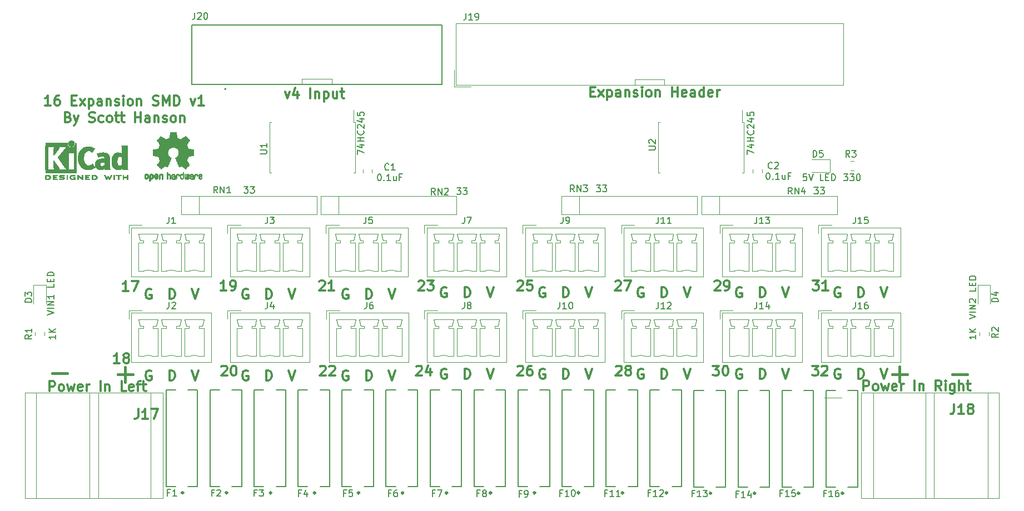
<source format=gbr>
G04 #@! TF.GenerationSoftware,KiCad,Pcbnew,(5.1.10)-1*
G04 #@! TF.CreationDate,2021-09-14T00:26:53-04:00*
G04 #@! TF.ProjectId,PB_16,50425f31-362e-46b6-9963-61645f706362,v1*
G04 #@! TF.SameCoordinates,Original*
G04 #@! TF.FileFunction,Legend,Top*
G04 #@! TF.FilePolarity,Positive*
%FSLAX46Y46*%
G04 Gerber Fmt 4.6, Leading zero omitted, Abs format (unit mm)*
G04 Created by KiCad (PCBNEW (5.1.10)-1) date 2021-09-14 00:26:53*
%MOMM*%
%LPD*%
G01*
G04 APERTURE LIST*
%ADD10C,0.300000*%
%ADD11C,0.120000*%
%ADD12C,0.400000*%
%ADD13C,0.200000*%
%ADD14C,0.127000*%
%ADD15C,0.010000*%
%ADD16C,0.150000*%
G04 APERTURE END LIST*
D10*
X190286714Y-120296371D02*
X191215285Y-120296371D01*
X190715285Y-120867800D01*
X190929571Y-120867800D01*
X191072428Y-120939228D01*
X191143857Y-121010657D01*
X191215285Y-121153514D01*
X191215285Y-121510657D01*
X191143857Y-121653514D01*
X191072428Y-121724942D01*
X190929571Y-121796371D01*
X190501000Y-121796371D01*
X190358142Y-121724942D01*
X190286714Y-121653514D01*
X192643857Y-121796371D02*
X191786714Y-121796371D01*
X192215285Y-121796371D02*
X192215285Y-120296371D01*
X192072428Y-120510657D01*
X191929571Y-120653514D01*
X191786714Y-120724942D01*
X190186714Y-133296371D02*
X191115285Y-133296371D01*
X190615285Y-133867800D01*
X190829571Y-133867800D01*
X190972428Y-133939228D01*
X191043857Y-134010657D01*
X191115285Y-134153514D01*
X191115285Y-134510657D01*
X191043857Y-134653514D01*
X190972428Y-134724942D01*
X190829571Y-134796371D01*
X190401000Y-134796371D01*
X190258142Y-134724942D01*
X190186714Y-134653514D01*
X191686714Y-133439228D02*
X191758142Y-133367800D01*
X191901000Y-133296371D01*
X192258142Y-133296371D01*
X192401000Y-133367800D01*
X192472428Y-133439228D01*
X192543857Y-133582085D01*
X192543857Y-133724942D01*
X192472428Y-133939228D01*
X191615285Y-134796371D01*
X192543857Y-134796371D01*
X175086714Y-133296371D02*
X176015285Y-133296371D01*
X175515285Y-133867800D01*
X175729571Y-133867800D01*
X175872428Y-133939228D01*
X175943857Y-134010657D01*
X176015285Y-134153514D01*
X176015285Y-134510657D01*
X175943857Y-134653514D01*
X175872428Y-134724942D01*
X175729571Y-134796371D01*
X175301000Y-134796371D01*
X175158142Y-134724942D01*
X175086714Y-134653514D01*
X176943857Y-133296371D02*
X177086714Y-133296371D01*
X177229571Y-133367800D01*
X177301000Y-133439228D01*
X177372428Y-133582085D01*
X177443857Y-133867800D01*
X177443857Y-134224942D01*
X177372428Y-134510657D01*
X177301000Y-134653514D01*
X177229571Y-134724942D01*
X177086714Y-134796371D01*
X176943857Y-134796371D01*
X176801000Y-134724942D01*
X176729571Y-134653514D01*
X176658142Y-134510657D01*
X176586714Y-134224942D01*
X176586714Y-133867800D01*
X176658142Y-133582085D01*
X176729571Y-133439228D01*
X176801000Y-133367800D01*
X176943857Y-133296371D01*
X175358142Y-120439228D02*
X175429571Y-120367800D01*
X175572428Y-120296371D01*
X175929571Y-120296371D01*
X176072428Y-120367800D01*
X176143857Y-120439228D01*
X176215285Y-120582085D01*
X176215285Y-120724942D01*
X176143857Y-120939228D01*
X175286714Y-121796371D01*
X176215285Y-121796371D01*
X176929571Y-121796371D02*
X177215285Y-121796371D01*
X177358142Y-121724942D01*
X177429571Y-121653514D01*
X177572428Y-121439228D01*
X177643857Y-121153514D01*
X177643857Y-120582085D01*
X177572428Y-120439228D01*
X177501000Y-120367800D01*
X177358142Y-120296371D01*
X177072428Y-120296371D01*
X176929571Y-120367800D01*
X176858142Y-120439228D01*
X176786714Y-120582085D01*
X176786714Y-120939228D01*
X176858142Y-121082085D01*
X176929571Y-121153514D01*
X177072428Y-121224942D01*
X177358142Y-121224942D01*
X177501000Y-121153514D01*
X177572428Y-121082085D01*
X177643857Y-120939228D01*
X160358142Y-133439228D02*
X160429571Y-133367800D01*
X160572428Y-133296371D01*
X160929571Y-133296371D01*
X161072428Y-133367800D01*
X161143857Y-133439228D01*
X161215285Y-133582085D01*
X161215285Y-133724942D01*
X161143857Y-133939228D01*
X160286714Y-134796371D01*
X161215285Y-134796371D01*
X162072428Y-133939228D02*
X161929571Y-133867800D01*
X161858142Y-133796371D01*
X161786714Y-133653514D01*
X161786714Y-133582085D01*
X161858142Y-133439228D01*
X161929571Y-133367800D01*
X162072428Y-133296371D01*
X162358142Y-133296371D01*
X162501000Y-133367800D01*
X162572428Y-133439228D01*
X162643857Y-133582085D01*
X162643857Y-133653514D01*
X162572428Y-133796371D01*
X162501000Y-133867800D01*
X162358142Y-133939228D01*
X162072428Y-133939228D01*
X161929571Y-134010657D01*
X161858142Y-134082085D01*
X161786714Y-134224942D01*
X161786714Y-134510657D01*
X161858142Y-134653514D01*
X161929571Y-134724942D01*
X162072428Y-134796371D01*
X162358142Y-134796371D01*
X162501000Y-134724942D01*
X162572428Y-134653514D01*
X162643857Y-134510657D01*
X162643857Y-134224942D01*
X162572428Y-134082085D01*
X162501000Y-134010657D01*
X162358142Y-133939228D01*
X160258142Y-120439228D02*
X160329571Y-120367800D01*
X160472428Y-120296371D01*
X160829571Y-120296371D01*
X160972428Y-120367800D01*
X161043857Y-120439228D01*
X161115285Y-120582085D01*
X161115285Y-120724942D01*
X161043857Y-120939228D01*
X160186714Y-121796371D01*
X161115285Y-121796371D01*
X161615285Y-120296371D02*
X162615285Y-120296371D01*
X161972428Y-121796371D01*
X145358142Y-133439228D02*
X145429571Y-133367800D01*
X145572428Y-133296371D01*
X145929571Y-133296371D01*
X146072428Y-133367800D01*
X146143857Y-133439228D01*
X146215285Y-133582085D01*
X146215285Y-133724942D01*
X146143857Y-133939228D01*
X145286714Y-134796371D01*
X146215285Y-134796371D01*
X147501000Y-133296371D02*
X147215285Y-133296371D01*
X147072428Y-133367800D01*
X147001000Y-133439228D01*
X146858142Y-133653514D01*
X146786714Y-133939228D01*
X146786714Y-134510657D01*
X146858142Y-134653514D01*
X146929571Y-134724942D01*
X147072428Y-134796371D01*
X147358142Y-134796371D01*
X147501000Y-134724942D01*
X147572428Y-134653514D01*
X147643857Y-134510657D01*
X147643857Y-134153514D01*
X147572428Y-134010657D01*
X147501000Y-133939228D01*
X147358142Y-133867800D01*
X147072428Y-133867800D01*
X146929571Y-133939228D01*
X146858142Y-134010657D01*
X146786714Y-134153514D01*
X145358142Y-120439228D02*
X145429571Y-120367800D01*
X145572428Y-120296371D01*
X145929571Y-120296371D01*
X146072428Y-120367800D01*
X146143857Y-120439228D01*
X146215285Y-120582085D01*
X146215285Y-120724942D01*
X146143857Y-120939228D01*
X145286714Y-121796371D01*
X146215285Y-121796371D01*
X147572428Y-120296371D02*
X146858142Y-120296371D01*
X146786714Y-121010657D01*
X146858142Y-120939228D01*
X147001000Y-120867800D01*
X147358142Y-120867800D01*
X147501000Y-120939228D01*
X147572428Y-121010657D01*
X147643857Y-121153514D01*
X147643857Y-121510657D01*
X147572428Y-121653514D01*
X147501000Y-121724942D01*
X147358142Y-121796371D01*
X147001000Y-121796371D01*
X146858142Y-121724942D01*
X146786714Y-121653514D01*
X129958142Y-133439228D02*
X130029571Y-133367800D01*
X130172428Y-133296371D01*
X130529571Y-133296371D01*
X130672428Y-133367800D01*
X130743857Y-133439228D01*
X130815285Y-133582085D01*
X130815285Y-133724942D01*
X130743857Y-133939228D01*
X129886714Y-134796371D01*
X130815285Y-134796371D01*
X132101000Y-133796371D02*
X132101000Y-134796371D01*
X131743857Y-133224942D02*
X131386714Y-134296371D01*
X132315285Y-134296371D01*
X130258142Y-120439228D02*
X130329571Y-120367800D01*
X130472428Y-120296371D01*
X130829571Y-120296371D01*
X130972428Y-120367800D01*
X131043857Y-120439228D01*
X131115285Y-120582085D01*
X131115285Y-120724942D01*
X131043857Y-120939228D01*
X130186714Y-121796371D01*
X131115285Y-121796371D01*
X131615285Y-120296371D02*
X132543857Y-120296371D01*
X132043857Y-120867800D01*
X132258142Y-120867800D01*
X132401000Y-120939228D01*
X132472428Y-121010657D01*
X132543857Y-121153514D01*
X132543857Y-121510657D01*
X132472428Y-121653514D01*
X132401000Y-121724942D01*
X132258142Y-121796371D01*
X131829571Y-121796371D01*
X131686714Y-121724942D01*
X131615285Y-121653514D01*
X115258142Y-133439228D02*
X115329571Y-133367800D01*
X115472428Y-133296371D01*
X115829571Y-133296371D01*
X115972428Y-133367800D01*
X116043857Y-133439228D01*
X116115285Y-133582085D01*
X116115285Y-133724942D01*
X116043857Y-133939228D01*
X115186714Y-134796371D01*
X116115285Y-134796371D01*
X116686714Y-133439228D02*
X116758142Y-133367800D01*
X116901000Y-133296371D01*
X117258142Y-133296371D01*
X117401000Y-133367800D01*
X117472428Y-133439228D01*
X117543857Y-133582085D01*
X117543857Y-133724942D01*
X117472428Y-133939228D01*
X116615285Y-134796371D01*
X117543857Y-134796371D01*
X115158142Y-120439228D02*
X115229571Y-120367800D01*
X115372428Y-120296371D01*
X115729571Y-120296371D01*
X115872428Y-120367800D01*
X115943857Y-120439228D01*
X116015285Y-120582085D01*
X116015285Y-120724942D01*
X115943857Y-120939228D01*
X115086714Y-121796371D01*
X116015285Y-121796371D01*
X117443857Y-121796371D02*
X116586714Y-121796371D01*
X117015285Y-121796371D02*
X117015285Y-120296371D01*
X116872428Y-120510657D01*
X116729571Y-120653514D01*
X116586714Y-120724942D01*
X100258142Y-133439228D02*
X100329571Y-133367800D01*
X100472428Y-133296371D01*
X100829571Y-133296371D01*
X100972428Y-133367800D01*
X101043857Y-133439228D01*
X101115285Y-133582085D01*
X101115285Y-133724942D01*
X101043857Y-133939228D01*
X100186714Y-134796371D01*
X101115285Y-134796371D01*
X102043857Y-133296371D02*
X102186714Y-133296371D01*
X102329571Y-133367800D01*
X102401000Y-133439228D01*
X102472428Y-133582085D01*
X102543857Y-133867800D01*
X102543857Y-134224942D01*
X102472428Y-134510657D01*
X102401000Y-134653514D01*
X102329571Y-134724942D01*
X102186714Y-134796371D01*
X102043857Y-134796371D01*
X101901000Y-134724942D01*
X101829571Y-134653514D01*
X101758142Y-134510657D01*
X101686714Y-134224942D01*
X101686714Y-133867800D01*
X101758142Y-133582085D01*
X101829571Y-133439228D01*
X101901000Y-133367800D01*
X102043857Y-133296371D01*
X101015285Y-121796371D02*
X100158142Y-121796371D01*
X100586714Y-121796371D02*
X100586714Y-120296371D01*
X100443857Y-120510657D01*
X100301000Y-120653514D01*
X100158142Y-120724942D01*
X101729571Y-121796371D02*
X102015285Y-121796371D01*
X102158142Y-121724942D01*
X102229571Y-121653514D01*
X102372428Y-121439228D01*
X102443857Y-121153514D01*
X102443857Y-120582085D01*
X102372428Y-120439228D01*
X102301000Y-120367800D01*
X102158142Y-120296371D01*
X101872428Y-120296371D01*
X101729571Y-120367800D01*
X101658142Y-120439228D01*
X101586714Y-120582085D01*
X101586714Y-120939228D01*
X101658142Y-121082085D01*
X101729571Y-121153514D01*
X101872428Y-121224942D01*
X102158142Y-121224942D01*
X102301000Y-121153514D01*
X102372428Y-121082085D01*
X102443857Y-120939228D01*
X86115285Y-121896371D02*
X85258142Y-121896371D01*
X85686714Y-121896371D02*
X85686714Y-120396371D01*
X85543857Y-120610657D01*
X85401000Y-120753514D01*
X85258142Y-120824942D01*
X86615285Y-120396371D02*
X87615285Y-120396371D01*
X86972428Y-121896371D01*
X84765285Y-132896371D02*
X83908142Y-132896371D01*
X84336714Y-132896371D02*
X84336714Y-131396371D01*
X84193857Y-131610657D01*
X84051000Y-131753514D01*
X83908142Y-131824942D01*
X85622428Y-132039228D02*
X85479571Y-131967800D01*
X85408142Y-131896371D01*
X85336714Y-131753514D01*
X85336714Y-131682085D01*
X85408142Y-131539228D01*
X85479571Y-131467800D01*
X85622428Y-131396371D01*
X85908142Y-131396371D01*
X86051000Y-131467800D01*
X86122428Y-131539228D01*
X86193857Y-131682085D01*
X86193857Y-131753514D01*
X86122428Y-131896371D01*
X86051000Y-131967800D01*
X85908142Y-132039228D01*
X85622428Y-132039228D01*
X85479571Y-132110657D01*
X85408142Y-132182085D01*
X85336714Y-132324942D01*
X85336714Y-132610657D01*
X85408142Y-132753514D01*
X85479571Y-132824942D01*
X85622428Y-132896371D01*
X85908142Y-132896371D01*
X86051000Y-132824942D01*
X86122428Y-132753514D01*
X86193857Y-132610657D01*
X86193857Y-132324942D01*
X86122428Y-132182085D01*
X86051000Y-132110657D01*
X85908142Y-132039228D01*
X74251000Y-93621371D02*
X73393857Y-93621371D01*
X73822428Y-93621371D02*
X73822428Y-92121371D01*
X73679571Y-92335657D01*
X73536714Y-92478514D01*
X73393857Y-92549942D01*
X75536714Y-92121371D02*
X75251000Y-92121371D01*
X75108142Y-92192800D01*
X75036714Y-92264228D01*
X74893857Y-92478514D01*
X74822428Y-92764228D01*
X74822428Y-93335657D01*
X74893857Y-93478514D01*
X74965285Y-93549942D01*
X75108142Y-93621371D01*
X75393857Y-93621371D01*
X75536714Y-93549942D01*
X75608142Y-93478514D01*
X75679571Y-93335657D01*
X75679571Y-92978514D01*
X75608142Y-92835657D01*
X75536714Y-92764228D01*
X75393857Y-92692800D01*
X75108142Y-92692800D01*
X74965285Y-92764228D01*
X74893857Y-92835657D01*
X74822428Y-92978514D01*
X77465285Y-92835657D02*
X77965285Y-92835657D01*
X78179571Y-93621371D02*
X77465285Y-93621371D01*
X77465285Y-92121371D01*
X78179571Y-92121371D01*
X78679571Y-93621371D02*
X79465285Y-92621371D01*
X78679571Y-92621371D02*
X79465285Y-93621371D01*
X80036714Y-92621371D02*
X80036714Y-94121371D01*
X80036714Y-92692800D02*
X80179571Y-92621371D01*
X80465285Y-92621371D01*
X80608142Y-92692800D01*
X80679571Y-92764228D01*
X80751000Y-92907085D01*
X80751000Y-93335657D01*
X80679571Y-93478514D01*
X80608142Y-93549942D01*
X80465285Y-93621371D01*
X80179571Y-93621371D01*
X80036714Y-93549942D01*
X82036714Y-93621371D02*
X82036714Y-92835657D01*
X81965285Y-92692800D01*
X81822428Y-92621371D01*
X81536714Y-92621371D01*
X81393857Y-92692800D01*
X82036714Y-93549942D02*
X81893857Y-93621371D01*
X81536714Y-93621371D01*
X81393857Y-93549942D01*
X81322428Y-93407085D01*
X81322428Y-93264228D01*
X81393857Y-93121371D01*
X81536714Y-93049942D01*
X81893857Y-93049942D01*
X82036714Y-92978514D01*
X82751000Y-92621371D02*
X82751000Y-93621371D01*
X82751000Y-92764228D02*
X82822428Y-92692800D01*
X82965285Y-92621371D01*
X83179571Y-92621371D01*
X83322428Y-92692800D01*
X83393857Y-92835657D01*
X83393857Y-93621371D01*
X84036714Y-93549942D02*
X84179571Y-93621371D01*
X84465285Y-93621371D01*
X84608142Y-93549942D01*
X84679571Y-93407085D01*
X84679571Y-93335657D01*
X84608142Y-93192800D01*
X84465285Y-93121371D01*
X84251000Y-93121371D01*
X84108142Y-93049942D01*
X84036714Y-92907085D01*
X84036714Y-92835657D01*
X84108142Y-92692800D01*
X84251000Y-92621371D01*
X84465285Y-92621371D01*
X84608142Y-92692800D01*
X85322428Y-93621371D02*
X85322428Y-92621371D01*
X85322428Y-92121371D02*
X85251000Y-92192800D01*
X85322428Y-92264228D01*
X85393857Y-92192800D01*
X85322428Y-92121371D01*
X85322428Y-92264228D01*
X86251000Y-93621371D02*
X86108142Y-93549942D01*
X86036714Y-93478514D01*
X85965285Y-93335657D01*
X85965285Y-92907085D01*
X86036714Y-92764228D01*
X86108142Y-92692800D01*
X86251000Y-92621371D01*
X86465285Y-92621371D01*
X86608142Y-92692800D01*
X86679571Y-92764228D01*
X86751000Y-92907085D01*
X86751000Y-93335657D01*
X86679571Y-93478514D01*
X86608142Y-93549942D01*
X86465285Y-93621371D01*
X86251000Y-93621371D01*
X87393857Y-92621371D02*
X87393857Y-93621371D01*
X87393857Y-92764228D02*
X87465285Y-92692800D01*
X87608142Y-92621371D01*
X87822428Y-92621371D01*
X87965285Y-92692800D01*
X88036714Y-92835657D01*
X88036714Y-93621371D01*
X89822428Y-93549942D02*
X90036714Y-93621371D01*
X90393857Y-93621371D01*
X90536714Y-93549942D01*
X90608142Y-93478514D01*
X90679571Y-93335657D01*
X90679571Y-93192800D01*
X90608142Y-93049942D01*
X90536714Y-92978514D01*
X90393857Y-92907085D01*
X90108142Y-92835657D01*
X89965285Y-92764228D01*
X89893857Y-92692800D01*
X89822428Y-92549942D01*
X89822428Y-92407085D01*
X89893857Y-92264228D01*
X89965285Y-92192800D01*
X90108142Y-92121371D01*
X90465285Y-92121371D01*
X90679571Y-92192800D01*
X91322428Y-93621371D02*
X91322428Y-92121371D01*
X91822428Y-93192800D01*
X92322428Y-92121371D01*
X92322428Y-93621371D01*
X93036714Y-93621371D02*
X93036714Y-92121371D01*
X93393857Y-92121371D01*
X93608142Y-92192800D01*
X93750999Y-92335657D01*
X93822428Y-92478514D01*
X93893857Y-92764228D01*
X93893857Y-92978514D01*
X93822428Y-93264228D01*
X93750999Y-93407085D01*
X93608142Y-93549942D01*
X93393857Y-93621371D01*
X93036714Y-93621371D01*
X95536714Y-92621371D02*
X95893857Y-93621371D01*
X96250999Y-92621371D01*
X97608142Y-93621371D02*
X96750999Y-93621371D01*
X97179571Y-93621371D02*
X97179571Y-92121371D01*
X97036714Y-92335657D01*
X96893857Y-92478514D01*
X96750999Y-92549942D01*
X76893857Y-95385657D02*
X77108142Y-95457085D01*
X77179571Y-95528514D01*
X77251000Y-95671371D01*
X77251000Y-95885657D01*
X77179571Y-96028514D01*
X77108142Y-96099942D01*
X76965285Y-96171371D01*
X76393857Y-96171371D01*
X76393857Y-94671371D01*
X76893857Y-94671371D01*
X77036714Y-94742800D01*
X77108142Y-94814228D01*
X77179571Y-94957085D01*
X77179571Y-95099942D01*
X77108142Y-95242800D01*
X77036714Y-95314228D01*
X76893857Y-95385657D01*
X76393857Y-95385657D01*
X77751000Y-95171371D02*
X78108142Y-96171371D01*
X78465285Y-95171371D02*
X78108142Y-96171371D01*
X77965285Y-96528514D01*
X77893857Y-96599942D01*
X77751000Y-96671371D01*
X80108142Y-96099942D02*
X80322428Y-96171371D01*
X80679571Y-96171371D01*
X80822428Y-96099942D01*
X80893857Y-96028514D01*
X80965285Y-95885657D01*
X80965285Y-95742800D01*
X80893857Y-95599942D01*
X80822428Y-95528514D01*
X80679571Y-95457085D01*
X80393857Y-95385657D01*
X80251000Y-95314228D01*
X80179571Y-95242800D01*
X80108142Y-95099942D01*
X80108142Y-94957085D01*
X80179571Y-94814228D01*
X80251000Y-94742800D01*
X80393857Y-94671371D01*
X80751000Y-94671371D01*
X80965285Y-94742800D01*
X82251000Y-96099942D02*
X82108142Y-96171371D01*
X81822428Y-96171371D01*
X81679571Y-96099942D01*
X81608142Y-96028514D01*
X81536714Y-95885657D01*
X81536714Y-95457085D01*
X81608142Y-95314228D01*
X81679571Y-95242800D01*
X81822428Y-95171371D01*
X82108142Y-95171371D01*
X82251000Y-95242800D01*
X83108142Y-96171371D02*
X82965285Y-96099942D01*
X82893857Y-96028514D01*
X82822428Y-95885657D01*
X82822428Y-95457085D01*
X82893857Y-95314228D01*
X82965285Y-95242800D01*
X83108142Y-95171371D01*
X83322428Y-95171371D01*
X83465285Y-95242800D01*
X83536714Y-95314228D01*
X83608142Y-95457085D01*
X83608142Y-95885657D01*
X83536714Y-96028514D01*
X83465285Y-96099942D01*
X83322428Y-96171371D01*
X83108142Y-96171371D01*
X84036714Y-95171371D02*
X84608142Y-95171371D01*
X84251000Y-94671371D02*
X84251000Y-95957085D01*
X84322428Y-96099942D01*
X84465285Y-96171371D01*
X84608142Y-96171371D01*
X84893857Y-95171371D02*
X85465285Y-95171371D01*
X85108142Y-94671371D02*
X85108142Y-95957085D01*
X85179571Y-96099942D01*
X85322428Y-96171371D01*
X85465285Y-96171371D01*
X87108142Y-96171371D02*
X87108142Y-94671371D01*
X87108142Y-95385657D02*
X87965285Y-95385657D01*
X87965285Y-96171371D02*
X87965285Y-94671371D01*
X89322428Y-96171371D02*
X89322428Y-95385657D01*
X89251000Y-95242800D01*
X89108142Y-95171371D01*
X88822428Y-95171371D01*
X88679571Y-95242800D01*
X89322428Y-96099942D02*
X89179571Y-96171371D01*
X88822428Y-96171371D01*
X88679571Y-96099942D01*
X88608142Y-95957085D01*
X88608142Y-95814228D01*
X88679571Y-95671371D01*
X88822428Y-95599942D01*
X89179571Y-95599942D01*
X89322428Y-95528514D01*
X90036714Y-95171371D02*
X90036714Y-96171371D01*
X90036714Y-95314228D02*
X90108142Y-95242800D01*
X90251000Y-95171371D01*
X90465285Y-95171371D01*
X90608142Y-95242800D01*
X90679571Y-95385657D01*
X90679571Y-96171371D01*
X91322428Y-96099942D02*
X91465285Y-96171371D01*
X91751000Y-96171371D01*
X91893857Y-96099942D01*
X91965285Y-95957085D01*
X91965285Y-95885657D01*
X91893857Y-95742800D01*
X91751000Y-95671371D01*
X91536714Y-95671371D01*
X91393857Y-95599942D01*
X91322428Y-95457085D01*
X91322428Y-95385657D01*
X91393857Y-95242800D01*
X91536714Y-95171371D01*
X91751000Y-95171371D01*
X91893857Y-95242800D01*
X92822428Y-96171371D02*
X92679571Y-96099942D01*
X92608142Y-96028514D01*
X92536714Y-95885657D01*
X92536714Y-95457085D01*
X92608142Y-95314228D01*
X92679571Y-95242800D01*
X92822428Y-95171371D01*
X93036714Y-95171371D01*
X93179571Y-95242800D01*
X93251000Y-95314228D01*
X93322428Y-95457085D01*
X93322428Y-95885657D01*
X93251000Y-96028514D01*
X93179571Y-96099942D01*
X93036714Y-96171371D01*
X92822428Y-96171371D01*
X93965285Y-95171371D02*
X93965285Y-96171371D01*
X93965285Y-95314228D02*
X94036714Y-95242800D01*
X94179571Y-95171371D01*
X94393857Y-95171371D01*
X94536714Y-95242800D01*
X94608142Y-95385657D01*
X94608142Y-96171371D01*
D11*
X163189400Y-89647000D02*
X163189400Y-90447000D01*
X167689400Y-89647000D02*
X163189400Y-89647000D01*
X167689400Y-90447000D02*
X167689400Y-89647000D01*
D12*
X202398142Y-134580085D02*
X204683857Y-134580085D01*
X203541000Y-135722942D02*
X203541000Y-133437228D01*
D10*
X164476857Y-133824000D02*
X164334000Y-133752571D01*
X164119714Y-133752571D01*
X163905428Y-133824000D01*
X163762571Y-133966857D01*
X163691142Y-134109714D01*
X163619714Y-134395428D01*
X163619714Y-134609714D01*
X163691142Y-134895428D01*
X163762571Y-135038285D01*
X163905428Y-135181142D01*
X164119714Y-135252571D01*
X164262571Y-135252571D01*
X164476857Y-135181142D01*
X164548285Y-135109714D01*
X164548285Y-134609714D01*
X164262571Y-134609714D01*
X152261142Y-135252571D02*
X152261142Y-133752571D01*
X152618285Y-133752571D01*
X152832571Y-133824000D01*
X152975428Y-133966857D01*
X153046857Y-134109714D01*
X153118285Y-134395428D01*
X153118285Y-134609714D01*
X153046857Y-134895428D01*
X152975428Y-135038285D01*
X152832571Y-135181142D01*
X152618285Y-135252571D01*
X152261142Y-135252571D01*
X125738000Y-134006571D02*
X126238000Y-135506571D01*
X126738000Y-134006571D01*
X140724000Y-133752571D02*
X141224000Y-135252571D01*
X141724000Y-133752571D01*
X92317142Y-135506571D02*
X92317142Y-134006571D01*
X92674285Y-134006571D01*
X92888571Y-134078000D01*
X93031428Y-134220857D01*
X93102857Y-134363714D01*
X93174285Y-134649428D01*
X93174285Y-134863714D01*
X93102857Y-135149428D01*
X93031428Y-135292285D01*
X92888571Y-135435142D01*
X92674285Y-135506571D01*
X92317142Y-135506571D01*
X89546857Y-134078000D02*
X89404000Y-134006571D01*
X89189714Y-134006571D01*
X88975428Y-134078000D01*
X88832571Y-134220857D01*
X88761142Y-134363714D01*
X88689714Y-134649428D01*
X88689714Y-134863714D01*
X88761142Y-135149428D01*
X88832571Y-135292285D01*
X88975428Y-135435142D01*
X89189714Y-135506571D01*
X89332571Y-135506571D01*
X89546857Y-135435142D01*
X89618285Y-135363714D01*
X89618285Y-134863714D01*
X89332571Y-134863714D01*
X110498000Y-134006571D02*
X110998000Y-135506571D01*
X111498000Y-134006571D01*
X134504857Y-133824000D02*
X134362000Y-133752571D01*
X134147714Y-133752571D01*
X133933428Y-133824000D01*
X133790571Y-133966857D01*
X133719142Y-134109714D01*
X133647714Y-134395428D01*
X133647714Y-134609714D01*
X133719142Y-134895428D01*
X133790571Y-135038285D01*
X133933428Y-135181142D01*
X134147714Y-135252571D01*
X134290571Y-135252571D01*
X134504857Y-135181142D01*
X134576285Y-135109714D01*
X134576285Y-134609714D01*
X134290571Y-134609714D01*
X149490857Y-133824000D02*
X149348000Y-133752571D01*
X149133714Y-133752571D01*
X148919428Y-133824000D01*
X148776571Y-133966857D01*
X148705142Y-134109714D01*
X148633714Y-134395428D01*
X148633714Y-134609714D01*
X148705142Y-134895428D01*
X148776571Y-135038285D01*
X148919428Y-135181142D01*
X149133714Y-135252571D01*
X149276571Y-135252571D01*
X149490857Y-135181142D01*
X149562285Y-135109714D01*
X149562285Y-134609714D01*
X149276571Y-134609714D01*
X155710000Y-133752571D02*
X156210000Y-135252571D01*
X156710000Y-133752571D01*
X95766000Y-134006571D02*
X96266000Y-135506571D01*
X96766000Y-134006571D01*
X182233142Y-135252571D02*
X182233142Y-133752571D01*
X182590285Y-133752571D01*
X182804571Y-133824000D01*
X182947428Y-133966857D01*
X183018857Y-134109714D01*
X183090285Y-134395428D01*
X183090285Y-134609714D01*
X183018857Y-134895428D01*
X182947428Y-135038285D01*
X182804571Y-135181142D01*
X182590285Y-135252571D01*
X182233142Y-135252571D01*
X107049142Y-135506571D02*
X107049142Y-134006571D01*
X107406285Y-134006571D01*
X107620571Y-134078000D01*
X107763428Y-134220857D01*
X107834857Y-134363714D01*
X107906285Y-134649428D01*
X107906285Y-134863714D01*
X107834857Y-135149428D01*
X107763428Y-135292285D01*
X107620571Y-135435142D01*
X107406285Y-135506571D01*
X107049142Y-135506571D01*
X137275142Y-135252571D02*
X137275142Y-133752571D01*
X137632285Y-133752571D01*
X137846571Y-133824000D01*
X137989428Y-133966857D01*
X138060857Y-134109714D01*
X138132285Y-134395428D01*
X138132285Y-134609714D01*
X138060857Y-134895428D01*
X137989428Y-135038285D01*
X137846571Y-135181142D01*
X137632285Y-135252571D01*
X137275142Y-135252571D01*
X194448857Y-133824000D02*
X194306000Y-133752571D01*
X194091714Y-133752571D01*
X193877428Y-133824000D01*
X193734571Y-133966857D01*
X193663142Y-134109714D01*
X193591714Y-134395428D01*
X193591714Y-134609714D01*
X193663142Y-134895428D01*
X193734571Y-135038285D01*
X193877428Y-135181142D01*
X194091714Y-135252571D01*
X194234571Y-135252571D01*
X194448857Y-135181142D01*
X194520285Y-135109714D01*
X194520285Y-134609714D01*
X194234571Y-134609714D01*
X197219142Y-135252571D02*
X197219142Y-133752571D01*
X197576285Y-133752571D01*
X197790571Y-133824000D01*
X197933428Y-133966857D01*
X198004857Y-134109714D01*
X198076285Y-134395428D01*
X198076285Y-134609714D01*
X198004857Y-134895428D01*
X197933428Y-135038285D01*
X197790571Y-135181142D01*
X197576285Y-135252571D01*
X197219142Y-135252571D01*
X200668000Y-133752571D02*
X201168000Y-135252571D01*
X201668000Y-133752571D01*
X179462857Y-133824000D02*
X179320000Y-133752571D01*
X179105714Y-133752571D01*
X178891428Y-133824000D01*
X178748571Y-133966857D01*
X178677142Y-134109714D01*
X178605714Y-134395428D01*
X178605714Y-134609714D01*
X178677142Y-134895428D01*
X178748571Y-135038285D01*
X178891428Y-135181142D01*
X179105714Y-135252571D01*
X179248571Y-135252571D01*
X179462857Y-135181142D01*
X179534285Y-135109714D01*
X179534285Y-134609714D01*
X179248571Y-134609714D01*
X119518857Y-134078000D02*
X119376000Y-134006571D01*
X119161714Y-134006571D01*
X118947428Y-134078000D01*
X118804571Y-134220857D01*
X118733142Y-134363714D01*
X118661714Y-134649428D01*
X118661714Y-134863714D01*
X118733142Y-135149428D01*
X118804571Y-135292285D01*
X118947428Y-135435142D01*
X119161714Y-135506571D01*
X119304571Y-135506571D01*
X119518857Y-135435142D01*
X119590285Y-135363714D01*
X119590285Y-134863714D01*
X119304571Y-134863714D01*
X185682000Y-133752571D02*
X186182000Y-135252571D01*
X186682000Y-133752571D01*
X167247142Y-135252571D02*
X167247142Y-133752571D01*
X167604285Y-133752571D01*
X167818571Y-133824000D01*
X167961428Y-133966857D01*
X168032857Y-134109714D01*
X168104285Y-134395428D01*
X168104285Y-134609714D01*
X168032857Y-134895428D01*
X167961428Y-135038285D01*
X167818571Y-135181142D01*
X167604285Y-135252571D01*
X167247142Y-135252571D01*
X170696000Y-133752571D02*
X171196000Y-135252571D01*
X171696000Y-133752571D01*
X122289142Y-135506571D02*
X122289142Y-134006571D01*
X122646285Y-134006571D01*
X122860571Y-134078000D01*
X123003428Y-134220857D01*
X123074857Y-134363714D01*
X123146285Y-134649428D01*
X123146285Y-134863714D01*
X123074857Y-135149428D01*
X123003428Y-135292285D01*
X122860571Y-135435142D01*
X122646285Y-135506571D01*
X122289142Y-135506571D01*
X104278857Y-134078000D02*
X104136000Y-134006571D01*
X103921714Y-134006571D01*
X103707428Y-134078000D01*
X103564571Y-134220857D01*
X103493142Y-134363714D01*
X103421714Y-134649428D01*
X103421714Y-134863714D01*
X103493142Y-135149428D01*
X103564571Y-135292285D01*
X103707428Y-135435142D01*
X103921714Y-135506571D01*
X104064571Y-135506571D01*
X104278857Y-135435142D01*
X104350285Y-135363714D01*
X104350285Y-134863714D01*
X104064571Y-134863714D01*
D11*
X194741800Y-138188700D02*
X192112900Y-138188700D01*
D12*
X84458142Y-134632085D02*
X86743857Y-134632085D01*
X85601000Y-135774942D02*
X85601000Y-133489228D01*
X74458142Y-134432085D02*
X76743857Y-134432085D01*
X211542142Y-134580085D02*
X213827857Y-134580085D01*
D10*
X95766000Y-121606571D02*
X96266000Y-123106571D01*
X96766000Y-121606571D01*
X89546857Y-121678000D02*
X89404000Y-121606571D01*
X89189714Y-121606571D01*
X88975428Y-121678000D01*
X88832571Y-121820857D01*
X88761142Y-121963714D01*
X88689714Y-122249428D01*
X88689714Y-122463714D01*
X88761142Y-122749428D01*
X88832571Y-122892285D01*
X88975428Y-123035142D01*
X89189714Y-123106571D01*
X89332571Y-123106571D01*
X89546857Y-123035142D01*
X89618285Y-122963714D01*
X89618285Y-122463714D01*
X89332571Y-122463714D01*
X92317142Y-123106571D02*
X92317142Y-121606571D01*
X92674285Y-121606571D01*
X92888571Y-121678000D01*
X93031428Y-121820857D01*
X93102857Y-121963714D01*
X93174285Y-122249428D01*
X93174285Y-122463714D01*
X93102857Y-122749428D01*
X93031428Y-122892285D01*
X92888571Y-123035142D01*
X92674285Y-123106571D01*
X92317142Y-123106571D01*
X110498000Y-121606571D02*
X110998000Y-123106571D01*
X111498000Y-121606571D01*
X104278857Y-121678000D02*
X104136000Y-121606571D01*
X103921714Y-121606571D01*
X103707428Y-121678000D01*
X103564571Y-121820857D01*
X103493142Y-121963714D01*
X103421714Y-122249428D01*
X103421714Y-122463714D01*
X103493142Y-122749428D01*
X103564571Y-122892285D01*
X103707428Y-123035142D01*
X103921714Y-123106571D01*
X104064571Y-123106571D01*
X104278857Y-123035142D01*
X104350285Y-122963714D01*
X104350285Y-122463714D01*
X104064571Y-122463714D01*
X107049142Y-123106571D02*
X107049142Y-121606571D01*
X107406285Y-121606571D01*
X107620571Y-121678000D01*
X107763428Y-121820857D01*
X107834857Y-121963714D01*
X107906285Y-122249428D01*
X107906285Y-122463714D01*
X107834857Y-122749428D01*
X107763428Y-122892285D01*
X107620571Y-123035142D01*
X107406285Y-123106571D01*
X107049142Y-123106571D01*
X125738000Y-121606571D02*
X126238000Y-123106571D01*
X126738000Y-121606571D01*
X119518857Y-121678000D02*
X119376000Y-121606571D01*
X119161714Y-121606571D01*
X118947428Y-121678000D01*
X118804571Y-121820857D01*
X118733142Y-121963714D01*
X118661714Y-122249428D01*
X118661714Y-122463714D01*
X118733142Y-122749428D01*
X118804571Y-122892285D01*
X118947428Y-123035142D01*
X119161714Y-123106571D01*
X119304571Y-123106571D01*
X119518857Y-123035142D01*
X119590285Y-122963714D01*
X119590285Y-122463714D01*
X119304571Y-122463714D01*
X122289142Y-123106571D02*
X122289142Y-121606571D01*
X122646285Y-121606571D01*
X122860571Y-121678000D01*
X123003428Y-121820857D01*
X123074857Y-121963714D01*
X123146285Y-122249428D01*
X123146285Y-122463714D01*
X123074857Y-122749428D01*
X123003428Y-122892285D01*
X122860571Y-123035142D01*
X122646285Y-123106571D01*
X122289142Y-123106571D01*
X140724000Y-121352571D02*
X141224000Y-122852571D01*
X141724000Y-121352571D01*
X134504857Y-121424000D02*
X134362000Y-121352571D01*
X134147714Y-121352571D01*
X133933428Y-121424000D01*
X133790571Y-121566857D01*
X133719142Y-121709714D01*
X133647714Y-121995428D01*
X133647714Y-122209714D01*
X133719142Y-122495428D01*
X133790571Y-122638285D01*
X133933428Y-122781142D01*
X134147714Y-122852571D01*
X134290571Y-122852571D01*
X134504857Y-122781142D01*
X134576285Y-122709714D01*
X134576285Y-122209714D01*
X134290571Y-122209714D01*
X137275142Y-122852571D02*
X137275142Y-121352571D01*
X137632285Y-121352571D01*
X137846571Y-121424000D01*
X137989428Y-121566857D01*
X138060857Y-121709714D01*
X138132285Y-121995428D01*
X138132285Y-122209714D01*
X138060857Y-122495428D01*
X137989428Y-122638285D01*
X137846571Y-122781142D01*
X137632285Y-122852571D01*
X137275142Y-122852571D01*
X155710000Y-121352571D02*
X156210000Y-122852571D01*
X156710000Y-121352571D01*
X149490857Y-121424000D02*
X149348000Y-121352571D01*
X149133714Y-121352571D01*
X148919428Y-121424000D01*
X148776571Y-121566857D01*
X148705142Y-121709714D01*
X148633714Y-121995428D01*
X148633714Y-122209714D01*
X148705142Y-122495428D01*
X148776571Y-122638285D01*
X148919428Y-122781142D01*
X149133714Y-122852571D01*
X149276571Y-122852571D01*
X149490857Y-122781142D01*
X149562285Y-122709714D01*
X149562285Y-122209714D01*
X149276571Y-122209714D01*
X152261142Y-122852571D02*
X152261142Y-121352571D01*
X152618285Y-121352571D01*
X152832571Y-121424000D01*
X152975428Y-121566857D01*
X153046857Y-121709714D01*
X153118285Y-121995428D01*
X153118285Y-122209714D01*
X153046857Y-122495428D01*
X152975428Y-122638285D01*
X152832571Y-122781142D01*
X152618285Y-122852571D01*
X152261142Y-122852571D01*
X170696000Y-121352571D02*
X171196000Y-122852571D01*
X171696000Y-121352571D01*
X164476857Y-121424000D02*
X164334000Y-121352571D01*
X164119714Y-121352571D01*
X163905428Y-121424000D01*
X163762571Y-121566857D01*
X163691142Y-121709714D01*
X163619714Y-121995428D01*
X163619714Y-122209714D01*
X163691142Y-122495428D01*
X163762571Y-122638285D01*
X163905428Y-122781142D01*
X164119714Y-122852571D01*
X164262571Y-122852571D01*
X164476857Y-122781142D01*
X164548285Y-122709714D01*
X164548285Y-122209714D01*
X164262571Y-122209714D01*
X167247142Y-122852571D02*
X167247142Y-121352571D01*
X167604285Y-121352571D01*
X167818571Y-121424000D01*
X167961428Y-121566857D01*
X168032857Y-121709714D01*
X168104285Y-121995428D01*
X168104285Y-122209714D01*
X168032857Y-122495428D01*
X167961428Y-122638285D01*
X167818571Y-122781142D01*
X167604285Y-122852571D01*
X167247142Y-122852571D01*
X185682000Y-121352571D02*
X186182000Y-122852571D01*
X186682000Y-121352571D01*
X179462857Y-121424000D02*
X179320000Y-121352571D01*
X179105714Y-121352571D01*
X178891428Y-121424000D01*
X178748571Y-121566857D01*
X178677142Y-121709714D01*
X178605714Y-121995428D01*
X178605714Y-122209714D01*
X178677142Y-122495428D01*
X178748571Y-122638285D01*
X178891428Y-122781142D01*
X179105714Y-122852571D01*
X179248571Y-122852571D01*
X179462857Y-122781142D01*
X179534285Y-122709714D01*
X179534285Y-122209714D01*
X179248571Y-122209714D01*
X182233142Y-122852571D02*
X182233142Y-121352571D01*
X182590285Y-121352571D01*
X182804571Y-121424000D01*
X182947428Y-121566857D01*
X183018857Y-121709714D01*
X183090285Y-121995428D01*
X183090285Y-122209714D01*
X183018857Y-122495428D01*
X182947428Y-122638285D01*
X182804571Y-122781142D01*
X182590285Y-122852571D01*
X182233142Y-122852571D01*
X200668000Y-121352571D02*
X201168000Y-122852571D01*
X201668000Y-121352571D01*
X197219142Y-122852571D02*
X197219142Y-121352571D01*
X197576285Y-121352571D01*
X197790571Y-121424000D01*
X197933428Y-121566857D01*
X198004857Y-121709714D01*
X198076285Y-121995428D01*
X198076285Y-122209714D01*
X198004857Y-122495428D01*
X197933428Y-122638285D01*
X197790571Y-122781142D01*
X197576285Y-122852571D01*
X197219142Y-122852571D01*
X194448857Y-121424000D02*
X194306000Y-121352571D01*
X194091714Y-121352571D01*
X193877428Y-121424000D01*
X193734571Y-121566857D01*
X193663142Y-121709714D01*
X193591714Y-121995428D01*
X193591714Y-122209714D01*
X193663142Y-122495428D01*
X193734571Y-122638285D01*
X193877428Y-122781142D01*
X194091714Y-122852571D01*
X194234571Y-122852571D01*
X194448857Y-122781142D01*
X194520285Y-122709714D01*
X194520285Y-122209714D01*
X194234571Y-122209714D01*
D11*
X182611000Y-103879052D02*
X182611000Y-103356548D01*
X181191000Y-103879052D02*
X181191000Y-103356548D01*
X123211000Y-103879052D02*
X123211000Y-103356548D01*
X121791000Y-103879052D02*
X121791000Y-103356548D01*
X179576000Y-96157800D02*
X179576000Y-94342800D01*
X179811000Y-96157800D02*
X179576000Y-96157800D01*
X179811000Y-100017800D02*
X179811000Y-96157800D01*
X179811000Y-103877800D02*
X179576000Y-103877800D01*
X179811000Y-100017800D02*
X179811000Y-103877800D01*
X166791000Y-96157800D02*
X167026000Y-96157800D01*
X166791000Y-100017800D02*
X166791000Y-96157800D01*
X166791000Y-103877800D02*
X167026000Y-103877800D01*
X166791000Y-100017800D02*
X166791000Y-103877800D01*
X120376000Y-96157800D02*
X120376000Y-94342800D01*
X120611000Y-96157800D02*
X120376000Y-96157800D01*
X120611000Y-100017800D02*
X120611000Y-96157800D01*
X120611000Y-103877800D02*
X120376000Y-103877800D01*
X120611000Y-100017800D02*
X120611000Y-103877800D01*
X107591000Y-96157800D02*
X107826000Y-96157800D01*
X107591000Y-100017800D02*
X107591000Y-96157800D01*
X107591000Y-103877800D02*
X107826000Y-103877800D01*
X107591000Y-100017800D02*
X107591000Y-103877800D01*
X196562252Y-102107800D02*
X196039748Y-102107800D01*
X196562252Y-103527800D02*
X196039748Y-103527800D01*
X215691000Y-128130748D02*
X215691000Y-128653252D01*
X217111000Y-128130748D02*
X217111000Y-128653252D01*
X71891000Y-128130748D02*
X71891000Y-128653252D01*
X73311000Y-128130748D02*
X73311000Y-128653252D01*
X192961000Y-101857800D02*
X190101000Y-101857800D01*
X192961000Y-103777800D02*
X192961000Y-101857800D01*
X190101000Y-103777800D02*
X192961000Y-103777800D01*
X215441000Y-120971000D02*
X215441000Y-123831000D01*
X217361000Y-120971000D02*
X215441000Y-120971000D01*
X217361000Y-123831000D02*
X217361000Y-120971000D01*
X71641000Y-120971000D02*
X71641000Y-123831000D01*
X73561000Y-120971000D02*
X71641000Y-120971000D01*
X73561000Y-123831000D02*
X73561000Y-120971000D01*
X135741000Y-90712800D02*
X135741000Y-88172800D01*
X135741000Y-90712800D02*
X138281000Y-90712800D01*
X135991000Y-90462800D02*
X135991000Y-81112800D01*
X194951000Y-90462800D02*
X135991000Y-90462800D01*
X194951000Y-81112800D02*
X194951000Y-90462800D01*
X135991000Y-81112800D02*
X194951000Y-81112800D01*
D13*
X100931000Y-91097800D02*
G75*
G03*
X100931000Y-91097800I-100000J0D01*
G01*
D14*
X95761000Y-81367800D02*
X95761000Y-90417800D01*
X95761000Y-90417800D02*
X133841000Y-90417800D01*
X133841000Y-90417800D02*
X133841000Y-81367800D01*
X133841000Y-81367800D02*
X95761000Y-81367800D01*
D11*
X114801000Y-89573800D02*
X117061600Y-89573800D01*
X117061600Y-89573800D02*
X117061600Y-90412000D01*
X114801000Y-89573800D02*
X112540400Y-89573800D01*
X112540400Y-89573800D02*
X112540400Y-90412000D01*
D15*
G36*
X85929823Y-104192333D02*
G01*
X85961202Y-104214576D01*
X85988911Y-104242285D01*
X85988911Y-104551720D01*
X85988838Y-104643599D01*
X85988495Y-104715640D01*
X85987692Y-104770580D01*
X85986241Y-104811160D01*
X85983952Y-104840117D01*
X85980636Y-104860191D01*
X85976105Y-104874121D01*
X85970169Y-104884645D01*
X85965514Y-104890900D01*
X85934783Y-104915473D01*
X85899496Y-104918141D01*
X85867245Y-104903071D01*
X85856588Y-104894174D01*
X85849464Y-104882357D01*
X85845167Y-104863326D01*
X85842991Y-104832792D01*
X85842228Y-104786462D01*
X85842155Y-104750671D01*
X85842155Y-104615845D01*
X85345444Y-104615845D01*
X85345444Y-104738500D01*
X85344931Y-104794587D01*
X85342876Y-104833133D01*
X85338508Y-104859161D01*
X85331056Y-104877697D01*
X85322047Y-104890900D01*
X85291144Y-104915404D01*
X85256196Y-104918306D01*
X85222738Y-104900889D01*
X85213604Y-104891759D01*
X85207152Y-104879655D01*
X85202897Y-104860801D01*
X85200352Y-104831420D01*
X85199029Y-104787737D01*
X85198443Y-104725975D01*
X85198375Y-104711800D01*
X85197891Y-104595431D01*
X85197641Y-104499527D01*
X85197723Y-104421977D01*
X85198231Y-104360669D01*
X85199262Y-104313490D01*
X85200913Y-104278330D01*
X85203279Y-104253076D01*
X85206457Y-104235617D01*
X85210544Y-104223841D01*
X85215634Y-104215635D01*
X85221266Y-104209445D01*
X85253128Y-104189644D01*
X85286357Y-104192333D01*
X85317735Y-104214576D01*
X85330433Y-104228926D01*
X85338526Y-104244778D01*
X85343042Y-104267354D01*
X85345006Y-104301878D01*
X85345444Y-104353576D01*
X85345444Y-104469089D01*
X85842155Y-104469089D01*
X85842155Y-104350556D01*
X85842662Y-104295948D01*
X85844698Y-104259075D01*
X85849035Y-104235107D01*
X85856447Y-104219215D01*
X85864733Y-104209445D01*
X85896594Y-104189644D01*
X85929823Y-104192333D01*
G37*
X85929823Y-104192333D02*
X85961202Y-104214576D01*
X85988911Y-104242285D01*
X85988911Y-104551720D01*
X85988838Y-104643599D01*
X85988495Y-104715640D01*
X85987692Y-104770580D01*
X85986241Y-104811160D01*
X85983952Y-104840117D01*
X85980636Y-104860191D01*
X85976105Y-104874121D01*
X85970169Y-104884645D01*
X85965514Y-104890900D01*
X85934783Y-104915473D01*
X85899496Y-104918141D01*
X85867245Y-104903071D01*
X85856588Y-104894174D01*
X85849464Y-104882357D01*
X85845167Y-104863326D01*
X85842991Y-104832792D01*
X85842228Y-104786462D01*
X85842155Y-104750671D01*
X85842155Y-104615845D01*
X85345444Y-104615845D01*
X85345444Y-104738500D01*
X85344931Y-104794587D01*
X85342876Y-104833133D01*
X85338508Y-104859161D01*
X85331056Y-104877697D01*
X85322047Y-104890900D01*
X85291144Y-104915404D01*
X85256196Y-104918306D01*
X85222738Y-104900889D01*
X85213604Y-104891759D01*
X85207152Y-104879655D01*
X85202897Y-104860801D01*
X85200352Y-104831420D01*
X85199029Y-104787737D01*
X85198443Y-104725975D01*
X85198375Y-104711800D01*
X85197891Y-104595431D01*
X85197641Y-104499527D01*
X85197723Y-104421977D01*
X85198231Y-104360669D01*
X85199262Y-104313490D01*
X85200913Y-104278330D01*
X85203279Y-104253076D01*
X85206457Y-104235617D01*
X85210544Y-104223841D01*
X85215634Y-104215635D01*
X85221266Y-104209445D01*
X85253128Y-104189644D01*
X85286357Y-104192333D01*
X85317735Y-104214576D01*
X85330433Y-104228926D01*
X85338526Y-104244778D01*
X85343042Y-104267354D01*
X85345006Y-104301878D01*
X85345444Y-104353576D01*
X85345444Y-104469089D01*
X85842155Y-104469089D01*
X85842155Y-104350556D01*
X85842662Y-104295948D01*
X85844698Y-104259075D01*
X85849035Y-104235107D01*
X85856447Y-104219215D01*
X85864733Y-104209445D01*
X85896594Y-104189644D01*
X85929823Y-104192333D01*
G36*
X84664065Y-104186963D02*
G01*
X84742772Y-104187342D01*
X84803863Y-104188133D01*
X84849817Y-104189470D01*
X84883114Y-104191483D01*
X84906236Y-104194306D01*
X84921662Y-104198069D01*
X84931871Y-104202905D01*
X84936813Y-104206622D01*
X84962457Y-104239158D01*
X84965559Y-104272938D01*
X84949711Y-104303626D01*
X84939348Y-104315889D01*
X84928196Y-104324250D01*
X84912035Y-104329457D01*
X84886642Y-104332257D01*
X84847798Y-104333396D01*
X84791280Y-104333621D01*
X84780180Y-104333622D01*
X84634244Y-104333622D01*
X84634244Y-104604556D01*
X84634148Y-104689954D01*
X84633711Y-104755664D01*
X84632712Y-104804574D01*
X84630928Y-104839573D01*
X84628137Y-104863549D01*
X84624117Y-104879393D01*
X84618645Y-104889991D01*
X84611666Y-104898067D01*
X84578734Y-104917912D01*
X84544354Y-104916348D01*
X84513176Y-104893706D01*
X84510886Y-104890900D01*
X84503429Y-104880292D01*
X84497747Y-104867881D01*
X84493601Y-104850650D01*
X84490750Y-104825584D01*
X84488954Y-104789667D01*
X84487972Y-104739883D01*
X84487564Y-104673217D01*
X84487489Y-104597389D01*
X84487489Y-104333622D01*
X84348127Y-104333622D01*
X84288322Y-104333218D01*
X84246918Y-104331640D01*
X84219748Y-104328347D01*
X84202646Y-104322792D01*
X84191443Y-104314431D01*
X84190083Y-104312978D01*
X84173725Y-104279739D01*
X84175172Y-104242162D01*
X84193978Y-104209445D01*
X84201250Y-104203098D01*
X84210627Y-104198066D01*
X84224609Y-104194196D01*
X84245696Y-104191337D01*
X84276389Y-104189335D01*
X84319189Y-104188039D01*
X84376595Y-104187298D01*
X84451110Y-104186958D01*
X84545233Y-104186868D01*
X84565260Y-104186867D01*
X84664065Y-104186963D01*
G37*
X84664065Y-104186963D02*
X84742772Y-104187342D01*
X84803863Y-104188133D01*
X84849817Y-104189470D01*
X84883114Y-104191483D01*
X84906236Y-104194306D01*
X84921662Y-104198069D01*
X84931871Y-104202905D01*
X84936813Y-104206622D01*
X84962457Y-104239158D01*
X84965559Y-104272938D01*
X84949711Y-104303626D01*
X84939348Y-104315889D01*
X84928196Y-104324250D01*
X84912035Y-104329457D01*
X84886642Y-104332257D01*
X84847798Y-104333396D01*
X84791280Y-104333621D01*
X84780180Y-104333622D01*
X84634244Y-104333622D01*
X84634244Y-104604556D01*
X84634148Y-104689954D01*
X84633711Y-104755664D01*
X84632712Y-104804574D01*
X84630928Y-104839573D01*
X84628137Y-104863549D01*
X84624117Y-104879393D01*
X84618645Y-104889991D01*
X84611666Y-104898067D01*
X84578734Y-104917912D01*
X84544354Y-104916348D01*
X84513176Y-104893706D01*
X84510886Y-104890900D01*
X84503429Y-104880292D01*
X84497747Y-104867881D01*
X84493601Y-104850650D01*
X84490750Y-104825584D01*
X84488954Y-104789667D01*
X84487972Y-104739883D01*
X84487564Y-104673217D01*
X84487489Y-104597389D01*
X84487489Y-104333622D01*
X84348127Y-104333622D01*
X84288322Y-104333218D01*
X84246918Y-104331640D01*
X84219748Y-104328347D01*
X84202646Y-104322792D01*
X84191443Y-104314431D01*
X84190083Y-104312978D01*
X84173725Y-104279739D01*
X84175172Y-104242162D01*
X84193978Y-104209445D01*
X84201250Y-104203098D01*
X84210627Y-104198066D01*
X84224609Y-104194196D01*
X84245696Y-104191337D01*
X84276389Y-104189335D01*
X84319189Y-104188039D01*
X84376595Y-104187298D01*
X84451110Y-104186958D01*
X84545233Y-104186868D01*
X84565260Y-104186867D01*
X84664065Y-104186963D01*
G36*
X83889614Y-104193677D02*
G01*
X83913327Y-104208447D01*
X83939978Y-104230027D01*
X83939978Y-104551573D01*
X83939893Y-104645630D01*
X83939529Y-104719732D01*
X83938724Y-104776504D01*
X83937313Y-104818568D01*
X83935133Y-104848548D01*
X83932021Y-104869067D01*
X83927814Y-104882749D01*
X83922348Y-104892216D01*
X83918472Y-104896882D01*
X83887034Y-104917375D01*
X83851233Y-104916539D01*
X83819873Y-104899064D01*
X83793222Y-104877484D01*
X83793222Y-104230027D01*
X83819873Y-104208447D01*
X83845594Y-104192749D01*
X83866600Y-104186867D01*
X83889614Y-104193677D01*
G37*
X83889614Y-104193677D02*
X83913327Y-104208447D01*
X83939978Y-104230027D01*
X83939978Y-104551573D01*
X83939893Y-104645630D01*
X83939529Y-104719732D01*
X83938724Y-104776504D01*
X83937313Y-104818568D01*
X83935133Y-104848548D01*
X83932021Y-104869067D01*
X83927814Y-104882749D01*
X83922348Y-104892216D01*
X83918472Y-104896882D01*
X83887034Y-104917375D01*
X83851233Y-104916539D01*
X83819873Y-104899064D01*
X83793222Y-104877484D01*
X83793222Y-104230027D01*
X83819873Y-104208447D01*
X83845594Y-104192749D01*
X83866600Y-104186867D01*
X83889614Y-104193677D01*
G36*
X83445665Y-104188834D02*
G01*
X83465255Y-104195835D01*
X83466010Y-104196177D01*
X83492613Y-104216478D01*
X83507270Y-104237361D01*
X83510138Y-104247152D01*
X83509996Y-104260161D01*
X83505961Y-104278695D01*
X83497146Y-104305057D01*
X83482669Y-104341552D01*
X83461645Y-104390487D01*
X83433188Y-104454165D01*
X83396415Y-104534893D01*
X83376175Y-104579016D01*
X83339625Y-104657785D01*
X83305315Y-104730223D01*
X83274552Y-104793680D01*
X83248648Y-104845508D01*
X83228910Y-104883059D01*
X83216650Y-104903684D01*
X83214224Y-104906533D01*
X83183183Y-104919102D01*
X83148121Y-104917419D01*
X83120000Y-104902132D01*
X83118854Y-104900889D01*
X83107668Y-104883954D01*
X83088904Y-104850970D01*
X83064875Y-104806180D01*
X83037897Y-104753832D01*
X83028201Y-104734542D01*
X82955014Y-104587950D01*
X82875240Y-104747193D01*
X82846767Y-104802215D01*
X82820350Y-104849932D01*
X82798148Y-104886693D01*
X82782319Y-104908844D01*
X82776954Y-104913541D01*
X82735257Y-104919902D01*
X82700849Y-104906533D01*
X82690728Y-104892246D01*
X82673214Y-104860492D01*
X82649735Y-104814397D01*
X82621720Y-104757085D01*
X82590599Y-104691680D01*
X82557799Y-104621307D01*
X82524750Y-104549091D01*
X82492881Y-104478155D01*
X82463619Y-104411625D01*
X82438395Y-104352626D01*
X82418636Y-104304281D01*
X82405772Y-104269715D01*
X82401231Y-104252053D01*
X82401277Y-104251413D01*
X82412326Y-104229188D01*
X82434410Y-104206553D01*
X82435710Y-104205568D01*
X82462853Y-104190225D01*
X82487958Y-104190374D01*
X82497368Y-104193266D01*
X82508834Y-104199518D01*
X82521010Y-104211814D01*
X82535357Y-104232708D01*
X82553336Y-104264749D01*
X82576407Y-104310488D01*
X82606030Y-104372477D01*
X82632745Y-104429698D01*
X82663480Y-104496026D01*
X82691021Y-104555674D01*
X82713938Y-104605525D01*
X82730798Y-104642464D01*
X82740173Y-104663373D01*
X82741540Y-104666645D01*
X82747689Y-104661297D01*
X82761822Y-104638909D01*
X82782057Y-104602746D01*
X82806515Y-104556077D01*
X82816248Y-104536822D01*
X82849217Y-104471804D01*
X82874643Y-104424454D01*
X82894612Y-104392019D01*
X82911210Y-104371746D01*
X82926524Y-104360882D01*
X82942640Y-104356675D01*
X82953143Y-104356200D01*
X82971670Y-104357842D01*
X82987904Y-104364631D01*
X83004035Y-104379366D01*
X83022251Y-104404844D01*
X83044739Y-104443861D01*
X83073689Y-104499214D01*
X83089662Y-104530703D01*
X83115570Y-104580887D01*
X83138167Y-104622504D01*
X83155458Y-104652042D01*
X83165450Y-104665989D01*
X83166809Y-104666570D01*
X83173261Y-104655593D01*
X83187708Y-104627090D01*
X83208703Y-104584044D01*
X83234797Y-104529438D01*
X83264546Y-104466254D01*
X83279180Y-104434871D01*
X83317250Y-104353878D01*
X83347905Y-104291556D01*
X83372737Y-104245871D01*
X83393337Y-104214789D01*
X83411298Y-104196278D01*
X83428210Y-104188304D01*
X83445665Y-104188834D01*
G37*
X83445665Y-104188834D02*
X83465255Y-104195835D01*
X83466010Y-104196177D01*
X83492613Y-104216478D01*
X83507270Y-104237361D01*
X83510138Y-104247152D01*
X83509996Y-104260161D01*
X83505961Y-104278695D01*
X83497146Y-104305057D01*
X83482669Y-104341552D01*
X83461645Y-104390487D01*
X83433188Y-104454165D01*
X83396415Y-104534893D01*
X83376175Y-104579016D01*
X83339625Y-104657785D01*
X83305315Y-104730223D01*
X83274552Y-104793680D01*
X83248648Y-104845508D01*
X83228910Y-104883059D01*
X83216650Y-104903684D01*
X83214224Y-104906533D01*
X83183183Y-104919102D01*
X83148121Y-104917419D01*
X83120000Y-104902132D01*
X83118854Y-104900889D01*
X83107668Y-104883954D01*
X83088904Y-104850970D01*
X83064875Y-104806180D01*
X83037897Y-104753832D01*
X83028201Y-104734542D01*
X82955014Y-104587950D01*
X82875240Y-104747193D01*
X82846767Y-104802215D01*
X82820350Y-104849932D01*
X82798148Y-104886693D01*
X82782319Y-104908844D01*
X82776954Y-104913541D01*
X82735257Y-104919902D01*
X82700849Y-104906533D01*
X82690728Y-104892246D01*
X82673214Y-104860492D01*
X82649735Y-104814397D01*
X82621720Y-104757085D01*
X82590599Y-104691680D01*
X82557799Y-104621307D01*
X82524750Y-104549091D01*
X82492881Y-104478155D01*
X82463619Y-104411625D01*
X82438395Y-104352626D01*
X82418636Y-104304281D01*
X82405772Y-104269715D01*
X82401231Y-104252053D01*
X82401277Y-104251413D01*
X82412326Y-104229188D01*
X82434410Y-104206553D01*
X82435710Y-104205568D01*
X82462853Y-104190225D01*
X82487958Y-104190374D01*
X82497368Y-104193266D01*
X82508834Y-104199518D01*
X82521010Y-104211814D01*
X82535357Y-104232708D01*
X82553336Y-104264749D01*
X82576407Y-104310488D01*
X82606030Y-104372477D01*
X82632745Y-104429698D01*
X82663480Y-104496026D01*
X82691021Y-104555674D01*
X82713938Y-104605525D01*
X82730798Y-104642464D01*
X82740173Y-104663373D01*
X82741540Y-104666645D01*
X82747689Y-104661297D01*
X82761822Y-104638909D01*
X82782057Y-104602746D01*
X82806515Y-104556077D01*
X82816248Y-104536822D01*
X82849217Y-104471804D01*
X82874643Y-104424454D01*
X82894612Y-104392019D01*
X82911210Y-104371746D01*
X82926524Y-104360882D01*
X82942640Y-104356675D01*
X82953143Y-104356200D01*
X82971670Y-104357842D01*
X82987904Y-104364631D01*
X83004035Y-104379366D01*
X83022251Y-104404844D01*
X83044739Y-104443861D01*
X83073689Y-104499214D01*
X83089662Y-104530703D01*
X83115570Y-104580887D01*
X83138167Y-104622504D01*
X83155458Y-104652042D01*
X83165450Y-104665989D01*
X83166809Y-104666570D01*
X83173261Y-104655593D01*
X83187708Y-104627090D01*
X83208703Y-104584044D01*
X83234797Y-104529438D01*
X83264546Y-104466254D01*
X83279180Y-104434871D01*
X83317250Y-104353878D01*
X83347905Y-104291556D01*
X83372737Y-104245871D01*
X83393337Y-104214789D01*
X83411298Y-104196278D01*
X83428210Y-104188304D01*
X83445665Y-104188834D01*
G36*
X80719309Y-104187075D02*
G01*
X80848288Y-104191436D01*
X80957991Y-104204661D01*
X81050226Y-104227541D01*
X81126802Y-104260870D01*
X81189527Y-104305438D01*
X81240212Y-104362036D01*
X81280663Y-104431458D01*
X81281459Y-104433151D01*
X81305601Y-104495283D01*
X81314203Y-104550309D01*
X81307231Y-104605687D01*
X81284654Y-104668873D01*
X81280372Y-104678489D01*
X81251172Y-104734766D01*
X81218356Y-104778251D01*
X81176002Y-104815217D01*
X81118190Y-104851935D01*
X81114831Y-104853852D01*
X81064504Y-104878027D01*
X81007621Y-104896082D01*
X80940527Y-104908639D01*
X80859565Y-104916322D01*
X80761082Y-104919753D01*
X80726286Y-104920051D01*
X80560594Y-104920645D01*
X80537197Y-104890900D01*
X80530257Y-104881119D01*
X80524842Y-104869697D01*
X80520765Y-104853895D01*
X80517837Y-104830975D01*
X80515867Y-104798196D01*
X80515225Y-104773889D01*
X80671844Y-104773889D01*
X80765726Y-104773889D01*
X80820664Y-104772283D01*
X80877060Y-104768055D01*
X80923345Y-104762092D01*
X80926139Y-104761590D01*
X81008348Y-104739536D01*
X81072114Y-104706400D01*
X81119452Y-104660647D01*
X81152382Y-104600739D01*
X81158108Y-104584861D01*
X81163721Y-104560133D01*
X81161291Y-104535702D01*
X81149467Y-104503200D01*
X81142340Y-104487234D01*
X81119000Y-104444806D01*
X81090880Y-104415040D01*
X81059940Y-104394311D01*
X80997966Y-104367337D01*
X80918651Y-104347798D01*
X80826253Y-104336546D01*
X80759333Y-104334070D01*
X80671844Y-104333622D01*
X80671844Y-104773889D01*
X80515225Y-104773889D01*
X80514668Y-104752821D01*
X80514050Y-104692111D01*
X80513825Y-104613326D01*
X80513800Y-104551720D01*
X80513800Y-104242285D01*
X80541509Y-104214576D01*
X80553806Y-104203344D01*
X80567103Y-104195653D01*
X80585672Y-104190840D01*
X80613786Y-104188246D01*
X80655717Y-104187210D01*
X80715737Y-104187070D01*
X80719309Y-104187075D01*
G37*
X80719309Y-104187075D02*
X80848288Y-104191436D01*
X80957991Y-104204661D01*
X81050226Y-104227541D01*
X81126802Y-104260870D01*
X81189527Y-104305438D01*
X81240212Y-104362036D01*
X81280663Y-104431458D01*
X81281459Y-104433151D01*
X81305601Y-104495283D01*
X81314203Y-104550309D01*
X81307231Y-104605687D01*
X81284654Y-104668873D01*
X81280372Y-104678489D01*
X81251172Y-104734766D01*
X81218356Y-104778251D01*
X81176002Y-104815217D01*
X81118190Y-104851935D01*
X81114831Y-104853852D01*
X81064504Y-104878027D01*
X81007621Y-104896082D01*
X80940527Y-104908639D01*
X80859565Y-104916322D01*
X80761082Y-104919753D01*
X80726286Y-104920051D01*
X80560594Y-104920645D01*
X80537197Y-104890900D01*
X80530257Y-104881119D01*
X80524842Y-104869697D01*
X80520765Y-104853895D01*
X80517837Y-104830975D01*
X80515867Y-104798196D01*
X80515225Y-104773889D01*
X80671844Y-104773889D01*
X80765726Y-104773889D01*
X80820664Y-104772283D01*
X80877060Y-104768055D01*
X80923345Y-104762092D01*
X80926139Y-104761590D01*
X81008348Y-104739536D01*
X81072114Y-104706400D01*
X81119452Y-104660647D01*
X81152382Y-104600739D01*
X81158108Y-104584861D01*
X81163721Y-104560133D01*
X81161291Y-104535702D01*
X81149467Y-104503200D01*
X81142340Y-104487234D01*
X81119000Y-104444806D01*
X81090880Y-104415040D01*
X81059940Y-104394311D01*
X80997966Y-104367337D01*
X80918651Y-104347798D01*
X80826253Y-104336546D01*
X80759333Y-104334070D01*
X80671844Y-104333622D01*
X80671844Y-104773889D01*
X80515225Y-104773889D01*
X80514668Y-104752821D01*
X80514050Y-104692111D01*
X80513825Y-104613326D01*
X80513800Y-104551720D01*
X80513800Y-104242285D01*
X80541509Y-104214576D01*
X80553806Y-104203344D01*
X80567103Y-104195653D01*
X80585672Y-104190840D01*
X80613786Y-104188246D01*
X80655717Y-104187210D01*
X80715737Y-104187070D01*
X80719309Y-104187075D01*
G36*
X79931343Y-104187060D02*
G01*
X80007701Y-104187974D01*
X80066217Y-104190111D01*
X80109255Y-104193975D01*
X80139183Y-104200067D01*
X80158368Y-104208890D01*
X80169176Y-104220946D01*
X80173973Y-104236739D01*
X80175127Y-104256770D01*
X80175133Y-104259135D01*
X80174131Y-104281792D01*
X80169396Y-104299303D01*
X80158333Y-104312374D01*
X80138348Y-104321713D01*
X80106846Y-104328027D01*
X80061232Y-104332022D01*
X79998913Y-104334406D01*
X79917293Y-104335886D01*
X79892277Y-104336214D01*
X79650200Y-104339267D01*
X79646814Y-104404178D01*
X79643429Y-104469089D01*
X79811576Y-104469089D01*
X79877266Y-104469331D01*
X79924172Y-104470356D01*
X79956083Y-104472611D01*
X79976791Y-104476542D01*
X79990084Y-104482598D01*
X79999755Y-104491224D01*
X79999817Y-104491293D01*
X80017356Y-104524912D01*
X80016722Y-104561248D01*
X79998314Y-104592223D01*
X79994671Y-104595407D01*
X79981741Y-104603612D01*
X79964024Y-104609321D01*
X79937570Y-104612962D01*
X79898432Y-104614967D01*
X79842662Y-104615764D01*
X79806994Y-104615845D01*
X79644555Y-104615845D01*
X79644555Y-104773889D01*
X79891161Y-104773889D01*
X79972580Y-104774031D01*
X80034410Y-104774614D01*
X80079637Y-104775868D01*
X80111248Y-104778027D01*
X80132231Y-104781323D01*
X80145573Y-104785989D01*
X80154261Y-104792257D01*
X80156450Y-104794533D01*
X80172614Y-104826080D01*
X80173797Y-104861968D01*
X80160536Y-104893085D01*
X80150043Y-104903071D01*
X80139129Y-104908569D01*
X80122217Y-104912822D01*
X80096633Y-104915980D01*
X80059701Y-104918192D01*
X80008746Y-104919606D01*
X79941094Y-104920372D01*
X79854069Y-104920638D01*
X79834394Y-104920645D01*
X79745911Y-104920587D01*
X79677227Y-104920267D01*
X79625564Y-104919467D01*
X79588145Y-104917967D01*
X79562190Y-104915549D01*
X79544922Y-104911994D01*
X79533562Y-104907082D01*
X79525332Y-104900595D01*
X79520817Y-104895938D01*
X79514021Y-104887689D01*
X79508712Y-104877469D01*
X79504706Y-104862600D01*
X79501821Y-104840402D01*
X79499874Y-104808193D01*
X79498681Y-104763296D01*
X79498061Y-104703028D01*
X79497829Y-104624711D01*
X79497800Y-104558794D01*
X79497871Y-104466428D01*
X79498208Y-104393917D01*
X79498998Y-104338537D01*
X79500426Y-104297565D01*
X79502679Y-104268278D01*
X79505943Y-104247953D01*
X79510404Y-104233866D01*
X79516248Y-104223295D01*
X79521197Y-104216611D01*
X79544594Y-104186867D01*
X79834774Y-104186867D01*
X79931343Y-104187060D01*
G37*
X79931343Y-104187060D02*
X80007701Y-104187974D01*
X80066217Y-104190111D01*
X80109255Y-104193975D01*
X80139183Y-104200067D01*
X80158368Y-104208890D01*
X80169176Y-104220946D01*
X80173973Y-104236739D01*
X80175127Y-104256770D01*
X80175133Y-104259135D01*
X80174131Y-104281792D01*
X80169396Y-104299303D01*
X80158333Y-104312374D01*
X80138348Y-104321713D01*
X80106846Y-104328027D01*
X80061232Y-104332022D01*
X79998913Y-104334406D01*
X79917293Y-104335886D01*
X79892277Y-104336214D01*
X79650200Y-104339267D01*
X79646814Y-104404178D01*
X79643429Y-104469089D01*
X79811576Y-104469089D01*
X79877266Y-104469331D01*
X79924172Y-104470356D01*
X79956083Y-104472611D01*
X79976791Y-104476542D01*
X79990084Y-104482598D01*
X79999755Y-104491224D01*
X79999817Y-104491293D01*
X80017356Y-104524912D01*
X80016722Y-104561248D01*
X79998314Y-104592223D01*
X79994671Y-104595407D01*
X79981741Y-104603612D01*
X79964024Y-104609321D01*
X79937570Y-104612962D01*
X79898432Y-104614967D01*
X79842662Y-104615764D01*
X79806994Y-104615845D01*
X79644555Y-104615845D01*
X79644555Y-104773889D01*
X79891161Y-104773889D01*
X79972580Y-104774031D01*
X80034410Y-104774614D01*
X80079637Y-104775868D01*
X80111248Y-104778027D01*
X80132231Y-104781323D01*
X80145573Y-104785989D01*
X80154261Y-104792257D01*
X80156450Y-104794533D01*
X80172614Y-104826080D01*
X80173797Y-104861968D01*
X80160536Y-104893085D01*
X80150043Y-104903071D01*
X80139129Y-104908569D01*
X80122217Y-104912822D01*
X80096633Y-104915980D01*
X80059701Y-104918192D01*
X80008746Y-104919606D01*
X79941094Y-104920372D01*
X79854069Y-104920638D01*
X79834394Y-104920645D01*
X79745911Y-104920587D01*
X79677227Y-104920267D01*
X79625564Y-104919467D01*
X79588145Y-104917967D01*
X79562190Y-104915549D01*
X79544922Y-104911994D01*
X79533562Y-104907082D01*
X79525332Y-104900595D01*
X79520817Y-104895938D01*
X79514021Y-104887689D01*
X79508712Y-104877469D01*
X79504706Y-104862600D01*
X79501821Y-104840402D01*
X79499874Y-104808193D01*
X79498681Y-104763296D01*
X79498061Y-104703028D01*
X79497829Y-104624711D01*
X79497800Y-104558794D01*
X79497871Y-104466428D01*
X79498208Y-104393917D01*
X79498998Y-104338537D01*
X79500426Y-104297565D01*
X79502679Y-104268278D01*
X79505943Y-104247953D01*
X79510404Y-104233866D01*
X79516248Y-104223295D01*
X79521197Y-104216611D01*
X79544594Y-104186867D01*
X79834774Y-104186867D01*
X79931343Y-104187060D01*
G36*
X78400886Y-104191248D02*
G01*
X78424452Y-104205073D01*
X78455265Y-104227681D01*
X78494922Y-104260138D01*
X78545020Y-104303508D01*
X78607157Y-104358858D01*
X78682928Y-104427251D01*
X78769666Y-104505884D01*
X78950289Y-104669678D01*
X78955933Y-104449829D01*
X78957971Y-104374151D01*
X78959937Y-104317794D01*
X78962266Y-104277506D01*
X78965394Y-104250035D01*
X78969755Y-104232129D01*
X78975784Y-104220537D01*
X78983916Y-104212008D01*
X78988228Y-104208423D01*
X79022759Y-104189470D01*
X79055617Y-104192241D01*
X79081682Y-104208433D01*
X79108333Y-104229999D01*
X79111648Y-104544951D01*
X79112565Y-104637579D01*
X79113032Y-104710344D01*
X79112887Y-104765961D01*
X79111968Y-104807142D01*
X79110113Y-104836603D01*
X79107161Y-104857055D01*
X79102950Y-104871213D01*
X79097318Y-104881791D01*
X79091073Y-104890274D01*
X79077561Y-104906007D01*
X79064117Y-104916436D01*
X79048876Y-104920439D01*
X79029974Y-104916894D01*
X79005545Y-104904679D01*
X78973727Y-104882671D01*
X78932652Y-104849749D01*
X78880458Y-104804791D01*
X78815278Y-104746675D01*
X78741444Y-104679899D01*
X78476155Y-104439258D01*
X78470511Y-104658389D01*
X78468469Y-104733928D01*
X78466498Y-104790154D01*
X78464161Y-104830324D01*
X78461019Y-104857696D01*
X78456636Y-104875528D01*
X78450576Y-104887079D01*
X78442400Y-104895607D01*
X78438216Y-104899082D01*
X78401235Y-104918172D01*
X78366292Y-104915293D01*
X78335864Y-104890900D01*
X78328903Y-104881086D01*
X78323477Y-104869626D01*
X78319397Y-104853768D01*
X78316471Y-104830763D01*
X78314508Y-104797862D01*
X78313317Y-104752316D01*
X78312708Y-104691373D01*
X78312489Y-104612286D01*
X78312466Y-104553756D01*
X78312540Y-104462207D01*
X78312887Y-104390487D01*
X78313699Y-104335845D01*
X78315167Y-104295532D01*
X78317481Y-104266798D01*
X78320833Y-104246893D01*
X78325412Y-104233068D01*
X78331411Y-104222572D01*
X78335864Y-104216611D01*
X78347150Y-104202491D01*
X78357699Y-104191829D01*
X78369107Y-104185692D01*
X78382970Y-104185143D01*
X78400886Y-104191248D01*
G37*
X78400886Y-104191248D02*
X78424452Y-104205073D01*
X78455265Y-104227681D01*
X78494922Y-104260138D01*
X78545020Y-104303508D01*
X78607157Y-104358858D01*
X78682928Y-104427251D01*
X78769666Y-104505884D01*
X78950289Y-104669678D01*
X78955933Y-104449829D01*
X78957971Y-104374151D01*
X78959937Y-104317794D01*
X78962266Y-104277506D01*
X78965394Y-104250035D01*
X78969755Y-104232129D01*
X78975784Y-104220537D01*
X78983916Y-104212008D01*
X78988228Y-104208423D01*
X79022759Y-104189470D01*
X79055617Y-104192241D01*
X79081682Y-104208433D01*
X79108333Y-104229999D01*
X79111648Y-104544951D01*
X79112565Y-104637579D01*
X79113032Y-104710344D01*
X79112887Y-104765961D01*
X79111968Y-104807142D01*
X79110113Y-104836603D01*
X79107161Y-104857055D01*
X79102950Y-104871213D01*
X79097318Y-104881791D01*
X79091073Y-104890274D01*
X79077561Y-104906007D01*
X79064117Y-104916436D01*
X79048876Y-104920439D01*
X79029974Y-104916894D01*
X79005545Y-104904679D01*
X78973727Y-104882671D01*
X78932652Y-104849749D01*
X78880458Y-104804791D01*
X78815278Y-104746675D01*
X78741444Y-104679899D01*
X78476155Y-104439258D01*
X78470511Y-104658389D01*
X78468469Y-104733928D01*
X78466498Y-104790154D01*
X78464161Y-104830324D01*
X78461019Y-104857696D01*
X78456636Y-104875528D01*
X78450576Y-104887079D01*
X78442400Y-104895607D01*
X78438216Y-104899082D01*
X78401235Y-104918172D01*
X78366292Y-104915293D01*
X78335864Y-104890900D01*
X78328903Y-104881086D01*
X78323477Y-104869626D01*
X78319397Y-104853768D01*
X78316471Y-104830763D01*
X78314508Y-104797862D01*
X78313317Y-104752316D01*
X78312708Y-104691373D01*
X78312489Y-104612286D01*
X78312466Y-104553756D01*
X78312540Y-104462207D01*
X78312887Y-104390487D01*
X78313699Y-104335845D01*
X78315167Y-104295532D01*
X78317481Y-104266798D01*
X78320833Y-104246893D01*
X78325412Y-104233068D01*
X78331411Y-104222572D01*
X78335864Y-104216611D01*
X78347150Y-104202491D01*
X78357699Y-104191829D01*
X78369107Y-104185692D01*
X78382970Y-104185143D01*
X78400886Y-104191248D01*
G36*
X77750919Y-104192399D02*
G01*
X77819435Y-104203895D01*
X77872057Y-104221767D01*
X77906292Y-104245299D01*
X77915621Y-104258724D01*
X77925107Y-104289948D01*
X77918723Y-104318195D01*
X77898570Y-104344982D01*
X77867255Y-104357513D01*
X77821817Y-104356496D01*
X77786674Y-104349706D01*
X77708581Y-104336771D01*
X77628774Y-104335542D01*
X77539445Y-104346041D01*
X77514771Y-104350490D01*
X77431709Y-104373908D01*
X77366727Y-104408745D01*
X77320539Y-104454404D01*
X77293855Y-104510294D01*
X77288337Y-104539188D01*
X77291949Y-104597812D01*
X77315271Y-104649679D01*
X77356176Y-104693778D01*
X77412541Y-104729099D01*
X77482240Y-104754629D01*
X77563148Y-104769359D01*
X77653140Y-104772278D01*
X77750090Y-104762375D01*
X77755564Y-104761441D01*
X77794125Y-104754259D01*
X77815506Y-104747321D01*
X77824773Y-104737027D01*
X77826994Y-104719776D01*
X77827044Y-104710641D01*
X77827044Y-104672289D01*
X77758569Y-104672289D01*
X77698100Y-104668147D01*
X77656835Y-104654947D01*
X77632825Y-104631530D01*
X77624123Y-104596736D01*
X77624017Y-104592194D01*
X77629108Y-104562454D01*
X77646567Y-104541219D01*
X77679061Y-104527166D01*
X77729257Y-104518973D01*
X77777877Y-104515961D01*
X77848544Y-104514233D01*
X77899802Y-104516870D01*
X77934761Y-104526600D01*
X77956530Y-104546153D01*
X77968220Y-104578256D01*
X77972940Y-104625638D01*
X77973800Y-104687871D01*
X77972391Y-104757335D01*
X77968152Y-104804586D01*
X77961064Y-104829812D01*
X77959689Y-104831788D01*
X77920772Y-104863308D01*
X77863714Y-104888270D01*
X77792131Y-104906140D01*
X77709642Y-104916386D01*
X77619861Y-104918473D01*
X77526408Y-104911868D01*
X77471444Y-104903756D01*
X77385234Y-104879354D01*
X77305108Y-104839462D01*
X77238023Y-104787687D01*
X77227827Y-104777339D01*
X77194698Y-104733835D01*
X77164806Y-104679918D01*
X77141643Y-104623392D01*
X77128702Y-104572059D01*
X77127142Y-104552344D01*
X77133782Y-104511219D01*
X77151432Y-104460052D01*
X77176703Y-104406194D01*
X77206211Y-104356995D01*
X77232281Y-104324134D01*
X77293235Y-104275252D01*
X77372031Y-104236345D01*
X77465843Y-104208294D01*
X77571850Y-104191979D01*
X77669000Y-104187992D01*
X77750919Y-104192399D01*
G37*
X77750919Y-104192399D02*
X77819435Y-104203895D01*
X77872057Y-104221767D01*
X77906292Y-104245299D01*
X77915621Y-104258724D01*
X77925107Y-104289948D01*
X77918723Y-104318195D01*
X77898570Y-104344982D01*
X77867255Y-104357513D01*
X77821817Y-104356496D01*
X77786674Y-104349706D01*
X77708581Y-104336771D01*
X77628774Y-104335542D01*
X77539445Y-104346041D01*
X77514771Y-104350490D01*
X77431709Y-104373908D01*
X77366727Y-104408745D01*
X77320539Y-104454404D01*
X77293855Y-104510294D01*
X77288337Y-104539188D01*
X77291949Y-104597812D01*
X77315271Y-104649679D01*
X77356176Y-104693778D01*
X77412541Y-104729099D01*
X77482240Y-104754629D01*
X77563148Y-104769359D01*
X77653140Y-104772278D01*
X77750090Y-104762375D01*
X77755564Y-104761441D01*
X77794125Y-104754259D01*
X77815506Y-104747321D01*
X77824773Y-104737027D01*
X77826994Y-104719776D01*
X77827044Y-104710641D01*
X77827044Y-104672289D01*
X77758569Y-104672289D01*
X77698100Y-104668147D01*
X77656835Y-104654947D01*
X77632825Y-104631530D01*
X77624123Y-104596736D01*
X77624017Y-104592194D01*
X77629108Y-104562454D01*
X77646567Y-104541219D01*
X77679061Y-104527166D01*
X77729257Y-104518973D01*
X77777877Y-104515961D01*
X77848544Y-104514233D01*
X77899802Y-104516870D01*
X77934761Y-104526600D01*
X77956530Y-104546153D01*
X77968220Y-104578256D01*
X77972940Y-104625638D01*
X77973800Y-104687871D01*
X77972391Y-104757335D01*
X77968152Y-104804586D01*
X77961064Y-104829812D01*
X77959689Y-104831788D01*
X77920772Y-104863308D01*
X77863714Y-104888270D01*
X77792131Y-104906140D01*
X77709642Y-104916386D01*
X77619861Y-104918473D01*
X77526408Y-104911868D01*
X77471444Y-104903756D01*
X77385234Y-104879354D01*
X77305108Y-104839462D01*
X77238023Y-104787687D01*
X77227827Y-104777339D01*
X77194698Y-104733835D01*
X77164806Y-104679918D01*
X77141643Y-104623392D01*
X77128702Y-104572059D01*
X77127142Y-104552344D01*
X77133782Y-104511219D01*
X77151432Y-104460052D01*
X77176703Y-104406194D01*
X77206211Y-104356995D01*
X77232281Y-104324134D01*
X77293235Y-104275252D01*
X77372031Y-104236345D01*
X77465843Y-104208294D01*
X77571850Y-104191979D01*
X77669000Y-104187992D01*
X77750919Y-104192399D01*
G36*
X76777178Y-104209445D02*
G01*
X76783758Y-104217018D01*
X76788921Y-104226787D01*
X76792836Y-104241371D01*
X76795676Y-104263385D01*
X76797613Y-104295448D01*
X76798817Y-104340175D01*
X76799461Y-104400185D01*
X76799716Y-104478094D01*
X76799755Y-104553756D01*
X76799686Y-104647602D01*
X76799362Y-104721489D01*
X76798614Y-104778032D01*
X76797268Y-104819849D01*
X76795154Y-104849557D01*
X76792100Y-104869773D01*
X76787934Y-104883114D01*
X76782484Y-104892198D01*
X76777178Y-104898067D01*
X76744174Y-104917747D01*
X76709009Y-104915981D01*
X76677545Y-104894517D01*
X76670316Y-104886137D01*
X76664666Y-104876414D01*
X76660401Y-104862661D01*
X76657327Y-104842189D01*
X76655248Y-104812312D01*
X76653970Y-104770341D01*
X76653299Y-104713589D01*
X76653041Y-104639367D01*
X76653000Y-104555337D01*
X76653000Y-104242285D01*
X76680709Y-104214576D01*
X76714863Y-104191263D01*
X76747994Y-104190423D01*
X76777178Y-104209445D01*
G37*
X76777178Y-104209445D02*
X76783758Y-104217018D01*
X76788921Y-104226787D01*
X76792836Y-104241371D01*
X76795676Y-104263385D01*
X76797613Y-104295448D01*
X76798817Y-104340175D01*
X76799461Y-104400185D01*
X76799716Y-104478094D01*
X76799755Y-104553756D01*
X76799686Y-104647602D01*
X76799362Y-104721489D01*
X76798614Y-104778032D01*
X76797268Y-104819849D01*
X76795154Y-104849557D01*
X76792100Y-104869773D01*
X76787934Y-104883114D01*
X76782484Y-104892198D01*
X76777178Y-104898067D01*
X76744174Y-104917747D01*
X76709009Y-104915981D01*
X76677545Y-104894517D01*
X76670316Y-104886137D01*
X76664666Y-104876414D01*
X76660401Y-104862661D01*
X76657327Y-104842189D01*
X76655248Y-104812312D01*
X76653970Y-104770341D01*
X76653299Y-104713589D01*
X76653041Y-104639367D01*
X76653000Y-104555337D01*
X76653000Y-104242285D01*
X76680709Y-104214576D01*
X76714863Y-104191263D01*
X76747994Y-104190423D01*
X76777178Y-104209445D01*
G36*
X76009297Y-104188151D02*
G01*
X76084112Y-104193381D01*
X76153694Y-104201550D01*
X76213998Y-104212350D01*
X76260980Y-104225473D01*
X76290594Y-104240613D01*
X76295140Y-104245069D01*
X76310946Y-104279650D01*
X76306153Y-104315151D01*
X76281636Y-104345525D01*
X76280466Y-104346396D01*
X76266046Y-104355754D01*
X76250992Y-104360676D01*
X76229995Y-104361273D01*
X76197743Y-104357661D01*
X76148927Y-104349954D01*
X76145000Y-104349305D01*
X76072261Y-104340369D01*
X75993783Y-104335961D01*
X75915073Y-104335919D01*
X75841639Y-104340079D01*
X75778989Y-104348279D01*
X75732630Y-104360357D01*
X75729584Y-104361571D01*
X75695952Y-104380415D01*
X75684136Y-104399485D01*
X75693386Y-104418239D01*
X75722953Y-104436137D01*
X75772089Y-104452637D01*
X75840043Y-104467196D01*
X75885355Y-104474206D01*
X75979544Y-104487689D01*
X76054456Y-104500014D01*
X76113283Y-104512249D01*
X76159215Y-104525461D01*
X76195445Y-104540717D01*
X76225162Y-104559085D01*
X76251558Y-104581631D01*
X76272770Y-104603771D01*
X76297935Y-104634619D01*
X76310319Y-104661145D01*
X76314192Y-104693826D01*
X76314333Y-104705795D01*
X76311424Y-104745512D01*
X76299798Y-104775059D01*
X76279677Y-104801286D01*
X76238784Y-104841376D01*
X76193183Y-104871949D01*
X76139487Y-104894003D01*
X76074308Y-104908535D01*
X75994256Y-104916541D01*
X75895943Y-104919018D01*
X75879711Y-104918977D01*
X75814151Y-104917618D01*
X75749134Y-104914530D01*
X75691748Y-104910156D01*
X75649078Y-104904940D01*
X75645628Y-104904341D01*
X75603204Y-104894291D01*
X75567220Y-104881596D01*
X75546850Y-104869990D01*
X75527893Y-104839372D01*
X75526573Y-104803718D01*
X75542915Y-104771944D01*
X75546571Y-104768351D01*
X75561685Y-104757676D01*
X75580585Y-104753076D01*
X75609838Y-104753859D01*
X75645349Y-104757927D01*
X75685030Y-104761562D01*
X75740655Y-104764628D01*
X75805594Y-104766853D01*
X75873215Y-104767964D01*
X75891000Y-104768037D01*
X75958872Y-104767764D01*
X76008546Y-104766446D01*
X76044390Y-104763627D01*
X76070776Y-104758850D01*
X76092074Y-104751657D01*
X76104874Y-104745667D01*
X76133000Y-104729033D01*
X76150932Y-104713968D01*
X76153553Y-104709697D01*
X76148024Y-104692063D01*
X76121740Y-104674992D01*
X76076522Y-104659258D01*
X76014192Y-104645638D01*
X75995829Y-104642604D01*
X75899910Y-104627538D01*
X75823359Y-104614946D01*
X75763220Y-104603911D01*
X75716540Y-104593520D01*
X75680363Y-104582856D01*
X75651735Y-104571005D01*
X75627702Y-104557051D01*
X75605308Y-104540081D01*
X75581598Y-104519178D01*
X75573620Y-104511849D01*
X75545647Y-104484499D01*
X75530840Y-104462829D01*
X75525048Y-104438032D01*
X75524111Y-104406783D01*
X75534425Y-104345505D01*
X75565248Y-104293440D01*
X75616405Y-104250758D01*
X75687717Y-104217625D01*
X75738600Y-104202764D01*
X75793900Y-104193166D01*
X75860147Y-104187736D01*
X75933294Y-104186167D01*
X76009297Y-104188151D01*
G37*
X76009297Y-104188151D02*
X76084112Y-104193381D01*
X76153694Y-104201550D01*
X76213998Y-104212350D01*
X76260980Y-104225473D01*
X76290594Y-104240613D01*
X76295140Y-104245069D01*
X76310946Y-104279650D01*
X76306153Y-104315151D01*
X76281636Y-104345525D01*
X76280466Y-104346396D01*
X76266046Y-104355754D01*
X76250992Y-104360676D01*
X76229995Y-104361273D01*
X76197743Y-104357661D01*
X76148927Y-104349954D01*
X76145000Y-104349305D01*
X76072261Y-104340369D01*
X75993783Y-104335961D01*
X75915073Y-104335919D01*
X75841639Y-104340079D01*
X75778989Y-104348279D01*
X75732630Y-104360357D01*
X75729584Y-104361571D01*
X75695952Y-104380415D01*
X75684136Y-104399485D01*
X75693386Y-104418239D01*
X75722953Y-104436137D01*
X75772089Y-104452637D01*
X75840043Y-104467196D01*
X75885355Y-104474206D01*
X75979544Y-104487689D01*
X76054456Y-104500014D01*
X76113283Y-104512249D01*
X76159215Y-104525461D01*
X76195445Y-104540717D01*
X76225162Y-104559085D01*
X76251558Y-104581631D01*
X76272770Y-104603771D01*
X76297935Y-104634619D01*
X76310319Y-104661145D01*
X76314192Y-104693826D01*
X76314333Y-104705795D01*
X76311424Y-104745512D01*
X76299798Y-104775059D01*
X76279677Y-104801286D01*
X76238784Y-104841376D01*
X76193183Y-104871949D01*
X76139487Y-104894003D01*
X76074308Y-104908535D01*
X75994256Y-104916541D01*
X75895943Y-104919018D01*
X75879711Y-104918977D01*
X75814151Y-104917618D01*
X75749134Y-104914530D01*
X75691748Y-104910156D01*
X75649078Y-104904940D01*
X75645628Y-104904341D01*
X75603204Y-104894291D01*
X75567220Y-104881596D01*
X75546850Y-104869990D01*
X75527893Y-104839372D01*
X75526573Y-104803718D01*
X75542915Y-104771944D01*
X75546571Y-104768351D01*
X75561685Y-104757676D01*
X75580585Y-104753076D01*
X75609838Y-104753859D01*
X75645349Y-104757927D01*
X75685030Y-104761562D01*
X75740655Y-104764628D01*
X75805594Y-104766853D01*
X75873215Y-104767964D01*
X75891000Y-104768037D01*
X75958872Y-104767764D01*
X76008546Y-104766446D01*
X76044390Y-104763627D01*
X76070776Y-104758850D01*
X76092074Y-104751657D01*
X76104874Y-104745667D01*
X76133000Y-104729033D01*
X76150932Y-104713968D01*
X76153553Y-104709697D01*
X76148024Y-104692063D01*
X76121740Y-104674992D01*
X76076522Y-104659258D01*
X76014192Y-104645638D01*
X75995829Y-104642604D01*
X75899910Y-104627538D01*
X75823359Y-104614946D01*
X75763220Y-104603911D01*
X75716540Y-104593520D01*
X75680363Y-104582856D01*
X75651735Y-104571005D01*
X75627702Y-104557051D01*
X75605308Y-104540081D01*
X75581598Y-104519178D01*
X75573620Y-104511849D01*
X75545647Y-104484499D01*
X75530840Y-104462829D01*
X75525048Y-104438032D01*
X75524111Y-104406783D01*
X75534425Y-104345505D01*
X75565248Y-104293440D01*
X75616405Y-104250758D01*
X75687717Y-104217625D01*
X75738600Y-104202764D01*
X75793900Y-104193166D01*
X75860147Y-104187736D01*
X75933294Y-104186167D01*
X76009297Y-104188151D01*
G36*
X74988206Y-104186946D02*
G01*
X75057614Y-104187318D01*
X75110003Y-104188185D01*
X75148153Y-104189746D01*
X75174841Y-104192203D01*
X75192847Y-104195757D01*
X75204951Y-104200610D01*
X75213931Y-104206961D01*
X75217182Y-104209884D01*
X75236957Y-104240942D01*
X75240518Y-104276628D01*
X75227509Y-104308310D01*
X75221494Y-104314713D01*
X75211765Y-104320921D01*
X75196099Y-104325710D01*
X75171592Y-104329314D01*
X75135339Y-104331964D01*
X75084435Y-104333895D01*
X75015974Y-104335339D01*
X74953383Y-104336218D01*
X74705666Y-104339267D01*
X74702281Y-104404178D01*
X74698895Y-104469089D01*
X74867042Y-104469089D01*
X74940041Y-104469719D01*
X74993483Y-104472353D01*
X75030372Y-104478109D01*
X75053712Y-104488104D01*
X75066506Y-104503456D01*
X75071758Y-104525282D01*
X75072555Y-104545538D01*
X75070077Y-104570392D01*
X75060723Y-104588706D01*
X75041617Y-104601437D01*
X75009882Y-104609541D01*
X74962641Y-104613976D01*
X74897017Y-104615699D01*
X74861199Y-104615845D01*
X74700022Y-104615845D01*
X74700022Y-104773889D01*
X74948378Y-104773889D01*
X75029787Y-104774002D01*
X75091658Y-104774512D01*
X75137032Y-104775670D01*
X75168946Y-104777730D01*
X75190441Y-104780946D01*
X75204557Y-104785572D01*
X75214332Y-104791859D01*
X75219311Y-104796467D01*
X75236390Y-104823360D01*
X75241889Y-104847267D01*
X75234037Y-104876467D01*
X75219311Y-104898067D01*
X75211454Y-104904866D01*
X75201312Y-104910146D01*
X75186156Y-104914098D01*
X75163259Y-104916913D01*
X75129891Y-104918782D01*
X75083325Y-104919898D01*
X75020833Y-104920451D01*
X74939686Y-104920633D01*
X74897578Y-104920645D01*
X74807402Y-104920565D01*
X74737076Y-104920198D01*
X74683871Y-104919352D01*
X74645060Y-104917836D01*
X74617913Y-104915459D01*
X74599702Y-104912029D01*
X74587700Y-104907354D01*
X74579178Y-104901244D01*
X74575844Y-104898067D01*
X74569245Y-104890470D01*
X74564073Y-104880670D01*
X74560154Y-104866039D01*
X74557316Y-104843952D01*
X74555385Y-104811782D01*
X74554188Y-104766903D01*
X74553552Y-104706689D01*
X74553303Y-104628513D01*
X74553266Y-104555723D01*
X74553300Y-104462507D01*
X74553535Y-104389231D01*
X74554170Y-104333258D01*
X74555406Y-104291951D01*
X74557444Y-104262672D01*
X74560483Y-104242784D01*
X74564723Y-104229650D01*
X74570365Y-104220632D01*
X74577609Y-104213093D01*
X74579394Y-104211412D01*
X74588055Y-104203972D01*
X74598118Y-104198209D01*
X74612375Y-104193912D01*
X74633617Y-104190864D01*
X74664636Y-104188851D01*
X74708223Y-104187660D01*
X74767169Y-104187075D01*
X74844266Y-104186883D01*
X74898999Y-104186867D01*
X74988206Y-104186946D01*
G37*
X74988206Y-104186946D02*
X75057614Y-104187318D01*
X75110003Y-104188185D01*
X75148153Y-104189746D01*
X75174841Y-104192203D01*
X75192847Y-104195757D01*
X75204951Y-104200610D01*
X75213931Y-104206961D01*
X75217182Y-104209884D01*
X75236957Y-104240942D01*
X75240518Y-104276628D01*
X75227509Y-104308310D01*
X75221494Y-104314713D01*
X75211765Y-104320921D01*
X75196099Y-104325710D01*
X75171592Y-104329314D01*
X75135339Y-104331964D01*
X75084435Y-104333895D01*
X75015974Y-104335339D01*
X74953383Y-104336218D01*
X74705666Y-104339267D01*
X74702281Y-104404178D01*
X74698895Y-104469089D01*
X74867042Y-104469089D01*
X74940041Y-104469719D01*
X74993483Y-104472353D01*
X75030372Y-104478109D01*
X75053712Y-104488104D01*
X75066506Y-104503456D01*
X75071758Y-104525282D01*
X75072555Y-104545538D01*
X75070077Y-104570392D01*
X75060723Y-104588706D01*
X75041617Y-104601437D01*
X75009882Y-104609541D01*
X74962641Y-104613976D01*
X74897017Y-104615699D01*
X74861199Y-104615845D01*
X74700022Y-104615845D01*
X74700022Y-104773889D01*
X74948378Y-104773889D01*
X75029787Y-104774002D01*
X75091658Y-104774512D01*
X75137032Y-104775670D01*
X75168946Y-104777730D01*
X75190441Y-104780946D01*
X75204557Y-104785572D01*
X75214332Y-104791859D01*
X75219311Y-104796467D01*
X75236390Y-104823360D01*
X75241889Y-104847267D01*
X75234037Y-104876467D01*
X75219311Y-104898067D01*
X75211454Y-104904866D01*
X75201312Y-104910146D01*
X75186156Y-104914098D01*
X75163259Y-104916913D01*
X75129891Y-104918782D01*
X75083325Y-104919898D01*
X75020833Y-104920451D01*
X74939686Y-104920633D01*
X74897578Y-104920645D01*
X74807402Y-104920565D01*
X74737076Y-104920198D01*
X74683871Y-104919352D01*
X74645060Y-104917836D01*
X74617913Y-104915459D01*
X74599702Y-104912029D01*
X74587700Y-104907354D01*
X74579178Y-104901244D01*
X74575844Y-104898067D01*
X74569245Y-104890470D01*
X74564073Y-104880670D01*
X74560154Y-104866039D01*
X74557316Y-104843952D01*
X74555385Y-104811782D01*
X74554188Y-104766903D01*
X74553552Y-104706689D01*
X74553303Y-104628513D01*
X74553266Y-104555723D01*
X74553300Y-104462507D01*
X74553535Y-104389231D01*
X74554170Y-104333258D01*
X74555406Y-104291951D01*
X74557444Y-104262672D01*
X74560483Y-104242784D01*
X74564723Y-104229650D01*
X74570365Y-104220632D01*
X74577609Y-104213093D01*
X74579394Y-104211412D01*
X74588055Y-104203972D01*
X74598118Y-104198209D01*
X74612375Y-104193912D01*
X74633617Y-104190864D01*
X74664636Y-104188851D01*
X74708223Y-104187660D01*
X74767169Y-104187075D01*
X74844266Y-104186883D01*
X74898999Y-104186867D01*
X74988206Y-104186946D01*
G36*
X73579629Y-104186866D02*
G01*
X73619111Y-104187267D01*
X73734800Y-104190059D01*
X73831689Y-104198350D01*
X73913081Y-104213032D01*
X73982277Y-104234993D01*
X74042580Y-104265122D01*
X74097292Y-104304310D01*
X74116833Y-104321332D01*
X74149250Y-104361163D01*
X74178480Y-104415213D01*
X74201009Y-104475123D01*
X74213321Y-104532539D01*
X74214600Y-104553756D01*
X74206583Y-104612569D01*
X74185101Y-104676813D01*
X74154001Y-104737621D01*
X74117134Y-104786130D01*
X74111146Y-104791982D01*
X74060421Y-104833121D01*
X74004875Y-104865235D01*
X73941304Y-104889165D01*
X73866506Y-104905753D01*
X73777278Y-104915841D01*
X73670418Y-104920269D01*
X73621472Y-104920645D01*
X73559238Y-104920345D01*
X73515472Y-104919092D01*
X73486069Y-104916354D01*
X73466921Y-104911601D01*
X73453923Y-104904301D01*
X73446955Y-104898067D01*
X73440374Y-104890494D01*
X73435212Y-104880724D01*
X73431297Y-104866140D01*
X73428457Y-104844126D01*
X73426520Y-104812064D01*
X73425316Y-104767336D01*
X73424672Y-104707326D01*
X73424417Y-104629417D01*
X73424378Y-104553756D01*
X73424130Y-104452841D01*
X73424183Y-104372227D01*
X73425143Y-104333622D01*
X73571133Y-104333622D01*
X73571133Y-104773889D01*
X73664266Y-104773804D01*
X73720307Y-104772196D01*
X73779001Y-104768056D01*
X73827972Y-104762264D01*
X73829462Y-104762026D01*
X73908608Y-104742890D01*
X73969998Y-104713087D01*
X74016695Y-104670678D01*
X74046365Y-104624761D01*
X74064647Y-104573826D01*
X74063229Y-104526000D01*
X74042012Y-104474733D01*
X74000511Y-104421699D01*
X73943002Y-104382400D01*
X73868250Y-104356131D01*
X73818292Y-104346835D01*
X73761584Y-104340307D01*
X73701481Y-104335582D01*
X73650361Y-104333617D01*
X73647333Y-104333608D01*
X73571133Y-104333622D01*
X73425143Y-104333622D01*
X73425740Y-104309651D01*
X73430002Y-104262855D01*
X73438170Y-104229578D01*
X73451444Y-104207559D01*
X73471026Y-104194539D01*
X73498117Y-104188257D01*
X73533918Y-104186453D01*
X73579629Y-104186866D01*
G37*
X73579629Y-104186866D02*
X73619111Y-104187267D01*
X73734800Y-104190059D01*
X73831689Y-104198350D01*
X73913081Y-104213032D01*
X73982277Y-104234993D01*
X74042580Y-104265122D01*
X74097292Y-104304310D01*
X74116833Y-104321332D01*
X74149250Y-104361163D01*
X74178480Y-104415213D01*
X74201009Y-104475123D01*
X74213321Y-104532539D01*
X74214600Y-104553756D01*
X74206583Y-104612569D01*
X74185101Y-104676813D01*
X74154001Y-104737621D01*
X74117134Y-104786130D01*
X74111146Y-104791982D01*
X74060421Y-104833121D01*
X74004875Y-104865235D01*
X73941304Y-104889165D01*
X73866506Y-104905753D01*
X73777278Y-104915841D01*
X73670418Y-104920269D01*
X73621472Y-104920645D01*
X73559238Y-104920345D01*
X73515472Y-104919092D01*
X73486069Y-104916354D01*
X73466921Y-104911601D01*
X73453923Y-104904301D01*
X73446955Y-104898067D01*
X73440374Y-104890494D01*
X73435212Y-104880724D01*
X73431297Y-104866140D01*
X73428457Y-104844126D01*
X73426520Y-104812064D01*
X73425316Y-104767336D01*
X73424672Y-104707326D01*
X73424417Y-104629417D01*
X73424378Y-104553756D01*
X73424130Y-104452841D01*
X73424183Y-104372227D01*
X73425143Y-104333622D01*
X73571133Y-104333622D01*
X73571133Y-104773889D01*
X73664266Y-104773804D01*
X73720307Y-104772196D01*
X73779001Y-104768056D01*
X73827972Y-104762264D01*
X73829462Y-104762026D01*
X73908608Y-104742890D01*
X73969998Y-104713087D01*
X74016695Y-104670678D01*
X74046365Y-104624761D01*
X74064647Y-104573826D01*
X74063229Y-104526000D01*
X74042012Y-104474733D01*
X74000511Y-104421699D01*
X73943002Y-104382400D01*
X73868250Y-104356131D01*
X73818292Y-104346835D01*
X73761584Y-104340307D01*
X73701481Y-104335582D01*
X73650361Y-104333617D01*
X73647333Y-104333608D01*
X73571133Y-104333622D01*
X73425143Y-104333622D01*
X73425740Y-104309651D01*
X73430002Y-104262855D01*
X73438170Y-104229578D01*
X73451444Y-104207559D01*
X73471026Y-104194539D01*
X73498117Y-104188257D01*
X73533918Y-104186453D01*
X73579629Y-104186866D01*
G36*
X77427957Y-98944371D02*
G01*
X77524232Y-98968609D01*
X77610816Y-99011441D01*
X77685627Y-99071219D01*
X77746582Y-99146294D01*
X77791601Y-99235020D01*
X77817864Y-99331330D01*
X77823714Y-99428595D01*
X77808860Y-99522454D01*
X77775160Y-99610311D01*
X77724472Y-99689570D01*
X77658655Y-99757636D01*
X77579566Y-99811912D01*
X77489066Y-99849802D01*
X77437800Y-99862226D01*
X77393302Y-99869747D01*
X77359001Y-99872719D01*
X77326040Y-99870894D01*
X77285566Y-99864025D01*
X77252469Y-99857050D01*
X77159053Y-99825541D01*
X77075381Y-99774417D01*
X77003335Y-99705229D01*
X76944800Y-99619528D01*
X76930852Y-99592289D01*
X76914414Y-99555922D01*
X76904106Y-99525382D01*
X76898540Y-99493250D01*
X76896331Y-99452107D01*
X76896052Y-99406022D01*
X76900139Y-99321665D01*
X76913554Y-99252386D01*
X76938744Y-99191761D01*
X76978154Y-99133367D01*
X77016702Y-99089102D01*
X77088594Y-99023284D01*
X77163687Y-98977853D01*
X77246438Y-98950650D01*
X77324072Y-98940376D01*
X77427957Y-98944371D01*
G37*
X77427957Y-98944371D02*
X77524232Y-98968609D01*
X77610816Y-99011441D01*
X77685627Y-99071219D01*
X77746582Y-99146294D01*
X77791601Y-99235020D01*
X77817864Y-99331330D01*
X77823714Y-99428595D01*
X77808860Y-99522454D01*
X77775160Y-99610311D01*
X77724472Y-99689570D01*
X77658655Y-99757636D01*
X77579566Y-99811912D01*
X77489066Y-99849802D01*
X77437800Y-99862226D01*
X77393302Y-99869747D01*
X77359001Y-99872719D01*
X77326040Y-99870894D01*
X77285566Y-99864025D01*
X77252469Y-99857050D01*
X77159053Y-99825541D01*
X77075381Y-99774417D01*
X77003335Y-99705229D01*
X76944800Y-99619528D01*
X76930852Y-99592289D01*
X76914414Y-99555922D01*
X76904106Y-99525382D01*
X76898540Y-99493250D01*
X76896331Y-99452107D01*
X76896052Y-99406022D01*
X76900139Y-99321665D01*
X76913554Y-99252386D01*
X76938744Y-99191761D01*
X76978154Y-99133367D01*
X77016702Y-99089102D01*
X77088594Y-99023284D01*
X77163687Y-98977853D01*
X77246438Y-98950650D01*
X77324072Y-98940376D01*
X77427957Y-98944371D01*
G36*
X85887507Y-101390045D02*
G01*
X85887526Y-101624462D01*
X85887552Y-101837403D01*
X85887625Y-102029968D01*
X85887782Y-102203259D01*
X85888064Y-102358376D01*
X85888509Y-102496420D01*
X85889156Y-102618492D01*
X85890045Y-102725694D01*
X85891213Y-102819126D01*
X85892701Y-102899890D01*
X85894546Y-102969086D01*
X85896789Y-103027815D01*
X85899469Y-103077179D01*
X85902623Y-103118278D01*
X85906292Y-103152213D01*
X85910513Y-103180086D01*
X85915327Y-103202998D01*
X85920773Y-103222049D01*
X85926888Y-103238340D01*
X85933712Y-103252973D01*
X85941285Y-103267049D01*
X85949645Y-103281668D01*
X85954839Y-103290774D01*
X85989104Y-103351489D01*
X85130955Y-103351489D01*
X85130955Y-103255533D01*
X85130224Y-103212170D01*
X85128272Y-103179005D01*
X85125463Y-103161224D01*
X85124221Y-103159578D01*
X85112799Y-103166462D01*
X85090084Y-103184305D01*
X85067385Y-103203679D01*
X85012800Y-103244414D01*
X84943321Y-103285417D01*
X84866270Y-103322923D01*
X84788965Y-103353164D01*
X84758113Y-103362812D01*
X84689616Y-103377378D01*
X84606764Y-103387339D01*
X84517371Y-103392383D01*
X84429248Y-103392196D01*
X84350207Y-103386466D01*
X84312511Y-103380658D01*
X84174414Y-103342597D01*
X84047113Y-103284873D01*
X83931292Y-103208011D01*
X83827637Y-103112539D01*
X83736833Y-102998979D01*
X83670031Y-102888181D01*
X83615164Y-102771425D01*
X83573163Y-102652076D01*
X83543167Y-102526083D01*
X83524311Y-102389394D01*
X83515732Y-102237958D01*
X83515006Y-102160511D01*
X83517100Y-102103734D01*
X84346217Y-102103734D01*
X84346424Y-102196802D01*
X84349337Y-102284492D01*
X84355000Y-102361572D01*
X84363455Y-102422809D01*
X84366038Y-102435150D01*
X84397840Y-102542433D01*
X84439498Y-102629458D01*
X84491363Y-102696442D01*
X84553781Y-102743605D01*
X84627100Y-102771165D01*
X84711669Y-102779341D01*
X84807835Y-102768351D01*
X84871311Y-102752629D01*
X84920454Y-102734439D01*
X84974583Y-102708591D01*
X85015244Y-102684889D01*
X85085800Y-102638521D01*
X85085800Y-101488330D01*
X85018392Y-101444762D01*
X84939867Y-101403840D01*
X84855681Y-101377189D01*
X84770557Y-101365265D01*
X84689216Y-101368522D01*
X84616380Y-101387415D01*
X84584426Y-101402984D01*
X84526501Y-101445981D01*
X84477544Y-101502753D01*
X84436390Y-101575375D01*
X84401874Y-101665921D01*
X84372833Y-101776466D01*
X84371552Y-101782333D01*
X84361381Y-101844588D01*
X84353739Y-101922394D01*
X84348670Y-102010520D01*
X84346217Y-102103734D01*
X83517100Y-102103734D01*
X83522857Y-101947695D01*
X83544802Y-101751859D01*
X83580786Y-101573132D01*
X83630759Y-101411645D01*
X83694668Y-101267526D01*
X83772462Y-101140906D01*
X83864089Y-101031915D01*
X83969497Y-100940683D01*
X84014662Y-100909732D01*
X84115611Y-100853585D01*
X84218901Y-100813974D01*
X84328989Y-100789814D01*
X84450330Y-100780019D01*
X84542836Y-100781065D01*
X84672490Y-100792031D01*
X84785084Y-100813846D01*
X84883875Y-100847514D01*
X84972121Y-100894036D01*
X85020986Y-100928248D01*
X85050353Y-100950162D01*
X85072043Y-100965133D01*
X85080253Y-100969533D01*
X85081868Y-100958704D01*
X85083159Y-100928051D01*
X85084138Y-100880326D01*
X85084817Y-100818279D01*
X85085210Y-100744662D01*
X85085330Y-100662227D01*
X85085188Y-100573725D01*
X85084797Y-100481907D01*
X85084171Y-100389524D01*
X85083320Y-100299328D01*
X85082260Y-100214071D01*
X85081001Y-100136503D01*
X85079556Y-100069376D01*
X85077938Y-100015441D01*
X85076161Y-99977450D01*
X85075669Y-99970467D01*
X85068092Y-99900051D01*
X85056531Y-99844902D01*
X85038792Y-99797781D01*
X85012682Y-99751447D01*
X85006415Y-99741867D01*
X84981983Y-99705178D01*
X85887311Y-99705178D01*
X85887507Y-101390045D01*
G37*
X85887507Y-101390045D02*
X85887526Y-101624462D01*
X85887552Y-101837403D01*
X85887625Y-102029968D01*
X85887782Y-102203259D01*
X85888064Y-102358376D01*
X85888509Y-102496420D01*
X85889156Y-102618492D01*
X85890045Y-102725694D01*
X85891213Y-102819126D01*
X85892701Y-102899890D01*
X85894546Y-102969086D01*
X85896789Y-103027815D01*
X85899469Y-103077179D01*
X85902623Y-103118278D01*
X85906292Y-103152213D01*
X85910513Y-103180086D01*
X85915327Y-103202998D01*
X85920773Y-103222049D01*
X85926888Y-103238340D01*
X85933712Y-103252973D01*
X85941285Y-103267049D01*
X85949645Y-103281668D01*
X85954839Y-103290774D01*
X85989104Y-103351489D01*
X85130955Y-103351489D01*
X85130955Y-103255533D01*
X85130224Y-103212170D01*
X85128272Y-103179005D01*
X85125463Y-103161224D01*
X85124221Y-103159578D01*
X85112799Y-103166462D01*
X85090084Y-103184305D01*
X85067385Y-103203679D01*
X85012800Y-103244414D01*
X84943321Y-103285417D01*
X84866270Y-103322923D01*
X84788965Y-103353164D01*
X84758113Y-103362812D01*
X84689616Y-103377378D01*
X84606764Y-103387339D01*
X84517371Y-103392383D01*
X84429248Y-103392196D01*
X84350207Y-103386466D01*
X84312511Y-103380658D01*
X84174414Y-103342597D01*
X84047113Y-103284873D01*
X83931292Y-103208011D01*
X83827637Y-103112539D01*
X83736833Y-102998979D01*
X83670031Y-102888181D01*
X83615164Y-102771425D01*
X83573163Y-102652076D01*
X83543167Y-102526083D01*
X83524311Y-102389394D01*
X83515732Y-102237958D01*
X83515006Y-102160511D01*
X83517100Y-102103734D01*
X84346217Y-102103734D01*
X84346424Y-102196802D01*
X84349337Y-102284492D01*
X84355000Y-102361572D01*
X84363455Y-102422809D01*
X84366038Y-102435150D01*
X84397840Y-102542433D01*
X84439498Y-102629458D01*
X84491363Y-102696442D01*
X84553781Y-102743605D01*
X84627100Y-102771165D01*
X84711669Y-102779341D01*
X84807835Y-102768351D01*
X84871311Y-102752629D01*
X84920454Y-102734439D01*
X84974583Y-102708591D01*
X85015244Y-102684889D01*
X85085800Y-102638521D01*
X85085800Y-101488330D01*
X85018392Y-101444762D01*
X84939867Y-101403840D01*
X84855681Y-101377189D01*
X84770557Y-101365265D01*
X84689216Y-101368522D01*
X84616380Y-101387415D01*
X84584426Y-101402984D01*
X84526501Y-101445981D01*
X84477544Y-101502753D01*
X84436390Y-101575375D01*
X84401874Y-101665921D01*
X84372833Y-101776466D01*
X84371552Y-101782333D01*
X84361381Y-101844588D01*
X84353739Y-101922394D01*
X84348670Y-102010520D01*
X84346217Y-102103734D01*
X83517100Y-102103734D01*
X83522857Y-101947695D01*
X83544802Y-101751859D01*
X83580786Y-101573132D01*
X83630759Y-101411645D01*
X83694668Y-101267526D01*
X83772462Y-101140906D01*
X83864089Y-101031915D01*
X83969497Y-100940683D01*
X84014662Y-100909732D01*
X84115611Y-100853585D01*
X84218901Y-100813974D01*
X84328989Y-100789814D01*
X84450330Y-100780019D01*
X84542836Y-100781065D01*
X84672490Y-100792031D01*
X84785084Y-100813846D01*
X84883875Y-100847514D01*
X84972121Y-100894036D01*
X85020986Y-100928248D01*
X85050353Y-100950162D01*
X85072043Y-100965133D01*
X85080253Y-100969533D01*
X85081868Y-100958704D01*
X85083159Y-100928051D01*
X85084138Y-100880326D01*
X85084817Y-100818279D01*
X85085210Y-100744662D01*
X85085330Y-100662227D01*
X85085188Y-100573725D01*
X85084797Y-100481907D01*
X85084171Y-100389524D01*
X85083320Y-100299328D01*
X85082260Y-100214071D01*
X85081001Y-100136503D01*
X85079556Y-100069376D01*
X85077938Y-100015441D01*
X85076161Y-99977450D01*
X85075669Y-99970467D01*
X85068092Y-99900051D01*
X85056531Y-99844902D01*
X85038792Y-99797781D01*
X85012682Y-99751447D01*
X85006415Y-99741867D01*
X84981983Y-99705178D01*
X85887311Y-99705178D01*
X85887507Y-101390045D01*
G36*
X82374574Y-100784352D02*
G01*
X82526492Y-100804367D01*
X82661756Y-100838002D01*
X82781239Y-100885525D01*
X82885815Y-100947205D01*
X82963424Y-101010765D01*
X83032265Y-101084899D01*
X83086006Y-101164671D01*
X83128910Y-101256891D01*
X83144384Y-101299961D01*
X83157244Y-101338942D01*
X83168446Y-101375089D01*
X83178120Y-101410234D01*
X83186396Y-101446210D01*
X83193403Y-101484850D01*
X83199272Y-101527985D01*
X83204131Y-101577449D01*
X83208110Y-101635073D01*
X83211340Y-101702691D01*
X83213949Y-101782134D01*
X83216067Y-101875236D01*
X83217824Y-101983827D01*
X83219349Y-102109742D01*
X83220772Y-102254812D01*
X83222025Y-102397578D01*
X83223351Y-102553768D01*
X83224556Y-102689039D01*
X83225766Y-102805046D01*
X83227106Y-102903445D01*
X83228700Y-102985893D01*
X83230675Y-103054046D01*
X83233156Y-103109560D01*
X83236269Y-103154092D01*
X83240138Y-103189298D01*
X83244889Y-103216834D01*
X83250648Y-103238356D01*
X83257539Y-103255522D01*
X83265689Y-103269986D01*
X83275223Y-103283406D01*
X83286266Y-103297438D01*
X83290566Y-103302871D01*
X83306386Y-103325710D01*
X83313422Y-103341263D01*
X83313444Y-103341722D01*
X83302567Y-103343921D01*
X83271582Y-103345947D01*
X83222957Y-103347742D01*
X83159163Y-103349251D01*
X83082669Y-103350416D01*
X82995944Y-103351180D01*
X82901457Y-103351486D01*
X82890550Y-103351489D01*
X82467657Y-103351489D01*
X82464395Y-103255422D01*
X82461133Y-103159356D01*
X82399044Y-103210343D01*
X82301714Y-103277857D01*
X82191813Y-103332549D01*
X82105349Y-103362778D01*
X82036278Y-103377466D01*
X81952925Y-103387459D01*
X81863159Y-103392446D01*
X81774845Y-103392113D01*
X81695851Y-103386151D01*
X81659622Y-103380438D01*
X81519603Y-103342576D01*
X81393178Y-103287732D01*
X81281260Y-103216724D01*
X81184762Y-103130368D01*
X81104600Y-103029479D01*
X81041687Y-102914876D01*
X80997312Y-102788784D01*
X80984978Y-102732201D01*
X80977368Y-102670002D01*
X80973739Y-102595163D01*
X80973245Y-102561267D01*
X80973310Y-102558082D01*
X81733248Y-102558082D01*
X81742541Y-102633133D01*
X81770728Y-102696960D01*
X81819197Y-102752598D01*
X81824254Y-102757011D01*
X81872548Y-102791837D01*
X81924257Y-102814420D01*
X81984989Y-102826340D01*
X82060352Y-102829183D01*
X82078459Y-102828778D01*
X82132278Y-102826125D01*
X82172308Y-102820709D01*
X82207324Y-102810545D01*
X82246103Y-102793650D01*
X82256745Y-102788472D01*
X82317396Y-102752644D01*
X82364215Y-102710012D01*
X82376952Y-102694773D01*
X82421622Y-102638262D01*
X82421622Y-102442386D01*
X82421086Y-102363739D01*
X82419396Y-102305788D01*
X82416428Y-102266675D01*
X82412057Y-102244541D01*
X82407972Y-102238074D01*
X82392047Y-102234911D01*
X82358264Y-102232288D01*
X82311340Y-102230455D01*
X82255993Y-102229657D01*
X82247106Y-102229642D01*
X82126330Y-102234896D01*
X82023660Y-102251063D01*
X81937106Y-102278761D01*
X81864681Y-102318608D01*
X81809751Y-102365558D01*
X81765204Y-102423445D01*
X81740480Y-102486493D01*
X81733248Y-102558082D01*
X80973310Y-102558082D01*
X80975178Y-102467512D01*
X80983522Y-102388612D01*
X80999768Y-102317390D01*
X81025405Y-102246664D01*
X81049401Y-102194293D01*
X81108020Y-102098996D01*
X81186117Y-102010970D01*
X81281315Y-101931817D01*
X81391238Y-101863140D01*
X81513510Y-101806541D01*
X81645755Y-101763621D01*
X81710422Y-101748682D01*
X81846604Y-101726577D01*
X81995049Y-101711994D01*
X82146505Y-101705613D01*
X82273064Y-101707245D01*
X82434950Y-101714024D01*
X82427530Y-101655045D01*
X82408238Y-101555892D01*
X82377104Y-101475172D01*
X82333269Y-101412266D01*
X82275871Y-101366556D01*
X82204048Y-101337422D01*
X82116941Y-101324247D01*
X82013686Y-101326411D01*
X81975711Y-101330412D01*
X81834520Y-101355580D01*
X81697707Y-101396614D01*
X81603178Y-101434615D01*
X81558018Y-101453990D01*
X81519585Y-101469560D01*
X81493234Y-101479205D01*
X81485546Y-101481252D01*
X81475802Y-101472174D01*
X81459083Y-101443205D01*
X81435232Y-101394017D01*
X81404093Y-101324284D01*
X81365507Y-101233679D01*
X81358910Y-101217889D01*
X81328853Y-101145572D01*
X81301874Y-101080225D01*
X81279136Y-101024706D01*
X81261806Y-100981872D01*
X81251048Y-100954581D01*
X81247941Y-100945742D01*
X81257940Y-100940987D01*
X81284217Y-100935710D01*
X81312489Y-100932031D01*
X81342646Y-100927274D01*
X81390433Y-100917828D01*
X81451612Y-100904620D01*
X81521946Y-100888576D01*
X81597194Y-100870620D01*
X81625755Y-100863597D01*
X81730816Y-100838009D01*
X81818480Y-100817947D01*
X81893068Y-100802769D01*
X81958903Y-100791835D01*
X82020307Y-100784504D01*
X82081602Y-100780135D01*
X82147110Y-100778087D01*
X82205128Y-100777689D01*
X82374574Y-100784352D01*
G37*
X82374574Y-100784352D02*
X82526492Y-100804367D01*
X82661756Y-100838002D01*
X82781239Y-100885525D01*
X82885815Y-100947205D01*
X82963424Y-101010765D01*
X83032265Y-101084899D01*
X83086006Y-101164671D01*
X83128910Y-101256891D01*
X83144384Y-101299961D01*
X83157244Y-101338942D01*
X83168446Y-101375089D01*
X83178120Y-101410234D01*
X83186396Y-101446210D01*
X83193403Y-101484850D01*
X83199272Y-101527985D01*
X83204131Y-101577449D01*
X83208110Y-101635073D01*
X83211340Y-101702691D01*
X83213949Y-101782134D01*
X83216067Y-101875236D01*
X83217824Y-101983827D01*
X83219349Y-102109742D01*
X83220772Y-102254812D01*
X83222025Y-102397578D01*
X83223351Y-102553768D01*
X83224556Y-102689039D01*
X83225766Y-102805046D01*
X83227106Y-102903445D01*
X83228700Y-102985893D01*
X83230675Y-103054046D01*
X83233156Y-103109560D01*
X83236269Y-103154092D01*
X83240138Y-103189298D01*
X83244889Y-103216834D01*
X83250648Y-103238356D01*
X83257539Y-103255522D01*
X83265689Y-103269986D01*
X83275223Y-103283406D01*
X83286266Y-103297438D01*
X83290566Y-103302871D01*
X83306386Y-103325710D01*
X83313422Y-103341263D01*
X83313444Y-103341722D01*
X83302567Y-103343921D01*
X83271582Y-103345947D01*
X83222957Y-103347742D01*
X83159163Y-103349251D01*
X83082669Y-103350416D01*
X82995944Y-103351180D01*
X82901457Y-103351486D01*
X82890550Y-103351489D01*
X82467657Y-103351489D01*
X82464395Y-103255422D01*
X82461133Y-103159356D01*
X82399044Y-103210343D01*
X82301714Y-103277857D01*
X82191813Y-103332549D01*
X82105349Y-103362778D01*
X82036278Y-103377466D01*
X81952925Y-103387459D01*
X81863159Y-103392446D01*
X81774845Y-103392113D01*
X81695851Y-103386151D01*
X81659622Y-103380438D01*
X81519603Y-103342576D01*
X81393178Y-103287732D01*
X81281260Y-103216724D01*
X81184762Y-103130368D01*
X81104600Y-103029479D01*
X81041687Y-102914876D01*
X80997312Y-102788784D01*
X80984978Y-102732201D01*
X80977368Y-102670002D01*
X80973739Y-102595163D01*
X80973245Y-102561267D01*
X80973310Y-102558082D01*
X81733248Y-102558082D01*
X81742541Y-102633133D01*
X81770728Y-102696960D01*
X81819197Y-102752598D01*
X81824254Y-102757011D01*
X81872548Y-102791837D01*
X81924257Y-102814420D01*
X81984989Y-102826340D01*
X82060352Y-102829183D01*
X82078459Y-102828778D01*
X82132278Y-102826125D01*
X82172308Y-102820709D01*
X82207324Y-102810545D01*
X82246103Y-102793650D01*
X82256745Y-102788472D01*
X82317396Y-102752644D01*
X82364215Y-102710012D01*
X82376952Y-102694773D01*
X82421622Y-102638262D01*
X82421622Y-102442386D01*
X82421086Y-102363739D01*
X82419396Y-102305788D01*
X82416428Y-102266675D01*
X82412057Y-102244541D01*
X82407972Y-102238074D01*
X82392047Y-102234911D01*
X82358264Y-102232288D01*
X82311340Y-102230455D01*
X82255993Y-102229657D01*
X82247106Y-102229642D01*
X82126330Y-102234896D01*
X82023660Y-102251063D01*
X81937106Y-102278761D01*
X81864681Y-102318608D01*
X81809751Y-102365558D01*
X81765204Y-102423445D01*
X81740480Y-102486493D01*
X81733248Y-102558082D01*
X80973310Y-102558082D01*
X80975178Y-102467512D01*
X80983522Y-102388612D01*
X80999768Y-102317390D01*
X81025405Y-102246664D01*
X81049401Y-102194293D01*
X81108020Y-102098996D01*
X81186117Y-102010970D01*
X81281315Y-101931817D01*
X81391238Y-101863140D01*
X81513510Y-101806541D01*
X81645755Y-101763621D01*
X81710422Y-101748682D01*
X81846604Y-101726577D01*
X81995049Y-101711994D01*
X82146505Y-101705613D01*
X82273064Y-101707245D01*
X82434950Y-101714024D01*
X82427530Y-101655045D01*
X82408238Y-101555892D01*
X82377104Y-101475172D01*
X82333269Y-101412266D01*
X82275871Y-101366556D01*
X82204048Y-101337422D01*
X82116941Y-101324247D01*
X82013686Y-101326411D01*
X81975711Y-101330412D01*
X81834520Y-101355580D01*
X81697707Y-101396614D01*
X81603178Y-101434615D01*
X81558018Y-101453990D01*
X81519585Y-101469560D01*
X81493234Y-101479205D01*
X81485546Y-101481252D01*
X81475802Y-101472174D01*
X81459083Y-101443205D01*
X81435232Y-101394017D01*
X81404093Y-101324284D01*
X81365507Y-101233679D01*
X81358910Y-101217889D01*
X81328853Y-101145572D01*
X81301874Y-101080225D01*
X81279136Y-101024706D01*
X81261806Y-100981872D01*
X81251048Y-100954581D01*
X81247941Y-100945742D01*
X81257940Y-100940987D01*
X81284217Y-100935710D01*
X81312489Y-100932031D01*
X81342646Y-100927274D01*
X81390433Y-100917828D01*
X81451612Y-100904620D01*
X81521946Y-100888576D01*
X81597194Y-100870620D01*
X81625755Y-100863597D01*
X81730816Y-100838009D01*
X81818480Y-100817947D01*
X81893068Y-100802769D01*
X81958903Y-100791835D01*
X82020307Y-100784504D01*
X82081602Y-100780135D01*
X82147110Y-100778087D01*
X82205128Y-100777689D01*
X82374574Y-100784352D01*
G36*
X80029429Y-99866871D02*
G01*
X80189570Y-99888045D01*
X80353510Y-99928185D01*
X80523313Y-99987689D01*
X80701043Y-100066954D01*
X80712310Y-100072499D01*
X80770005Y-100100525D01*
X80821552Y-100124602D01*
X80863191Y-100143049D01*
X80891162Y-100154186D01*
X80900733Y-100156733D01*
X80919950Y-100161741D01*
X80924561Y-100165947D01*
X80919458Y-100176380D01*
X80903418Y-100202668D01*
X80878288Y-100242057D01*
X80845914Y-100291791D01*
X80808143Y-100349115D01*
X80766822Y-100411276D01*
X80723798Y-100475518D01*
X80680917Y-100539085D01*
X80640026Y-100599225D01*
X80602971Y-100653180D01*
X80571600Y-100698197D01*
X80547759Y-100731521D01*
X80533294Y-100750397D01*
X80531309Y-100752587D01*
X80521191Y-100747938D01*
X80498850Y-100730762D01*
X80468280Y-100704240D01*
X80452536Y-100689764D01*
X80356047Y-100614482D01*
X80249336Y-100559041D01*
X80133832Y-100523941D01*
X80010962Y-100509680D01*
X79941561Y-100510851D01*
X79820423Y-100528012D01*
X79711205Y-100563894D01*
X79613582Y-100618759D01*
X79527228Y-100692870D01*
X79451815Y-100786488D01*
X79387018Y-100899876D01*
X79349601Y-100986467D01*
X79305748Y-101122166D01*
X79273428Y-101269650D01*
X79252557Y-101425114D01*
X79243051Y-101584756D01*
X79244827Y-101744773D01*
X79257803Y-101901361D01*
X79281894Y-102050718D01*
X79317018Y-102189040D01*
X79363092Y-102312524D01*
X79379373Y-102346778D01*
X79447620Y-102460864D01*
X79528079Y-102557357D01*
X79619570Y-102635470D01*
X79720911Y-102694417D01*
X79830920Y-102733412D01*
X79948415Y-102751668D01*
X79989883Y-102753011D01*
X80111441Y-102742090D01*
X80231878Y-102709274D01*
X80349666Y-102655239D01*
X80463277Y-102580665D01*
X80554685Y-102502339D01*
X80601215Y-102457808D01*
X80782483Y-102755071D01*
X80827580Y-102829233D01*
X80868819Y-102897446D01*
X80904735Y-102957259D01*
X80933866Y-103006220D01*
X80954750Y-103041879D01*
X80965924Y-103061784D01*
X80967375Y-103064879D01*
X80959146Y-103074518D01*
X80933567Y-103091799D01*
X80893873Y-103115083D01*
X80843297Y-103142734D01*
X80785074Y-103173115D01*
X80722437Y-103204590D01*
X80658621Y-103235522D01*
X80596860Y-103264273D01*
X80540388Y-103289208D01*
X80492438Y-103308689D01*
X80468986Y-103317118D01*
X80335221Y-103354933D01*
X80197327Y-103379936D01*
X80049622Y-103392940D01*
X79922833Y-103395268D01*
X79854878Y-103394173D01*
X79789277Y-103392075D01*
X79731847Y-103389234D01*
X79688403Y-103385906D01*
X79674298Y-103384222D01*
X79535284Y-103355387D01*
X79393757Y-103310268D01*
X79256275Y-103251550D01*
X79129394Y-103181920D01*
X79051889Y-103129241D01*
X78924481Y-103021039D01*
X78806178Y-102894471D01*
X78699172Y-102752666D01*
X78605652Y-102598751D01*
X78527810Y-102435853D01*
X78483956Y-102318556D01*
X78433708Y-102134928D01*
X78400209Y-101940381D01*
X78383449Y-101739125D01*
X78383416Y-101535368D01*
X78400101Y-101333321D01*
X78433493Y-101137192D01*
X78483580Y-100951191D01*
X78487397Y-100939603D01*
X78550281Y-100777550D01*
X78627028Y-100629632D01*
X78720242Y-100491665D01*
X78832527Y-100359461D01*
X78876392Y-100314199D01*
X79012534Y-100190257D01*
X79152491Y-100087715D01*
X79298411Y-100005456D01*
X79452442Y-99942364D01*
X79616732Y-99897323D01*
X79712289Y-99879833D01*
X79871023Y-99864266D01*
X80029429Y-99866871D01*
G37*
X80029429Y-99866871D02*
X80189570Y-99888045D01*
X80353510Y-99928185D01*
X80523313Y-99987689D01*
X80701043Y-100066954D01*
X80712310Y-100072499D01*
X80770005Y-100100525D01*
X80821552Y-100124602D01*
X80863191Y-100143049D01*
X80891162Y-100154186D01*
X80900733Y-100156733D01*
X80919950Y-100161741D01*
X80924561Y-100165947D01*
X80919458Y-100176380D01*
X80903418Y-100202668D01*
X80878288Y-100242057D01*
X80845914Y-100291791D01*
X80808143Y-100349115D01*
X80766822Y-100411276D01*
X80723798Y-100475518D01*
X80680917Y-100539085D01*
X80640026Y-100599225D01*
X80602971Y-100653180D01*
X80571600Y-100698197D01*
X80547759Y-100731521D01*
X80533294Y-100750397D01*
X80531309Y-100752587D01*
X80521191Y-100747938D01*
X80498850Y-100730762D01*
X80468280Y-100704240D01*
X80452536Y-100689764D01*
X80356047Y-100614482D01*
X80249336Y-100559041D01*
X80133832Y-100523941D01*
X80010962Y-100509680D01*
X79941561Y-100510851D01*
X79820423Y-100528012D01*
X79711205Y-100563894D01*
X79613582Y-100618759D01*
X79527228Y-100692870D01*
X79451815Y-100786488D01*
X79387018Y-100899876D01*
X79349601Y-100986467D01*
X79305748Y-101122166D01*
X79273428Y-101269650D01*
X79252557Y-101425114D01*
X79243051Y-101584756D01*
X79244827Y-101744773D01*
X79257803Y-101901361D01*
X79281894Y-102050718D01*
X79317018Y-102189040D01*
X79363092Y-102312524D01*
X79379373Y-102346778D01*
X79447620Y-102460864D01*
X79528079Y-102557357D01*
X79619570Y-102635470D01*
X79720911Y-102694417D01*
X79830920Y-102733412D01*
X79948415Y-102751668D01*
X79989883Y-102753011D01*
X80111441Y-102742090D01*
X80231878Y-102709274D01*
X80349666Y-102655239D01*
X80463277Y-102580665D01*
X80554685Y-102502339D01*
X80601215Y-102457808D01*
X80782483Y-102755071D01*
X80827580Y-102829233D01*
X80868819Y-102897446D01*
X80904735Y-102957259D01*
X80933866Y-103006220D01*
X80954750Y-103041879D01*
X80965924Y-103061784D01*
X80967375Y-103064879D01*
X80959146Y-103074518D01*
X80933567Y-103091799D01*
X80893873Y-103115083D01*
X80843297Y-103142734D01*
X80785074Y-103173115D01*
X80722437Y-103204590D01*
X80658621Y-103235522D01*
X80596860Y-103264273D01*
X80540388Y-103289208D01*
X80492438Y-103308689D01*
X80468986Y-103317118D01*
X80335221Y-103354933D01*
X80197327Y-103379936D01*
X80049622Y-103392940D01*
X79922833Y-103395268D01*
X79854878Y-103394173D01*
X79789277Y-103392075D01*
X79731847Y-103389234D01*
X79688403Y-103385906D01*
X79674298Y-103384222D01*
X79535284Y-103355387D01*
X79393757Y-103310268D01*
X79256275Y-103251550D01*
X79129394Y-103181920D01*
X79051889Y-103129241D01*
X78924481Y-103021039D01*
X78806178Y-102894471D01*
X78699172Y-102752666D01*
X78605652Y-102598751D01*
X78527810Y-102435853D01*
X78483956Y-102318556D01*
X78433708Y-102134928D01*
X78400209Y-101940381D01*
X78383449Y-101739125D01*
X78383416Y-101535368D01*
X78400101Y-101333321D01*
X78433493Y-101137192D01*
X78483580Y-100951191D01*
X78487397Y-100939603D01*
X78550281Y-100777550D01*
X78627028Y-100629632D01*
X78720242Y-100491665D01*
X78832527Y-100359461D01*
X78876392Y-100314199D01*
X79012534Y-100190257D01*
X79152491Y-100087715D01*
X79298411Y-100005456D01*
X79452442Y-99942364D01*
X79616732Y-99897323D01*
X79712289Y-99879833D01*
X79871023Y-99864266D01*
X80029429Y-99866871D01*
G36*
X76754600Y-99406854D02*
G01*
X76765465Y-99520793D01*
X76797082Y-99628416D01*
X76847985Y-99727415D01*
X76916707Y-99815484D01*
X77001781Y-99890316D01*
X77098768Y-99948184D01*
X77205036Y-99987805D01*
X77312050Y-100006373D01*
X77417700Y-100005234D01*
X77519875Y-99985730D01*
X77616466Y-99949206D01*
X77705362Y-99897005D01*
X77784454Y-99830473D01*
X77851631Y-99750952D01*
X77904783Y-99659787D01*
X77941801Y-99558323D01*
X77960573Y-99447902D01*
X77962511Y-99398006D01*
X77962511Y-99310067D01*
X78014440Y-99310067D01*
X78050747Y-99312911D01*
X78077645Y-99324711D01*
X78104751Y-99348449D01*
X78143133Y-99386831D01*
X78143133Y-101578402D01*
X78143124Y-101840539D01*
X78143092Y-102081041D01*
X78143028Y-102300848D01*
X78142924Y-102500901D01*
X78142773Y-102682144D01*
X78142566Y-102845516D01*
X78142294Y-102991960D01*
X78141950Y-103122417D01*
X78141526Y-103237829D01*
X78141013Y-103339138D01*
X78140403Y-103427284D01*
X78139688Y-103503210D01*
X78138860Y-103567857D01*
X78137911Y-103622167D01*
X78136833Y-103667080D01*
X78135617Y-103703540D01*
X78134255Y-103732487D01*
X78132739Y-103754863D01*
X78131062Y-103771609D01*
X78129214Y-103783668D01*
X78127187Y-103791980D01*
X78124975Y-103797487D01*
X78123892Y-103799337D01*
X78119729Y-103806349D01*
X78116195Y-103812796D01*
X78112365Y-103818700D01*
X78107318Y-103824086D01*
X78100129Y-103828978D01*
X78089877Y-103833398D01*
X78075636Y-103837372D01*
X78056486Y-103840921D01*
X78031501Y-103844070D01*
X77999760Y-103846842D01*
X77960338Y-103849261D01*
X77912314Y-103851351D01*
X77854763Y-103853135D01*
X77786763Y-103854637D01*
X77707390Y-103855880D01*
X77615721Y-103856889D01*
X77510834Y-103857685D01*
X77391804Y-103858294D01*
X77257710Y-103858739D01*
X77107627Y-103859043D01*
X76940633Y-103859230D01*
X76755804Y-103859324D01*
X76552217Y-103859348D01*
X76328950Y-103859325D01*
X76085078Y-103859280D01*
X75819679Y-103859237D01*
X75781296Y-103859232D01*
X75514318Y-103859189D01*
X75268998Y-103859118D01*
X75044417Y-103859013D01*
X74839655Y-103858866D01*
X74653794Y-103858669D01*
X74485912Y-103858416D01*
X74335092Y-103858100D01*
X74200413Y-103857713D01*
X74080956Y-103857247D01*
X73975801Y-103856697D01*
X73884029Y-103856053D01*
X73804721Y-103855311D01*
X73736957Y-103854461D01*
X73679818Y-103853497D01*
X73632383Y-103852411D01*
X73593734Y-103851197D01*
X73562951Y-103849847D01*
X73539115Y-103848355D01*
X73521306Y-103846711D01*
X73508605Y-103844911D01*
X73500092Y-103842945D01*
X73495734Y-103841277D01*
X73487272Y-103837706D01*
X73479503Y-103835070D01*
X73472398Y-103832434D01*
X73465927Y-103828862D01*
X73460061Y-103823421D01*
X73454771Y-103815175D01*
X73450026Y-103803190D01*
X73445798Y-103786531D01*
X73442057Y-103764263D01*
X73438773Y-103735452D01*
X73435917Y-103699163D01*
X73433460Y-103654461D01*
X73431371Y-103600411D01*
X73429622Y-103536079D01*
X73428183Y-103460530D01*
X73427024Y-103372830D01*
X73426117Y-103272043D01*
X73425431Y-103157234D01*
X73424937Y-103027470D01*
X73424605Y-102881815D01*
X73424407Y-102719335D01*
X73424313Y-102539095D01*
X73424292Y-102340160D01*
X73424315Y-102121596D01*
X73424354Y-101882468D01*
X73424378Y-101621840D01*
X73424378Y-101579689D01*
X73424364Y-101316792D01*
X73424339Y-101075532D01*
X73424329Y-100854965D01*
X73424358Y-100654152D01*
X73424452Y-100472149D01*
X73424638Y-100308016D01*
X73424941Y-100160811D01*
X73425386Y-100029592D01*
X73425966Y-99919667D01*
X73728803Y-99919667D01*
X73768593Y-99977511D01*
X73779764Y-99993279D01*
X73789834Y-100007241D01*
X73798862Y-100020584D01*
X73806903Y-100034493D01*
X73814014Y-100050156D01*
X73820253Y-100068758D01*
X73825675Y-100091486D01*
X73830338Y-100119527D01*
X73834299Y-100154067D01*
X73837615Y-100196292D01*
X73840341Y-100247389D01*
X73842536Y-100308544D01*
X73844255Y-100380944D01*
X73845556Y-100465775D01*
X73846495Y-100564222D01*
X73847130Y-100677474D01*
X73847516Y-100806716D01*
X73847712Y-100953134D01*
X73847773Y-101117916D01*
X73847757Y-101302247D01*
X73847720Y-101507313D01*
X73847711Y-101629933D01*
X73847735Y-101846882D01*
X73847769Y-102042442D01*
X73847757Y-102217799D01*
X73847642Y-102374141D01*
X73847370Y-102512657D01*
X73846882Y-102634534D01*
X73846124Y-102740960D01*
X73845038Y-102833122D01*
X73843569Y-102912209D01*
X73841660Y-102979408D01*
X73839256Y-103035907D01*
X73836299Y-103082893D01*
X73832734Y-103121555D01*
X73828505Y-103153080D01*
X73823554Y-103178655D01*
X73817827Y-103199470D01*
X73811267Y-103216711D01*
X73803817Y-103231565D01*
X73795421Y-103245222D01*
X73786024Y-103258869D01*
X73775568Y-103273693D01*
X73769477Y-103282583D01*
X73730704Y-103340200D01*
X74262268Y-103340200D01*
X74385517Y-103340165D01*
X74488013Y-103340015D01*
X74571580Y-103339678D01*
X74638044Y-103339086D01*
X74689229Y-103338167D01*
X74726959Y-103336851D01*
X74753060Y-103335069D01*
X74769356Y-103332751D01*
X74777672Y-103329826D01*
X74779832Y-103326224D01*
X74777661Y-103321875D01*
X74776465Y-103320445D01*
X74751315Y-103283373D01*
X74725417Y-103230572D01*
X74701808Y-103168570D01*
X74693539Y-103142157D01*
X74688922Y-103124216D01*
X74685021Y-103103155D01*
X74681752Y-103076889D01*
X74679034Y-103043332D01*
X74676785Y-103000399D01*
X74674923Y-102946004D01*
X74673364Y-102878062D01*
X74672028Y-102794488D01*
X74670831Y-102693195D01*
X74669692Y-102572100D01*
X74669315Y-102527400D01*
X74668298Y-102402249D01*
X74667540Y-102297882D01*
X74667097Y-102212507D01*
X74667030Y-102144333D01*
X74667395Y-102091565D01*
X74668252Y-102052414D01*
X74669659Y-102025085D01*
X74671675Y-102007786D01*
X74674357Y-101998726D01*
X74677764Y-101996112D01*
X74681956Y-101998151D01*
X74686429Y-102002467D01*
X74696784Y-102015402D01*
X74718842Y-102044476D01*
X74751043Y-102087559D01*
X74791826Y-102142518D01*
X74839630Y-102207223D01*
X74892895Y-102279542D01*
X74950060Y-102357344D01*
X75009563Y-102438498D01*
X75069845Y-102520872D01*
X75129345Y-102602336D01*
X75186502Y-102680757D01*
X75239755Y-102754004D01*
X75287543Y-102819947D01*
X75328307Y-102876454D01*
X75360484Y-102921393D01*
X75382515Y-102952634D01*
X75387083Y-102959266D01*
X75410004Y-102996169D01*
X75436812Y-103044159D01*
X75462211Y-103093697D01*
X75465432Y-103100377D01*
X75487110Y-103148572D01*
X75499696Y-103186134D01*
X75505426Y-103221960D01*
X75506544Y-103264000D01*
X75505910Y-103340200D01*
X76660349Y-103340200D01*
X76569185Y-103246469D01*
X76522388Y-103196575D01*
X76472101Y-103140095D01*
X76426056Y-103085826D01*
X76405631Y-103060473D01*
X76375193Y-103020928D01*
X76335138Y-102967716D01*
X76286639Y-102902467D01*
X76230865Y-102826811D01*
X76168989Y-102742377D01*
X76102181Y-102650794D01*
X76031613Y-102553692D01*
X75958455Y-102452701D01*
X75883879Y-102349450D01*
X75809056Y-102245568D01*
X75735157Y-102142685D01*
X75663354Y-102042431D01*
X75594816Y-101946436D01*
X75530716Y-101856327D01*
X75472225Y-101773736D01*
X75420514Y-101700292D01*
X75376753Y-101637624D01*
X75342115Y-101587361D01*
X75317770Y-101551134D01*
X75304889Y-101530571D01*
X75303131Y-101526468D01*
X75311090Y-101515142D01*
X75331885Y-101487962D01*
X75364153Y-101446629D01*
X75406530Y-101392844D01*
X75457653Y-101328306D01*
X75516159Y-101254718D01*
X75580686Y-101173778D01*
X75649869Y-101087188D01*
X75722347Y-100996648D01*
X75796754Y-100903860D01*
X75856483Y-100829502D01*
X76867489Y-100829502D01*
X76873398Y-100842459D01*
X76887728Y-100864708D01*
X76888775Y-100866191D01*
X76907562Y-100896344D01*
X76927209Y-100933175D01*
X76931108Y-100941311D01*
X76934644Y-100949740D01*
X76937770Y-100959859D01*
X76940514Y-100973060D01*
X76942908Y-100990738D01*
X76944981Y-101014284D01*
X76946765Y-101045093D01*
X76948288Y-101084557D01*
X76949581Y-101134069D01*
X76950674Y-101195023D01*
X76951597Y-101268811D01*
X76952381Y-101356828D01*
X76953055Y-101460465D01*
X76953650Y-101581116D01*
X76954195Y-101720174D01*
X76954721Y-101879032D01*
X76955255Y-102057889D01*
X76955794Y-102243007D01*
X76956228Y-102406945D01*
X76956491Y-102551103D01*
X76956516Y-102676879D01*
X76956235Y-102785671D01*
X76955581Y-102878877D01*
X76954486Y-102957897D01*
X76952882Y-103024128D01*
X76950703Y-103078970D01*
X76947881Y-103123821D01*
X76944349Y-103160078D01*
X76940039Y-103189141D01*
X76934883Y-103212409D01*
X76928815Y-103231279D01*
X76921767Y-103247151D01*
X76913671Y-103261422D01*
X76904460Y-103275491D01*
X76895960Y-103287958D01*
X76878824Y-103314252D01*
X76868678Y-103331837D01*
X76867489Y-103335057D01*
X76878396Y-103336134D01*
X76909589Y-103337135D01*
X76958777Y-103338035D01*
X77023667Y-103338810D01*
X77101970Y-103339437D01*
X77191393Y-103339891D01*
X77289644Y-103340149D01*
X77358555Y-103340200D01*
X77463548Y-103339980D01*
X77560390Y-103339348D01*
X77646893Y-103338349D01*
X77720868Y-103337027D01*
X77780126Y-103335426D01*
X77822480Y-103333591D01*
X77845740Y-103331565D01*
X77849622Y-103330293D01*
X77841924Y-103315391D01*
X77833926Y-103307360D01*
X77820754Y-103290234D01*
X77803515Y-103259983D01*
X77791593Y-103235422D01*
X77764955Y-103176511D01*
X77761880Y-101999645D01*
X77758805Y-100822778D01*
X77313147Y-100822778D01*
X77215330Y-100822942D01*
X77124936Y-100823411D01*
X77044370Y-100824147D01*
X76976038Y-100825116D01*
X76922344Y-100826280D01*
X76885695Y-100827603D01*
X76868496Y-100829049D01*
X76867489Y-100829502D01*
X75856483Y-100829502D01*
X75871730Y-100810522D01*
X75945910Y-100718337D01*
X76017931Y-100629004D01*
X76086431Y-100544224D01*
X76150045Y-100465698D01*
X76207412Y-100395126D01*
X76257167Y-100334209D01*
X76297948Y-100284647D01*
X76315112Y-100263978D01*
X76401404Y-100163316D01*
X76478003Y-100080059D01*
X76546817Y-100012238D01*
X76609752Y-99957889D01*
X76619133Y-99950522D01*
X76658644Y-99919917D01*
X75526884Y-99919667D01*
X75532173Y-99967644D01*
X75528870Y-100024988D01*
X75507339Y-100093263D01*
X75467365Y-100173012D01*
X75422057Y-100245295D01*
X75405839Y-100267940D01*
X75377786Y-100305496D01*
X75339570Y-100355821D01*
X75292863Y-100416773D01*
X75239339Y-100486211D01*
X75180669Y-100561994D01*
X75118525Y-100641980D01*
X75054579Y-100724028D01*
X74990505Y-100805996D01*
X74927973Y-100885743D01*
X74868657Y-100961127D01*
X74814229Y-101030007D01*
X74766361Y-101090242D01*
X74726725Y-101139689D01*
X74696994Y-101176208D01*
X74678839Y-101197658D01*
X74675780Y-101200956D01*
X74672921Y-101192949D01*
X74670707Y-101162655D01*
X74669143Y-101110356D01*
X74668233Y-101036331D01*
X74667980Y-100940863D01*
X74668387Y-100824234D01*
X74669296Y-100704245D01*
X74670618Y-100572133D01*
X74672143Y-100460394D01*
X74674119Y-100366825D01*
X74676794Y-100289219D01*
X74680418Y-100225374D01*
X74685239Y-100173083D01*
X74691506Y-100130144D01*
X74699468Y-100094351D01*
X74709373Y-100063500D01*
X74721469Y-100035386D01*
X74736007Y-100007805D01*
X74750689Y-99982766D01*
X74788686Y-99919667D01*
X73728803Y-99919667D01*
X73425966Y-99919667D01*
X73425999Y-99913417D01*
X73426805Y-99811344D01*
X73427830Y-99722433D01*
X73429100Y-99645741D01*
X73430640Y-99580327D01*
X73432476Y-99525249D01*
X73434633Y-99479565D01*
X73437137Y-99442334D01*
X73440013Y-99412613D01*
X73443287Y-99389462D01*
X73446985Y-99371939D01*
X73451131Y-99359101D01*
X73455753Y-99350008D01*
X73460874Y-99343718D01*
X73466522Y-99339288D01*
X73472721Y-99335778D01*
X73479496Y-99332245D01*
X73485492Y-99328676D01*
X73490725Y-99326100D01*
X73498901Y-99323772D01*
X73511114Y-99321678D01*
X73528459Y-99319807D01*
X73552031Y-99318147D01*
X73582923Y-99316684D01*
X73622232Y-99315408D01*
X73671050Y-99314304D01*
X73730473Y-99313361D01*
X73801596Y-99312567D01*
X73885512Y-99311909D01*
X73983317Y-99311375D01*
X74096106Y-99310953D01*
X74224971Y-99310629D01*
X74371009Y-99310392D01*
X74535314Y-99310230D01*
X74718980Y-99310130D01*
X74923103Y-99310080D01*
X75134247Y-99310067D01*
X76754600Y-99310067D01*
X76754600Y-99406854D01*
G37*
X76754600Y-99406854D02*
X76765465Y-99520793D01*
X76797082Y-99628416D01*
X76847985Y-99727415D01*
X76916707Y-99815484D01*
X77001781Y-99890316D01*
X77098768Y-99948184D01*
X77205036Y-99987805D01*
X77312050Y-100006373D01*
X77417700Y-100005234D01*
X77519875Y-99985730D01*
X77616466Y-99949206D01*
X77705362Y-99897005D01*
X77784454Y-99830473D01*
X77851631Y-99750952D01*
X77904783Y-99659787D01*
X77941801Y-99558323D01*
X77960573Y-99447902D01*
X77962511Y-99398006D01*
X77962511Y-99310067D01*
X78014440Y-99310067D01*
X78050747Y-99312911D01*
X78077645Y-99324711D01*
X78104751Y-99348449D01*
X78143133Y-99386831D01*
X78143133Y-101578402D01*
X78143124Y-101840539D01*
X78143092Y-102081041D01*
X78143028Y-102300848D01*
X78142924Y-102500901D01*
X78142773Y-102682144D01*
X78142566Y-102845516D01*
X78142294Y-102991960D01*
X78141950Y-103122417D01*
X78141526Y-103237829D01*
X78141013Y-103339138D01*
X78140403Y-103427284D01*
X78139688Y-103503210D01*
X78138860Y-103567857D01*
X78137911Y-103622167D01*
X78136833Y-103667080D01*
X78135617Y-103703540D01*
X78134255Y-103732487D01*
X78132739Y-103754863D01*
X78131062Y-103771609D01*
X78129214Y-103783668D01*
X78127187Y-103791980D01*
X78124975Y-103797487D01*
X78123892Y-103799337D01*
X78119729Y-103806349D01*
X78116195Y-103812796D01*
X78112365Y-103818700D01*
X78107318Y-103824086D01*
X78100129Y-103828978D01*
X78089877Y-103833398D01*
X78075636Y-103837372D01*
X78056486Y-103840921D01*
X78031501Y-103844070D01*
X77999760Y-103846842D01*
X77960338Y-103849261D01*
X77912314Y-103851351D01*
X77854763Y-103853135D01*
X77786763Y-103854637D01*
X77707390Y-103855880D01*
X77615721Y-103856889D01*
X77510834Y-103857685D01*
X77391804Y-103858294D01*
X77257710Y-103858739D01*
X77107627Y-103859043D01*
X76940633Y-103859230D01*
X76755804Y-103859324D01*
X76552217Y-103859348D01*
X76328950Y-103859325D01*
X76085078Y-103859280D01*
X75819679Y-103859237D01*
X75781296Y-103859232D01*
X75514318Y-103859189D01*
X75268998Y-103859118D01*
X75044417Y-103859013D01*
X74839655Y-103858866D01*
X74653794Y-103858669D01*
X74485912Y-103858416D01*
X74335092Y-103858100D01*
X74200413Y-103857713D01*
X74080956Y-103857247D01*
X73975801Y-103856697D01*
X73884029Y-103856053D01*
X73804721Y-103855311D01*
X73736957Y-103854461D01*
X73679818Y-103853497D01*
X73632383Y-103852411D01*
X73593734Y-103851197D01*
X73562951Y-103849847D01*
X73539115Y-103848355D01*
X73521306Y-103846711D01*
X73508605Y-103844911D01*
X73500092Y-103842945D01*
X73495734Y-103841277D01*
X73487272Y-103837706D01*
X73479503Y-103835070D01*
X73472398Y-103832434D01*
X73465927Y-103828862D01*
X73460061Y-103823421D01*
X73454771Y-103815175D01*
X73450026Y-103803190D01*
X73445798Y-103786531D01*
X73442057Y-103764263D01*
X73438773Y-103735452D01*
X73435917Y-103699163D01*
X73433460Y-103654461D01*
X73431371Y-103600411D01*
X73429622Y-103536079D01*
X73428183Y-103460530D01*
X73427024Y-103372830D01*
X73426117Y-103272043D01*
X73425431Y-103157234D01*
X73424937Y-103027470D01*
X73424605Y-102881815D01*
X73424407Y-102719335D01*
X73424313Y-102539095D01*
X73424292Y-102340160D01*
X73424315Y-102121596D01*
X73424354Y-101882468D01*
X73424378Y-101621840D01*
X73424378Y-101579689D01*
X73424364Y-101316792D01*
X73424339Y-101075532D01*
X73424329Y-100854965D01*
X73424358Y-100654152D01*
X73424452Y-100472149D01*
X73424638Y-100308016D01*
X73424941Y-100160811D01*
X73425386Y-100029592D01*
X73425966Y-99919667D01*
X73728803Y-99919667D01*
X73768593Y-99977511D01*
X73779764Y-99993279D01*
X73789834Y-100007241D01*
X73798862Y-100020584D01*
X73806903Y-100034493D01*
X73814014Y-100050156D01*
X73820253Y-100068758D01*
X73825675Y-100091486D01*
X73830338Y-100119527D01*
X73834299Y-100154067D01*
X73837615Y-100196292D01*
X73840341Y-100247389D01*
X73842536Y-100308544D01*
X73844255Y-100380944D01*
X73845556Y-100465775D01*
X73846495Y-100564222D01*
X73847130Y-100677474D01*
X73847516Y-100806716D01*
X73847712Y-100953134D01*
X73847773Y-101117916D01*
X73847757Y-101302247D01*
X73847720Y-101507313D01*
X73847711Y-101629933D01*
X73847735Y-101846882D01*
X73847769Y-102042442D01*
X73847757Y-102217799D01*
X73847642Y-102374141D01*
X73847370Y-102512657D01*
X73846882Y-102634534D01*
X73846124Y-102740960D01*
X73845038Y-102833122D01*
X73843569Y-102912209D01*
X73841660Y-102979408D01*
X73839256Y-103035907D01*
X73836299Y-103082893D01*
X73832734Y-103121555D01*
X73828505Y-103153080D01*
X73823554Y-103178655D01*
X73817827Y-103199470D01*
X73811267Y-103216711D01*
X73803817Y-103231565D01*
X73795421Y-103245222D01*
X73786024Y-103258869D01*
X73775568Y-103273693D01*
X73769477Y-103282583D01*
X73730704Y-103340200D01*
X74262268Y-103340200D01*
X74385517Y-103340165D01*
X74488013Y-103340015D01*
X74571580Y-103339678D01*
X74638044Y-103339086D01*
X74689229Y-103338167D01*
X74726959Y-103336851D01*
X74753060Y-103335069D01*
X74769356Y-103332751D01*
X74777672Y-103329826D01*
X74779832Y-103326224D01*
X74777661Y-103321875D01*
X74776465Y-103320445D01*
X74751315Y-103283373D01*
X74725417Y-103230572D01*
X74701808Y-103168570D01*
X74693539Y-103142157D01*
X74688922Y-103124216D01*
X74685021Y-103103155D01*
X74681752Y-103076889D01*
X74679034Y-103043332D01*
X74676785Y-103000399D01*
X74674923Y-102946004D01*
X74673364Y-102878062D01*
X74672028Y-102794488D01*
X74670831Y-102693195D01*
X74669692Y-102572100D01*
X74669315Y-102527400D01*
X74668298Y-102402249D01*
X74667540Y-102297882D01*
X74667097Y-102212507D01*
X74667030Y-102144333D01*
X74667395Y-102091565D01*
X74668252Y-102052414D01*
X74669659Y-102025085D01*
X74671675Y-102007786D01*
X74674357Y-101998726D01*
X74677764Y-101996112D01*
X74681956Y-101998151D01*
X74686429Y-102002467D01*
X74696784Y-102015402D01*
X74718842Y-102044476D01*
X74751043Y-102087559D01*
X74791826Y-102142518D01*
X74839630Y-102207223D01*
X74892895Y-102279542D01*
X74950060Y-102357344D01*
X75009563Y-102438498D01*
X75069845Y-102520872D01*
X75129345Y-102602336D01*
X75186502Y-102680757D01*
X75239755Y-102754004D01*
X75287543Y-102819947D01*
X75328307Y-102876454D01*
X75360484Y-102921393D01*
X75382515Y-102952634D01*
X75387083Y-102959266D01*
X75410004Y-102996169D01*
X75436812Y-103044159D01*
X75462211Y-103093697D01*
X75465432Y-103100377D01*
X75487110Y-103148572D01*
X75499696Y-103186134D01*
X75505426Y-103221960D01*
X75506544Y-103264000D01*
X75505910Y-103340200D01*
X76660349Y-103340200D01*
X76569185Y-103246469D01*
X76522388Y-103196575D01*
X76472101Y-103140095D01*
X76426056Y-103085826D01*
X76405631Y-103060473D01*
X76375193Y-103020928D01*
X76335138Y-102967716D01*
X76286639Y-102902467D01*
X76230865Y-102826811D01*
X76168989Y-102742377D01*
X76102181Y-102650794D01*
X76031613Y-102553692D01*
X75958455Y-102452701D01*
X75883879Y-102349450D01*
X75809056Y-102245568D01*
X75735157Y-102142685D01*
X75663354Y-102042431D01*
X75594816Y-101946436D01*
X75530716Y-101856327D01*
X75472225Y-101773736D01*
X75420514Y-101700292D01*
X75376753Y-101637624D01*
X75342115Y-101587361D01*
X75317770Y-101551134D01*
X75304889Y-101530571D01*
X75303131Y-101526468D01*
X75311090Y-101515142D01*
X75331885Y-101487962D01*
X75364153Y-101446629D01*
X75406530Y-101392844D01*
X75457653Y-101328306D01*
X75516159Y-101254718D01*
X75580686Y-101173778D01*
X75649869Y-101087188D01*
X75722347Y-100996648D01*
X75796754Y-100903860D01*
X75856483Y-100829502D01*
X76867489Y-100829502D01*
X76873398Y-100842459D01*
X76887728Y-100864708D01*
X76888775Y-100866191D01*
X76907562Y-100896344D01*
X76927209Y-100933175D01*
X76931108Y-100941311D01*
X76934644Y-100949740D01*
X76937770Y-100959859D01*
X76940514Y-100973060D01*
X76942908Y-100990738D01*
X76944981Y-101014284D01*
X76946765Y-101045093D01*
X76948288Y-101084557D01*
X76949581Y-101134069D01*
X76950674Y-101195023D01*
X76951597Y-101268811D01*
X76952381Y-101356828D01*
X76953055Y-101460465D01*
X76953650Y-101581116D01*
X76954195Y-101720174D01*
X76954721Y-101879032D01*
X76955255Y-102057889D01*
X76955794Y-102243007D01*
X76956228Y-102406945D01*
X76956491Y-102551103D01*
X76956516Y-102676879D01*
X76956235Y-102785671D01*
X76955581Y-102878877D01*
X76954486Y-102957897D01*
X76952882Y-103024128D01*
X76950703Y-103078970D01*
X76947881Y-103123821D01*
X76944349Y-103160078D01*
X76940039Y-103189141D01*
X76934883Y-103212409D01*
X76928815Y-103231279D01*
X76921767Y-103247151D01*
X76913671Y-103261422D01*
X76904460Y-103275491D01*
X76895960Y-103287958D01*
X76878824Y-103314252D01*
X76868678Y-103331837D01*
X76867489Y-103335057D01*
X76878396Y-103336134D01*
X76909589Y-103337135D01*
X76958777Y-103338035D01*
X77023667Y-103338810D01*
X77101970Y-103339437D01*
X77191393Y-103339891D01*
X77289644Y-103340149D01*
X77358555Y-103340200D01*
X77463548Y-103339980D01*
X77560390Y-103339348D01*
X77646893Y-103338349D01*
X77720868Y-103337027D01*
X77780126Y-103335426D01*
X77822480Y-103333591D01*
X77845740Y-103331565D01*
X77849622Y-103330293D01*
X77841924Y-103315391D01*
X77833926Y-103307360D01*
X77820754Y-103290234D01*
X77803515Y-103259983D01*
X77791593Y-103235422D01*
X77764955Y-103176511D01*
X77761880Y-101999645D01*
X77758805Y-100822778D01*
X77313147Y-100822778D01*
X77215330Y-100822942D01*
X77124936Y-100823411D01*
X77044370Y-100824147D01*
X76976038Y-100825116D01*
X76922344Y-100826280D01*
X76885695Y-100827603D01*
X76868496Y-100829049D01*
X76867489Y-100829502D01*
X75856483Y-100829502D01*
X75871730Y-100810522D01*
X75945910Y-100718337D01*
X76017931Y-100629004D01*
X76086431Y-100544224D01*
X76150045Y-100465698D01*
X76207412Y-100395126D01*
X76257167Y-100334209D01*
X76297948Y-100284647D01*
X76315112Y-100263978D01*
X76401404Y-100163316D01*
X76478003Y-100080059D01*
X76546817Y-100012238D01*
X76609752Y-99957889D01*
X76619133Y-99950522D01*
X76658644Y-99919917D01*
X75526884Y-99919667D01*
X75532173Y-99967644D01*
X75528870Y-100024988D01*
X75507339Y-100093263D01*
X75467365Y-100173012D01*
X75422057Y-100245295D01*
X75405839Y-100267940D01*
X75377786Y-100305496D01*
X75339570Y-100355821D01*
X75292863Y-100416773D01*
X75239339Y-100486211D01*
X75180669Y-100561994D01*
X75118525Y-100641980D01*
X75054579Y-100724028D01*
X74990505Y-100805996D01*
X74927973Y-100885743D01*
X74868657Y-100961127D01*
X74814229Y-101030007D01*
X74766361Y-101090242D01*
X74726725Y-101139689D01*
X74696994Y-101176208D01*
X74678839Y-101197658D01*
X74675780Y-101200956D01*
X74672921Y-101192949D01*
X74670707Y-101162655D01*
X74669143Y-101110356D01*
X74668233Y-101036331D01*
X74667980Y-100940863D01*
X74668387Y-100824234D01*
X74669296Y-100704245D01*
X74670618Y-100572133D01*
X74672143Y-100460394D01*
X74674119Y-100366825D01*
X74676794Y-100289219D01*
X74680418Y-100225374D01*
X74685239Y-100173083D01*
X74691506Y-100130144D01*
X74699468Y-100094351D01*
X74709373Y-100063500D01*
X74721469Y-100035386D01*
X74736007Y-100007805D01*
X74750689Y-99982766D01*
X74788686Y-99919667D01*
X73728803Y-99919667D01*
X73425966Y-99919667D01*
X73425999Y-99913417D01*
X73426805Y-99811344D01*
X73427830Y-99722433D01*
X73429100Y-99645741D01*
X73430640Y-99580327D01*
X73432476Y-99525249D01*
X73434633Y-99479565D01*
X73437137Y-99442334D01*
X73440013Y-99412613D01*
X73443287Y-99389462D01*
X73446985Y-99371939D01*
X73451131Y-99359101D01*
X73455753Y-99350008D01*
X73460874Y-99343718D01*
X73466522Y-99339288D01*
X73472721Y-99335778D01*
X73479496Y-99332245D01*
X73485492Y-99328676D01*
X73490725Y-99326100D01*
X73498901Y-99323772D01*
X73511114Y-99321678D01*
X73528459Y-99319807D01*
X73552031Y-99318147D01*
X73582923Y-99316684D01*
X73622232Y-99315408D01*
X73671050Y-99314304D01*
X73730473Y-99313361D01*
X73801596Y-99312567D01*
X73885512Y-99311909D01*
X73983317Y-99311375D01*
X74096106Y-99310953D01*
X74224971Y-99310629D01*
X74371009Y-99310392D01*
X74535314Y-99310230D01*
X74718980Y-99310130D01*
X74923103Y-99310080D01*
X75134247Y-99310067D01*
X76754600Y-99310067D01*
X76754600Y-99406854D01*
G36*
X93040878Y-97705576D02*
G01*
X93146612Y-97706155D01*
X93223132Y-97707722D01*
X93275372Y-97710772D01*
X93308263Y-97715796D01*
X93326737Y-97723289D01*
X93335727Y-97733744D01*
X93340163Y-97747653D01*
X93340594Y-97749454D01*
X93347333Y-97781945D01*
X93359808Y-97846052D01*
X93376719Y-97934951D01*
X93396771Y-98041819D01*
X93418664Y-98159833D01*
X93419429Y-98163978D01*
X93441359Y-98279631D01*
X93461877Y-98381814D01*
X93479659Y-98464398D01*
X93493381Y-98521256D01*
X93501718Y-98546258D01*
X93502116Y-98546701D01*
X93526677Y-98558910D01*
X93577315Y-98579256D01*
X93643095Y-98603345D01*
X93643461Y-98603474D01*
X93726317Y-98634618D01*
X93824000Y-98674291D01*
X93916077Y-98714181D01*
X93920434Y-98716153D01*
X94070407Y-98784220D01*
X94402498Y-98557439D01*
X94504374Y-98488304D01*
X94596657Y-98426497D01*
X94674003Y-98375533D01*
X94731064Y-98338927D01*
X94762495Y-98320194D01*
X94765479Y-98318804D01*
X94788321Y-98324990D01*
X94830982Y-98354835D01*
X94895128Y-98409747D01*
X94982421Y-98491134D01*
X95071535Y-98577722D01*
X95157441Y-98663047D01*
X95234327Y-98740908D01*
X95297564Y-98806497D01*
X95342523Y-98855005D01*
X95364576Y-98881625D01*
X95365396Y-98882995D01*
X95367834Y-98901263D01*
X95358650Y-98931095D01*
X95335574Y-98976521D01*
X95296337Y-99041570D01*
X95238670Y-99130270D01*
X95161795Y-99244457D01*
X95093570Y-99344962D01*
X95032582Y-99435103D01*
X94982356Y-99509649D01*
X94946416Y-99563365D01*
X94928287Y-99591018D01*
X94927146Y-99592895D01*
X94929359Y-99619390D01*
X94946138Y-99670886D01*
X94974142Y-99737651D01*
X94984122Y-99758972D01*
X95027672Y-99853959D01*
X95074134Y-99961737D01*
X95111877Y-100054992D01*
X95139073Y-100124206D01*
X95160675Y-100176806D01*
X95173158Y-100204297D01*
X95174709Y-100206416D01*
X95197668Y-100209924D01*
X95251786Y-100219538D01*
X95329868Y-100233889D01*
X95424719Y-100251607D01*
X95529143Y-100271325D01*
X95635944Y-100291674D01*
X95737926Y-100311286D01*
X95827894Y-100328791D01*
X95898653Y-100342822D01*
X95943006Y-100352009D01*
X95953885Y-100354607D01*
X95965122Y-100361018D01*
X95973605Y-100375497D01*
X95979714Y-100402933D01*
X95983832Y-100448211D01*
X95986341Y-100516220D01*
X95987621Y-100611847D01*
X95988054Y-100739980D01*
X95988077Y-100792501D01*
X95988077Y-101219645D01*
X95885500Y-101239891D01*
X95828431Y-101250870D01*
X95743269Y-101266895D01*
X95640372Y-101286033D01*
X95530096Y-101306351D01*
X95499615Y-101311932D01*
X95397855Y-101331717D01*
X95309205Y-101351173D01*
X95241108Y-101368497D01*
X95201004Y-101381888D01*
X95194323Y-101385879D01*
X95177919Y-101414142D01*
X95154399Y-101468909D01*
X95128316Y-101539388D01*
X95123142Y-101554569D01*
X95088956Y-101648696D01*
X95046523Y-101754901D01*
X95004997Y-101850273D01*
X95004792Y-101850716D01*
X94935640Y-102000325D01*
X95390512Y-102669417D01*
X95098500Y-102961916D01*
X95010180Y-103048970D01*
X94929625Y-103125709D01*
X94861360Y-103188037D01*
X94809908Y-103231856D01*
X94779794Y-103253070D01*
X94775474Y-103254416D01*
X94750111Y-103243816D01*
X94698358Y-103214347D01*
X94625868Y-103169505D01*
X94538294Y-103112784D01*
X94443612Y-103049262D01*
X94347516Y-102984468D01*
X94261837Y-102928087D01*
X94192016Y-102883588D01*
X94143494Y-102854439D01*
X94121782Y-102844108D01*
X94095293Y-102852850D01*
X94045062Y-102875887D01*
X93981451Y-102908431D01*
X93974708Y-102912049D01*
X93889046Y-102955010D01*
X93830306Y-102976079D01*
X93793772Y-102976303D01*
X93774731Y-102956728D01*
X93774620Y-102956454D01*
X93765102Y-102933272D01*
X93742403Y-102878241D01*
X93708282Y-102795622D01*
X93664500Y-102689672D01*
X93612816Y-102564652D01*
X93554992Y-102424820D01*
X93498991Y-102289437D01*
X93437447Y-102140034D01*
X93380939Y-102001632D01*
X93331161Y-101878473D01*
X93289806Y-101774802D01*
X93258568Y-101694859D01*
X93239141Y-101642888D01*
X93233154Y-101623492D01*
X93248168Y-101601243D01*
X93287439Y-101565782D01*
X93339807Y-101526687D01*
X93488941Y-101403045D01*
X93605511Y-101261322D01*
X93688118Y-101104504D01*
X93735366Y-100935575D01*
X93745857Y-100757522D01*
X93738231Y-100675339D01*
X93696682Y-100504831D01*
X93625123Y-100354259D01*
X93527995Y-100225109D01*
X93409734Y-100118864D01*
X93274780Y-100037010D01*
X93127571Y-99981032D01*
X92972544Y-99952415D01*
X92814139Y-99952644D01*
X92656794Y-99983205D01*
X92504946Y-100045582D01*
X92363035Y-100141260D01*
X92303803Y-100195372D01*
X92190203Y-100334320D01*
X92111106Y-100486161D01*
X92065986Y-100646467D01*
X92054316Y-100810812D01*
X92075569Y-100974771D01*
X92129220Y-101133918D01*
X92214740Y-101283825D01*
X92331605Y-101420067D01*
X92462193Y-101526687D01*
X92516588Y-101567442D01*
X92555014Y-101602518D01*
X92568846Y-101623526D01*
X92561603Y-101646435D01*
X92541005Y-101701165D01*
X92508746Y-101783472D01*
X92466521Y-101889115D01*
X92416023Y-102013850D01*
X92358948Y-102153436D01*
X92302854Y-102289470D01*
X92240967Y-102439001D01*
X92183644Y-102577567D01*
X92132644Y-102700907D01*
X92089727Y-102804764D01*
X92056653Y-102884880D01*
X92035181Y-102936995D01*
X92027225Y-102956454D01*
X92008429Y-102976223D01*
X91972074Y-102976165D01*
X91913479Y-102955241D01*
X91827968Y-102912413D01*
X91827292Y-102912049D01*
X91762907Y-102878812D01*
X91710861Y-102854602D01*
X91681512Y-102844204D01*
X91680217Y-102844108D01*
X91658124Y-102854655D01*
X91609348Y-102883984D01*
X91539331Y-102928627D01*
X91453514Y-102985114D01*
X91358388Y-103049262D01*
X91261540Y-103114211D01*
X91174253Y-103170696D01*
X91102181Y-103215221D01*
X91050977Y-103244290D01*
X91026526Y-103254416D01*
X91004010Y-103241107D01*
X90958742Y-103203912D01*
X90895244Y-103146928D01*
X90818039Y-103074249D01*
X90731651Y-102989971D01*
X90703399Y-102961816D01*
X90411287Y-102669216D01*
X90633631Y-102342904D01*
X90701202Y-102242697D01*
X90760507Y-102152763D01*
X90808217Y-102078310D01*
X90841007Y-102024551D01*
X90855548Y-101996694D01*
X90855974Y-101994712D01*
X90848308Y-101968455D01*
X90827689Y-101915637D01*
X90797685Y-101845110D01*
X90776625Y-101797893D01*
X90737248Y-101707494D01*
X90700165Y-101616166D01*
X90671415Y-101539000D01*
X90663605Y-101515492D01*
X90641417Y-101452716D01*
X90619727Y-101404211D01*
X90607813Y-101385879D01*
X90581523Y-101374659D01*
X90524142Y-101358754D01*
X90443118Y-101339967D01*
X90345895Y-101320099D01*
X90302385Y-101311932D01*
X90191896Y-101291629D01*
X90085916Y-101271970D01*
X89994801Y-101254888D01*
X89928908Y-101242318D01*
X89916500Y-101239891D01*
X89813923Y-101219645D01*
X89813923Y-100792501D01*
X89814153Y-100652046D01*
X89815099Y-100545779D01*
X89817141Y-100468813D01*
X89820662Y-100416260D01*
X89826043Y-100383233D01*
X89833666Y-100364845D01*
X89843912Y-100356208D01*
X89848115Y-100354607D01*
X89873470Y-100348927D01*
X89929484Y-100337595D01*
X90008964Y-100321979D01*
X90104712Y-100303447D01*
X90209533Y-100283369D01*
X90316232Y-100263112D01*
X90417613Y-100244046D01*
X90506479Y-100227539D01*
X90575637Y-100214959D01*
X90617889Y-100207675D01*
X90627290Y-100206416D01*
X90635807Y-100189563D01*
X90654660Y-100144670D01*
X90680324Y-100080230D01*
X90690123Y-100054992D01*
X90729648Y-99957486D01*
X90776192Y-99849759D01*
X90817877Y-99758972D01*
X90848550Y-99689553D01*
X90868956Y-99632510D01*
X90875768Y-99597577D01*
X90874682Y-99592895D01*
X90860285Y-99570791D01*
X90827412Y-99521631D01*
X90779590Y-99450648D01*
X90720348Y-99363078D01*
X90653215Y-99264157D01*
X90639941Y-99244630D01*
X90562046Y-99128940D01*
X90504787Y-99040844D01*
X90465881Y-98976286D01*
X90443044Y-98931211D01*
X90433994Y-98901563D01*
X90436448Y-98883285D01*
X90436511Y-98883169D01*
X90455827Y-98859161D01*
X90498551Y-98812747D01*
X90560051Y-98748737D01*
X90635698Y-98671945D01*
X90720861Y-98587182D01*
X90730465Y-98577722D01*
X90837790Y-98473789D01*
X90920615Y-98397475D01*
X90980605Y-98347371D01*
X91019423Y-98322070D01*
X91036520Y-98318804D01*
X91061473Y-98333050D01*
X91113255Y-98365956D01*
X91186520Y-98414008D01*
X91275920Y-98473690D01*
X91376111Y-98541488D01*
X91399501Y-98557439D01*
X91731593Y-98784220D01*
X91881565Y-98716153D01*
X91972770Y-98676485D01*
X92070669Y-98636591D01*
X92154831Y-98604783D01*
X92158538Y-98603474D01*
X92224369Y-98579376D01*
X92275116Y-98559000D01*
X92299842Y-98546736D01*
X92299884Y-98546701D01*
X92307729Y-98524534D01*
X92321066Y-98470017D01*
X92338570Y-98389280D01*
X92358917Y-98288450D01*
X92380782Y-98173656D01*
X92382571Y-98163978D01*
X92404504Y-98045704D01*
X92424640Y-97938342D01*
X92441680Y-97848717D01*
X92454328Y-97783651D01*
X92461284Y-97749968D01*
X92461406Y-97749454D01*
X92465639Y-97735125D01*
X92473871Y-97724307D01*
X92491033Y-97716506D01*
X92522058Y-97711229D01*
X92571878Y-97707982D01*
X92645424Y-97706272D01*
X92747629Y-97705607D01*
X92883425Y-97705493D01*
X92901000Y-97705492D01*
X93040878Y-97705576D01*
G37*
X93040878Y-97705576D02*
X93146612Y-97706155D01*
X93223132Y-97707722D01*
X93275372Y-97710772D01*
X93308263Y-97715796D01*
X93326737Y-97723289D01*
X93335727Y-97733744D01*
X93340163Y-97747653D01*
X93340594Y-97749454D01*
X93347333Y-97781945D01*
X93359808Y-97846052D01*
X93376719Y-97934951D01*
X93396771Y-98041819D01*
X93418664Y-98159833D01*
X93419429Y-98163978D01*
X93441359Y-98279631D01*
X93461877Y-98381814D01*
X93479659Y-98464398D01*
X93493381Y-98521256D01*
X93501718Y-98546258D01*
X93502116Y-98546701D01*
X93526677Y-98558910D01*
X93577315Y-98579256D01*
X93643095Y-98603345D01*
X93643461Y-98603474D01*
X93726317Y-98634618D01*
X93824000Y-98674291D01*
X93916077Y-98714181D01*
X93920434Y-98716153D01*
X94070407Y-98784220D01*
X94402498Y-98557439D01*
X94504374Y-98488304D01*
X94596657Y-98426497D01*
X94674003Y-98375533D01*
X94731064Y-98338927D01*
X94762495Y-98320194D01*
X94765479Y-98318804D01*
X94788321Y-98324990D01*
X94830982Y-98354835D01*
X94895128Y-98409747D01*
X94982421Y-98491134D01*
X95071535Y-98577722D01*
X95157441Y-98663047D01*
X95234327Y-98740908D01*
X95297564Y-98806497D01*
X95342523Y-98855005D01*
X95364576Y-98881625D01*
X95365396Y-98882995D01*
X95367834Y-98901263D01*
X95358650Y-98931095D01*
X95335574Y-98976521D01*
X95296337Y-99041570D01*
X95238670Y-99130270D01*
X95161795Y-99244457D01*
X95093570Y-99344962D01*
X95032582Y-99435103D01*
X94982356Y-99509649D01*
X94946416Y-99563365D01*
X94928287Y-99591018D01*
X94927146Y-99592895D01*
X94929359Y-99619390D01*
X94946138Y-99670886D01*
X94974142Y-99737651D01*
X94984122Y-99758972D01*
X95027672Y-99853959D01*
X95074134Y-99961737D01*
X95111877Y-100054992D01*
X95139073Y-100124206D01*
X95160675Y-100176806D01*
X95173158Y-100204297D01*
X95174709Y-100206416D01*
X95197668Y-100209924D01*
X95251786Y-100219538D01*
X95329868Y-100233889D01*
X95424719Y-100251607D01*
X95529143Y-100271325D01*
X95635944Y-100291674D01*
X95737926Y-100311286D01*
X95827894Y-100328791D01*
X95898653Y-100342822D01*
X95943006Y-100352009D01*
X95953885Y-100354607D01*
X95965122Y-100361018D01*
X95973605Y-100375497D01*
X95979714Y-100402933D01*
X95983832Y-100448211D01*
X95986341Y-100516220D01*
X95987621Y-100611847D01*
X95988054Y-100739980D01*
X95988077Y-100792501D01*
X95988077Y-101219645D01*
X95885500Y-101239891D01*
X95828431Y-101250870D01*
X95743269Y-101266895D01*
X95640372Y-101286033D01*
X95530096Y-101306351D01*
X95499615Y-101311932D01*
X95397855Y-101331717D01*
X95309205Y-101351173D01*
X95241108Y-101368497D01*
X95201004Y-101381888D01*
X95194323Y-101385879D01*
X95177919Y-101414142D01*
X95154399Y-101468909D01*
X95128316Y-101539388D01*
X95123142Y-101554569D01*
X95088956Y-101648696D01*
X95046523Y-101754901D01*
X95004997Y-101850273D01*
X95004792Y-101850716D01*
X94935640Y-102000325D01*
X95390512Y-102669417D01*
X95098500Y-102961916D01*
X95010180Y-103048970D01*
X94929625Y-103125709D01*
X94861360Y-103188037D01*
X94809908Y-103231856D01*
X94779794Y-103253070D01*
X94775474Y-103254416D01*
X94750111Y-103243816D01*
X94698358Y-103214347D01*
X94625868Y-103169505D01*
X94538294Y-103112784D01*
X94443612Y-103049262D01*
X94347516Y-102984468D01*
X94261837Y-102928087D01*
X94192016Y-102883588D01*
X94143494Y-102854439D01*
X94121782Y-102844108D01*
X94095293Y-102852850D01*
X94045062Y-102875887D01*
X93981451Y-102908431D01*
X93974708Y-102912049D01*
X93889046Y-102955010D01*
X93830306Y-102976079D01*
X93793772Y-102976303D01*
X93774731Y-102956728D01*
X93774620Y-102956454D01*
X93765102Y-102933272D01*
X93742403Y-102878241D01*
X93708282Y-102795622D01*
X93664500Y-102689672D01*
X93612816Y-102564652D01*
X93554992Y-102424820D01*
X93498991Y-102289437D01*
X93437447Y-102140034D01*
X93380939Y-102001632D01*
X93331161Y-101878473D01*
X93289806Y-101774802D01*
X93258568Y-101694859D01*
X93239141Y-101642888D01*
X93233154Y-101623492D01*
X93248168Y-101601243D01*
X93287439Y-101565782D01*
X93339807Y-101526687D01*
X93488941Y-101403045D01*
X93605511Y-101261322D01*
X93688118Y-101104504D01*
X93735366Y-100935575D01*
X93745857Y-100757522D01*
X93738231Y-100675339D01*
X93696682Y-100504831D01*
X93625123Y-100354259D01*
X93527995Y-100225109D01*
X93409734Y-100118864D01*
X93274780Y-100037010D01*
X93127571Y-99981032D01*
X92972544Y-99952415D01*
X92814139Y-99952644D01*
X92656794Y-99983205D01*
X92504946Y-100045582D01*
X92363035Y-100141260D01*
X92303803Y-100195372D01*
X92190203Y-100334320D01*
X92111106Y-100486161D01*
X92065986Y-100646467D01*
X92054316Y-100810812D01*
X92075569Y-100974771D01*
X92129220Y-101133918D01*
X92214740Y-101283825D01*
X92331605Y-101420067D01*
X92462193Y-101526687D01*
X92516588Y-101567442D01*
X92555014Y-101602518D01*
X92568846Y-101623526D01*
X92561603Y-101646435D01*
X92541005Y-101701165D01*
X92508746Y-101783472D01*
X92466521Y-101889115D01*
X92416023Y-102013850D01*
X92358948Y-102153436D01*
X92302854Y-102289470D01*
X92240967Y-102439001D01*
X92183644Y-102577567D01*
X92132644Y-102700907D01*
X92089727Y-102804764D01*
X92056653Y-102884880D01*
X92035181Y-102936995D01*
X92027225Y-102956454D01*
X92008429Y-102976223D01*
X91972074Y-102976165D01*
X91913479Y-102955241D01*
X91827968Y-102912413D01*
X91827292Y-102912049D01*
X91762907Y-102878812D01*
X91710861Y-102854602D01*
X91681512Y-102844204D01*
X91680217Y-102844108D01*
X91658124Y-102854655D01*
X91609348Y-102883984D01*
X91539331Y-102928627D01*
X91453514Y-102985114D01*
X91358388Y-103049262D01*
X91261540Y-103114211D01*
X91174253Y-103170696D01*
X91102181Y-103215221D01*
X91050977Y-103244290D01*
X91026526Y-103254416D01*
X91004010Y-103241107D01*
X90958742Y-103203912D01*
X90895244Y-103146928D01*
X90818039Y-103074249D01*
X90731651Y-102989971D01*
X90703399Y-102961816D01*
X90411287Y-102669216D01*
X90633631Y-102342904D01*
X90701202Y-102242697D01*
X90760507Y-102152763D01*
X90808217Y-102078310D01*
X90841007Y-102024551D01*
X90855548Y-101996694D01*
X90855974Y-101994712D01*
X90848308Y-101968455D01*
X90827689Y-101915637D01*
X90797685Y-101845110D01*
X90776625Y-101797893D01*
X90737248Y-101707494D01*
X90700165Y-101616166D01*
X90671415Y-101539000D01*
X90663605Y-101515492D01*
X90641417Y-101452716D01*
X90619727Y-101404211D01*
X90607813Y-101385879D01*
X90581523Y-101374659D01*
X90524142Y-101358754D01*
X90443118Y-101339967D01*
X90345895Y-101320099D01*
X90302385Y-101311932D01*
X90191896Y-101291629D01*
X90085916Y-101271970D01*
X89994801Y-101254888D01*
X89928908Y-101242318D01*
X89916500Y-101239891D01*
X89813923Y-101219645D01*
X89813923Y-100792501D01*
X89814153Y-100652046D01*
X89815099Y-100545779D01*
X89817141Y-100468813D01*
X89820662Y-100416260D01*
X89826043Y-100383233D01*
X89833666Y-100364845D01*
X89843912Y-100356208D01*
X89848115Y-100354607D01*
X89873470Y-100348927D01*
X89929484Y-100337595D01*
X90008964Y-100321979D01*
X90104712Y-100303447D01*
X90209533Y-100283369D01*
X90316232Y-100263112D01*
X90417613Y-100244046D01*
X90506479Y-100227539D01*
X90575637Y-100214959D01*
X90617889Y-100207675D01*
X90627290Y-100206416D01*
X90635807Y-100189563D01*
X90654660Y-100144670D01*
X90680324Y-100080230D01*
X90690123Y-100054992D01*
X90729648Y-99957486D01*
X90776192Y-99849759D01*
X90817877Y-99758972D01*
X90848550Y-99689553D01*
X90868956Y-99632510D01*
X90875768Y-99597577D01*
X90874682Y-99592895D01*
X90860285Y-99570791D01*
X90827412Y-99521631D01*
X90779590Y-99450648D01*
X90720348Y-99363078D01*
X90653215Y-99264157D01*
X90639941Y-99244630D01*
X90562046Y-99128940D01*
X90504787Y-99040844D01*
X90465881Y-98976286D01*
X90443044Y-98931211D01*
X90433994Y-98901563D01*
X90436448Y-98883285D01*
X90436511Y-98883169D01*
X90455827Y-98859161D01*
X90498551Y-98812747D01*
X90560051Y-98748737D01*
X90635698Y-98671945D01*
X90720861Y-98587182D01*
X90730465Y-98577722D01*
X90837790Y-98473789D01*
X90920615Y-98397475D01*
X90980605Y-98347371D01*
X91019423Y-98322070D01*
X91036520Y-98318804D01*
X91061473Y-98333050D01*
X91113255Y-98365956D01*
X91186520Y-98414008D01*
X91275920Y-98473690D01*
X91376111Y-98541488D01*
X91399501Y-98557439D01*
X91731593Y-98784220D01*
X91881565Y-98716153D01*
X91972770Y-98676485D01*
X92070669Y-98636591D01*
X92154831Y-98604783D01*
X92158538Y-98603474D01*
X92224369Y-98579376D01*
X92275116Y-98559000D01*
X92299842Y-98546736D01*
X92299884Y-98546701D01*
X92307729Y-98524534D01*
X92321066Y-98470017D01*
X92338570Y-98389280D01*
X92358917Y-98288450D01*
X92380782Y-98173656D01*
X92382571Y-98163978D01*
X92404504Y-98045704D01*
X92424640Y-97938342D01*
X92441680Y-97848717D01*
X92454328Y-97783651D01*
X92461284Y-97749968D01*
X92461406Y-97749454D01*
X92465639Y-97735125D01*
X92473871Y-97724307D01*
X92491033Y-97716506D01*
X92522058Y-97711229D01*
X92571878Y-97707982D01*
X92645424Y-97706272D01*
X92747629Y-97705607D01*
X92883425Y-97705493D01*
X92901000Y-97705492D01*
X93040878Y-97705576D01*
G36*
X97146224Y-104065638D02*
G01*
X97223528Y-104116161D01*
X97260814Y-104161390D01*
X97290353Y-104243463D01*
X97292699Y-104308407D01*
X97287385Y-104395245D01*
X97087115Y-104482903D01*
X96989739Y-104527687D01*
X96926113Y-104563713D01*
X96893029Y-104594917D01*
X96887280Y-104625236D01*
X96905658Y-104658605D01*
X96925923Y-104680723D01*
X96984889Y-104716193D01*
X97049024Y-104718679D01*
X97107926Y-104691035D01*
X97151197Y-104636120D01*
X97158936Y-104616728D01*
X97196006Y-104556164D01*
X97238654Y-104530352D01*
X97297154Y-104508271D01*
X97297154Y-104591984D01*
X97291982Y-104648950D01*
X97271723Y-104696989D01*
X97229262Y-104752146D01*
X97222951Y-104759314D01*
X97175720Y-104808385D01*
X97135121Y-104834720D01*
X97084328Y-104846835D01*
X97042220Y-104850803D01*
X96966902Y-104851791D01*
X96913286Y-104839266D01*
X96879838Y-104820669D01*
X96827268Y-104779775D01*
X96790879Y-104735548D01*
X96767850Y-104679926D01*
X96755359Y-104604847D01*
X96750587Y-104502249D01*
X96750206Y-104450176D01*
X96751501Y-104387748D01*
X96869471Y-104387748D01*
X96870839Y-104421238D01*
X96874249Y-104426723D01*
X96896753Y-104419272D01*
X96945182Y-104399553D01*
X97009908Y-104371518D01*
X97023443Y-104365492D01*
X97105244Y-104323896D01*
X97150312Y-104287338D01*
X97160217Y-104253096D01*
X97136526Y-104218448D01*
X97116960Y-104203139D01*
X97046360Y-104172521D01*
X96980280Y-104177580D01*
X96924959Y-104214951D01*
X96886636Y-104281273D01*
X96874349Y-104333916D01*
X96869471Y-104387748D01*
X96751501Y-104387748D01*
X96752730Y-104328520D01*
X96762032Y-104238510D01*
X96780460Y-104172967D01*
X96810360Y-104124712D01*
X96854080Y-104086567D01*
X96873141Y-104074240D01*
X96959726Y-104042136D01*
X97054522Y-104040116D01*
X97146224Y-104065638D01*
G37*
X97146224Y-104065638D02*
X97223528Y-104116161D01*
X97260814Y-104161390D01*
X97290353Y-104243463D01*
X97292699Y-104308407D01*
X97287385Y-104395245D01*
X97087115Y-104482903D01*
X96989739Y-104527687D01*
X96926113Y-104563713D01*
X96893029Y-104594917D01*
X96887280Y-104625236D01*
X96905658Y-104658605D01*
X96925923Y-104680723D01*
X96984889Y-104716193D01*
X97049024Y-104718679D01*
X97107926Y-104691035D01*
X97151197Y-104636120D01*
X97158936Y-104616728D01*
X97196006Y-104556164D01*
X97238654Y-104530352D01*
X97297154Y-104508271D01*
X97297154Y-104591984D01*
X97291982Y-104648950D01*
X97271723Y-104696989D01*
X97229262Y-104752146D01*
X97222951Y-104759314D01*
X97175720Y-104808385D01*
X97135121Y-104834720D01*
X97084328Y-104846835D01*
X97042220Y-104850803D01*
X96966902Y-104851791D01*
X96913286Y-104839266D01*
X96879838Y-104820669D01*
X96827268Y-104779775D01*
X96790879Y-104735548D01*
X96767850Y-104679926D01*
X96755359Y-104604847D01*
X96750587Y-104502249D01*
X96750206Y-104450176D01*
X96751501Y-104387748D01*
X96869471Y-104387748D01*
X96870839Y-104421238D01*
X96874249Y-104426723D01*
X96896753Y-104419272D01*
X96945182Y-104399553D01*
X97009908Y-104371518D01*
X97023443Y-104365492D01*
X97105244Y-104323896D01*
X97150312Y-104287338D01*
X97160217Y-104253096D01*
X97136526Y-104218448D01*
X97116960Y-104203139D01*
X97046360Y-104172521D01*
X96980280Y-104177580D01*
X96924959Y-104214951D01*
X96886636Y-104281273D01*
X96874349Y-104333916D01*
X96869471Y-104387748D01*
X96751501Y-104387748D01*
X96752730Y-104328520D01*
X96762032Y-104238510D01*
X96780460Y-104172967D01*
X96810360Y-104124712D01*
X96854080Y-104086567D01*
X96873141Y-104074240D01*
X96959726Y-104042136D01*
X97054522Y-104040116D01*
X97146224Y-104065638D01*
G36*
X96471807Y-104054582D02*
G01*
X96495161Y-104064788D01*
X96550902Y-104108934D01*
X96598569Y-104172767D01*
X96628048Y-104240887D01*
X96632846Y-104274470D01*
X96616760Y-104321356D01*
X96581475Y-104346165D01*
X96543644Y-104361187D01*
X96526321Y-104363955D01*
X96517886Y-104343866D01*
X96501230Y-104300151D01*
X96493923Y-104280398D01*
X96452948Y-104212071D01*
X96393622Y-104177991D01*
X96317552Y-104179039D01*
X96311918Y-104180381D01*
X96271305Y-104199636D01*
X96241448Y-104237175D01*
X96221055Y-104297609D01*
X96208836Y-104385551D01*
X96203500Y-104505613D01*
X96203000Y-104569498D01*
X96202752Y-104670203D01*
X96201126Y-104738854D01*
X96196801Y-104782473D01*
X96188454Y-104808082D01*
X96174765Y-104822703D01*
X96154411Y-104833358D01*
X96153234Y-104833895D01*
X96114038Y-104850467D01*
X96094619Y-104856569D01*
X96091635Y-104838119D01*
X96089081Y-104787123D01*
X96087140Y-104710108D01*
X96085997Y-104613605D01*
X96085769Y-104542984D01*
X96086932Y-104406325D01*
X96091479Y-104302651D01*
X96100999Y-104225908D01*
X96117081Y-104170046D01*
X96141313Y-104129012D01*
X96175286Y-104096754D01*
X96208833Y-104074240D01*
X96289499Y-104044276D01*
X96383381Y-104037518D01*
X96471807Y-104054582D01*
G37*
X96471807Y-104054582D02*
X96495161Y-104064788D01*
X96550902Y-104108934D01*
X96598569Y-104172767D01*
X96628048Y-104240887D01*
X96632846Y-104274470D01*
X96616760Y-104321356D01*
X96581475Y-104346165D01*
X96543644Y-104361187D01*
X96526321Y-104363955D01*
X96517886Y-104343866D01*
X96501230Y-104300151D01*
X96493923Y-104280398D01*
X96452948Y-104212071D01*
X96393622Y-104177991D01*
X96317552Y-104179039D01*
X96311918Y-104180381D01*
X96271305Y-104199636D01*
X96241448Y-104237175D01*
X96221055Y-104297609D01*
X96208836Y-104385551D01*
X96203500Y-104505613D01*
X96203000Y-104569498D01*
X96202752Y-104670203D01*
X96201126Y-104738854D01*
X96196801Y-104782473D01*
X96188454Y-104808082D01*
X96174765Y-104822703D01*
X96154411Y-104833358D01*
X96153234Y-104833895D01*
X96114038Y-104850467D01*
X96094619Y-104856569D01*
X96091635Y-104838119D01*
X96089081Y-104787123D01*
X96087140Y-104710108D01*
X96085997Y-104613605D01*
X96085769Y-104542984D01*
X96086932Y-104406325D01*
X96091479Y-104302651D01*
X96100999Y-104225908D01*
X96117081Y-104170046D01*
X96141313Y-104129012D01*
X96175286Y-104096754D01*
X96208833Y-104074240D01*
X96289499Y-104044276D01*
X96383381Y-104037518D01*
X96471807Y-104054582D01*
G36*
X95788333Y-104051328D02*
G01*
X95844590Y-104076917D01*
X95888747Y-104107924D01*
X95921101Y-104142595D01*
X95943438Y-104187320D01*
X95957546Y-104248492D01*
X95965211Y-104332501D01*
X95968220Y-104445740D01*
X95968538Y-104520309D01*
X95968538Y-104811220D01*
X95918773Y-104833895D01*
X95879576Y-104850467D01*
X95860157Y-104856569D01*
X95856442Y-104838410D01*
X95853495Y-104789448D01*
X95851691Y-104717953D01*
X95851308Y-104661185D01*
X95849661Y-104579171D01*
X95845222Y-104514109D01*
X95838740Y-104474267D01*
X95833590Y-104465800D01*
X95798977Y-104474446D01*
X95744640Y-104496623D01*
X95681722Y-104526686D01*
X95621368Y-104558992D01*
X95574721Y-104587898D01*
X95552926Y-104607761D01*
X95552839Y-104607975D01*
X95554714Y-104644735D01*
X95571525Y-104679826D01*
X95601039Y-104708328D01*
X95644116Y-104717861D01*
X95680932Y-104716750D01*
X95733074Y-104715933D01*
X95760444Y-104728149D01*
X95776882Y-104760424D01*
X95778955Y-104766510D01*
X95786081Y-104812539D01*
X95767024Y-104840487D01*
X95717353Y-104853807D01*
X95663697Y-104856270D01*
X95567142Y-104838010D01*
X95517159Y-104811931D01*
X95455429Y-104750668D01*
X95422690Y-104675470D01*
X95419753Y-104596011D01*
X95447424Y-104521967D01*
X95489047Y-104475569D01*
X95530604Y-104449593D01*
X95595922Y-104416707D01*
X95672038Y-104383357D01*
X95684726Y-104378261D01*
X95768333Y-104341365D01*
X95816530Y-104308846D01*
X95832030Y-104276518D01*
X95817550Y-104240194D01*
X95792692Y-104211800D01*
X95733939Y-104176839D01*
X95669293Y-104174217D01*
X95610008Y-104201158D01*
X95567339Y-104254888D01*
X95561739Y-104268750D01*
X95529133Y-104319736D01*
X95481530Y-104357587D01*
X95421461Y-104388650D01*
X95421461Y-104300568D01*
X95424997Y-104246751D01*
X95440156Y-104204334D01*
X95473768Y-104159079D01*
X95506035Y-104124220D01*
X95556209Y-104074862D01*
X95595193Y-104048347D01*
X95637064Y-104037711D01*
X95684460Y-104035954D01*
X95788333Y-104051328D01*
G37*
X95788333Y-104051328D02*
X95844590Y-104076917D01*
X95888747Y-104107924D01*
X95921101Y-104142595D01*
X95943438Y-104187320D01*
X95957546Y-104248492D01*
X95965211Y-104332501D01*
X95968220Y-104445740D01*
X95968538Y-104520309D01*
X95968538Y-104811220D01*
X95918773Y-104833895D01*
X95879576Y-104850467D01*
X95860157Y-104856569D01*
X95856442Y-104838410D01*
X95853495Y-104789448D01*
X95851691Y-104717953D01*
X95851308Y-104661185D01*
X95849661Y-104579171D01*
X95845222Y-104514109D01*
X95838740Y-104474267D01*
X95833590Y-104465800D01*
X95798977Y-104474446D01*
X95744640Y-104496623D01*
X95681722Y-104526686D01*
X95621368Y-104558992D01*
X95574721Y-104587898D01*
X95552926Y-104607761D01*
X95552839Y-104607975D01*
X95554714Y-104644735D01*
X95571525Y-104679826D01*
X95601039Y-104708328D01*
X95644116Y-104717861D01*
X95680932Y-104716750D01*
X95733074Y-104715933D01*
X95760444Y-104728149D01*
X95776882Y-104760424D01*
X95778955Y-104766510D01*
X95786081Y-104812539D01*
X95767024Y-104840487D01*
X95717353Y-104853807D01*
X95663697Y-104856270D01*
X95567142Y-104838010D01*
X95517159Y-104811931D01*
X95455429Y-104750668D01*
X95422690Y-104675470D01*
X95419753Y-104596011D01*
X95447424Y-104521967D01*
X95489047Y-104475569D01*
X95530604Y-104449593D01*
X95595922Y-104416707D01*
X95672038Y-104383357D01*
X95684726Y-104378261D01*
X95768333Y-104341365D01*
X95816530Y-104308846D01*
X95832030Y-104276518D01*
X95817550Y-104240194D01*
X95792692Y-104211800D01*
X95733939Y-104176839D01*
X95669293Y-104174217D01*
X95610008Y-104201158D01*
X95567339Y-104254888D01*
X95561739Y-104268750D01*
X95529133Y-104319736D01*
X95481530Y-104357587D01*
X95421461Y-104388650D01*
X95421461Y-104300568D01*
X95424997Y-104246751D01*
X95440156Y-104204334D01*
X95473768Y-104159079D01*
X95506035Y-104124220D01*
X95556209Y-104074862D01*
X95595193Y-104048347D01*
X95637064Y-104037711D01*
X95684460Y-104035954D01*
X95788333Y-104051328D01*
G36*
X95296929Y-104054462D02*
G01*
X95299911Y-104105868D01*
X95302247Y-104183992D01*
X95303749Y-104282657D01*
X95304231Y-104386143D01*
X95304231Y-104736333D01*
X95242401Y-104798163D01*
X95199793Y-104836262D01*
X95162390Y-104851695D01*
X95111270Y-104850718D01*
X95090978Y-104848233D01*
X95027554Y-104841000D01*
X94975095Y-104836855D01*
X94962308Y-104836472D01*
X94919199Y-104838976D01*
X94857544Y-104845262D01*
X94833638Y-104848233D01*
X94774922Y-104852828D01*
X94735464Y-104842846D01*
X94696338Y-104812028D01*
X94682215Y-104798163D01*
X94620385Y-104736333D01*
X94620385Y-104081303D01*
X94670150Y-104058629D01*
X94713002Y-104041834D01*
X94738073Y-104035954D01*
X94744501Y-104054536D01*
X94750509Y-104106455D01*
X94755697Y-104185972D01*
X94759664Y-104287346D01*
X94761577Y-104372992D01*
X94766923Y-104710031D01*
X94813560Y-104716625D01*
X94855976Y-104712014D01*
X94876760Y-104697087D01*
X94882570Y-104669177D01*
X94887530Y-104609725D01*
X94891246Y-104526266D01*
X94893324Y-104426332D01*
X94893624Y-104374904D01*
X94893923Y-104078854D01*
X94955454Y-104057404D01*
X94999004Y-104042820D01*
X95022694Y-104036019D01*
X95023377Y-104035954D01*
X95025754Y-104054442D01*
X95028366Y-104105706D01*
X95030995Y-104183449D01*
X95033421Y-104281374D01*
X95035115Y-104372992D01*
X95040461Y-104710031D01*
X95157692Y-104710031D01*
X95163072Y-104402546D01*
X95168451Y-104095061D01*
X95225601Y-104065507D01*
X95267797Y-104045213D01*
X95292770Y-104036004D01*
X95293491Y-104035954D01*
X95296929Y-104054462D01*
G37*
X95296929Y-104054462D02*
X95299911Y-104105868D01*
X95302247Y-104183992D01*
X95303749Y-104282657D01*
X95304231Y-104386143D01*
X95304231Y-104736333D01*
X95242401Y-104798163D01*
X95199793Y-104836262D01*
X95162390Y-104851695D01*
X95111270Y-104850718D01*
X95090978Y-104848233D01*
X95027554Y-104841000D01*
X94975095Y-104836855D01*
X94962308Y-104836472D01*
X94919199Y-104838976D01*
X94857544Y-104845262D01*
X94833638Y-104848233D01*
X94774922Y-104852828D01*
X94735464Y-104842846D01*
X94696338Y-104812028D01*
X94682215Y-104798163D01*
X94620385Y-104736333D01*
X94620385Y-104081303D01*
X94670150Y-104058629D01*
X94713002Y-104041834D01*
X94738073Y-104035954D01*
X94744501Y-104054536D01*
X94750509Y-104106455D01*
X94755697Y-104185972D01*
X94759664Y-104287346D01*
X94761577Y-104372992D01*
X94766923Y-104710031D01*
X94813560Y-104716625D01*
X94855976Y-104712014D01*
X94876760Y-104697087D01*
X94882570Y-104669177D01*
X94887530Y-104609725D01*
X94891246Y-104526266D01*
X94893324Y-104426332D01*
X94893624Y-104374904D01*
X94893923Y-104078854D01*
X94955454Y-104057404D01*
X94999004Y-104042820D01*
X95022694Y-104036019D01*
X95023377Y-104035954D01*
X95025754Y-104054442D01*
X95028366Y-104105706D01*
X95030995Y-104183449D01*
X95033421Y-104281374D01*
X95035115Y-104372992D01*
X95040461Y-104710031D01*
X95157692Y-104710031D01*
X95163072Y-104402546D01*
X95168451Y-104095061D01*
X95225601Y-104065507D01*
X95267797Y-104045213D01*
X95292770Y-104036004D01*
X95293491Y-104035954D01*
X95296929Y-104054462D01*
G36*
X94503081Y-104198089D02*
G01*
X94502833Y-104344120D01*
X94501872Y-104456455D01*
X94499794Y-104540478D01*
X94496193Y-104601569D01*
X94490665Y-104645109D01*
X94482804Y-104676479D01*
X94472207Y-104701062D01*
X94464182Y-104715094D01*
X94397728Y-104791188D01*
X94313470Y-104838884D01*
X94220249Y-104855999D01*
X94126900Y-104840346D01*
X94071312Y-104812218D01*
X94012957Y-104763560D01*
X93973186Y-104704133D01*
X93949190Y-104626307D01*
X93938161Y-104522452D01*
X93936599Y-104446262D01*
X93936809Y-104440786D01*
X94073308Y-104440786D01*
X94074141Y-104528155D01*
X94077961Y-104585992D01*
X94086746Y-104623829D01*
X94102474Y-104651198D01*
X94121266Y-104671842D01*
X94184375Y-104711690D01*
X94252137Y-104715095D01*
X94316179Y-104681825D01*
X94321164Y-104677317D01*
X94342439Y-104653867D01*
X94355779Y-104625966D01*
X94363001Y-104584441D01*
X94365923Y-104520116D01*
X94366385Y-104449000D01*
X94365383Y-104359658D01*
X94361238Y-104300058D01*
X94352236Y-104260889D01*
X94336667Y-104232840D01*
X94323902Y-104217944D01*
X94264600Y-104180375D01*
X94196301Y-104175857D01*
X94131110Y-104204553D01*
X94118528Y-104215206D01*
X94097111Y-104238863D01*
X94083744Y-104267051D01*
X94076566Y-104309045D01*
X94073719Y-104374119D01*
X94073308Y-104440786D01*
X93936809Y-104440786D01*
X93941322Y-104323565D01*
X93957362Y-104231377D01*
X93987528Y-104162069D01*
X94034629Y-104108011D01*
X94071312Y-104080305D01*
X94137990Y-104050372D01*
X94215272Y-104036478D01*
X94287110Y-104040197D01*
X94327308Y-104055200D01*
X94343082Y-104059470D01*
X94353550Y-104043550D01*
X94360856Y-104000889D01*
X94366385Y-103935906D01*
X94372437Y-103863532D01*
X94380844Y-103819987D01*
X94396141Y-103795087D01*
X94422864Y-103778645D01*
X94439654Y-103771364D01*
X94503154Y-103744763D01*
X94503081Y-104198089D01*
G37*
X94503081Y-104198089D02*
X94502833Y-104344120D01*
X94501872Y-104456455D01*
X94499794Y-104540478D01*
X94496193Y-104601569D01*
X94490665Y-104645109D01*
X94482804Y-104676479D01*
X94472207Y-104701062D01*
X94464182Y-104715094D01*
X94397728Y-104791188D01*
X94313470Y-104838884D01*
X94220249Y-104855999D01*
X94126900Y-104840346D01*
X94071312Y-104812218D01*
X94012957Y-104763560D01*
X93973186Y-104704133D01*
X93949190Y-104626307D01*
X93938161Y-104522452D01*
X93936599Y-104446262D01*
X93936809Y-104440786D01*
X94073308Y-104440786D01*
X94074141Y-104528155D01*
X94077961Y-104585992D01*
X94086746Y-104623829D01*
X94102474Y-104651198D01*
X94121266Y-104671842D01*
X94184375Y-104711690D01*
X94252137Y-104715095D01*
X94316179Y-104681825D01*
X94321164Y-104677317D01*
X94342439Y-104653867D01*
X94355779Y-104625966D01*
X94363001Y-104584441D01*
X94365923Y-104520116D01*
X94366385Y-104449000D01*
X94365383Y-104359658D01*
X94361238Y-104300058D01*
X94352236Y-104260889D01*
X94336667Y-104232840D01*
X94323902Y-104217944D01*
X94264600Y-104180375D01*
X94196301Y-104175857D01*
X94131110Y-104204553D01*
X94118528Y-104215206D01*
X94097111Y-104238863D01*
X94083744Y-104267051D01*
X94076566Y-104309045D01*
X94073719Y-104374119D01*
X94073308Y-104440786D01*
X93936809Y-104440786D01*
X93941322Y-104323565D01*
X93957362Y-104231377D01*
X93987528Y-104162069D01*
X94034629Y-104108011D01*
X94071312Y-104080305D01*
X94137990Y-104050372D01*
X94215272Y-104036478D01*
X94287110Y-104040197D01*
X94327308Y-104055200D01*
X94343082Y-104059470D01*
X94353550Y-104043550D01*
X94360856Y-104000889D01*
X94366385Y-103935906D01*
X94372437Y-103863532D01*
X94380844Y-103819987D01*
X94396141Y-103795087D01*
X94422864Y-103778645D01*
X94439654Y-103771364D01*
X94503154Y-103744763D01*
X94503081Y-104198089D01*
G36*
X93614362Y-104042470D02*
G01*
X93703117Y-104075221D01*
X93775022Y-104133150D01*
X93803144Y-104173928D01*
X93833802Y-104248754D01*
X93833165Y-104302858D01*
X93800987Y-104339246D01*
X93789081Y-104345433D01*
X93737675Y-104364725D01*
X93711422Y-104359782D01*
X93702530Y-104327387D01*
X93702077Y-104309492D01*
X93685797Y-104243659D01*
X93643365Y-104197607D01*
X93584388Y-104175364D01*
X93518475Y-104180961D01*
X93464895Y-104210029D01*
X93446798Y-104226610D01*
X93433971Y-104246725D01*
X93425306Y-104277132D01*
X93419696Y-104324588D01*
X93416035Y-104395850D01*
X93413215Y-104497675D01*
X93412484Y-104529915D01*
X93409820Y-104640210D01*
X93406792Y-104717836D01*
X93402250Y-104769196D01*
X93395046Y-104800690D01*
X93384033Y-104818720D01*
X93368060Y-104829688D01*
X93357834Y-104834533D01*
X93314406Y-104851101D01*
X93288842Y-104856569D01*
X93280395Y-104838307D01*
X93275239Y-104783096D01*
X93273346Y-104690299D01*
X93274689Y-104559278D01*
X93275107Y-104539069D01*
X93278058Y-104419533D01*
X93281548Y-104332249D01*
X93286514Y-104270391D01*
X93293893Y-104227136D01*
X93304624Y-104195660D01*
X93319645Y-104169139D01*
X93327502Y-104157775D01*
X93372553Y-104107492D01*
X93422940Y-104068381D01*
X93429108Y-104064967D01*
X93519458Y-104038012D01*
X93614362Y-104042470D01*
G37*
X93614362Y-104042470D02*
X93703117Y-104075221D01*
X93775022Y-104133150D01*
X93803144Y-104173928D01*
X93833802Y-104248754D01*
X93833165Y-104302858D01*
X93800987Y-104339246D01*
X93789081Y-104345433D01*
X93737675Y-104364725D01*
X93711422Y-104359782D01*
X93702530Y-104327387D01*
X93702077Y-104309492D01*
X93685797Y-104243659D01*
X93643365Y-104197607D01*
X93584388Y-104175364D01*
X93518475Y-104180961D01*
X93464895Y-104210029D01*
X93446798Y-104226610D01*
X93433971Y-104246725D01*
X93425306Y-104277132D01*
X93419696Y-104324588D01*
X93416035Y-104395850D01*
X93413215Y-104497675D01*
X93412484Y-104529915D01*
X93409820Y-104640210D01*
X93406792Y-104717836D01*
X93402250Y-104769196D01*
X93395046Y-104800690D01*
X93384033Y-104818720D01*
X93368060Y-104829688D01*
X93357834Y-104834533D01*
X93314406Y-104851101D01*
X93288842Y-104856569D01*
X93280395Y-104838307D01*
X93275239Y-104783096D01*
X93273346Y-104690299D01*
X93274689Y-104559278D01*
X93275107Y-104539069D01*
X93278058Y-104419533D01*
X93281548Y-104332249D01*
X93286514Y-104270391D01*
X93293893Y-104227136D01*
X93304624Y-104195660D01*
X93319645Y-104169139D01*
X93327502Y-104157775D01*
X93372553Y-104107492D01*
X93422940Y-104068381D01*
X93429108Y-104064967D01*
X93519458Y-104038012D01*
X93614362Y-104042470D01*
G36*
X92954501Y-104044103D02*
G01*
X93031060Y-104072533D01*
X93031936Y-104073079D01*
X93079285Y-104107927D01*
X93114241Y-104148652D01*
X93138825Y-104201725D01*
X93155062Y-104273614D01*
X93164975Y-104370792D01*
X93170586Y-104499728D01*
X93171077Y-104518098D01*
X93178141Y-104795087D01*
X93118695Y-104825828D01*
X93075681Y-104846602D01*
X93049710Y-104856446D01*
X93048509Y-104856569D01*
X93044014Y-104838406D01*
X93040444Y-104789412D01*
X93038248Y-104717831D01*
X93037769Y-104659868D01*
X93037758Y-104565970D01*
X93033466Y-104507003D01*
X93018503Y-104478879D01*
X92986482Y-104477506D01*
X92931014Y-104498798D01*
X92847269Y-104537936D01*
X92785689Y-104570443D01*
X92754017Y-104598645D01*
X92744706Y-104629382D01*
X92744692Y-104630904D01*
X92760057Y-104683854D01*
X92805547Y-104712460D01*
X92875166Y-104716603D01*
X92925313Y-104715884D01*
X92951754Y-104730327D01*
X92968243Y-104765018D01*
X92977733Y-104809216D01*
X92964057Y-104834293D01*
X92958907Y-104837882D01*
X92910425Y-104852296D01*
X92842531Y-104854337D01*
X92772612Y-104844783D01*
X92723068Y-104827322D01*
X92654570Y-104769164D01*
X92615634Y-104688208D01*
X92607923Y-104624960D01*
X92613807Y-104567911D01*
X92635101Y-104521342D01*
X92677265Y-104479981D01*
X92745759Y-104438555D01*
X92846044Y-104391793D01*
X92852154Y-104389150D01*
X92942490Y-104347417D01*
X92998235Y-104313191D01*
X93022129Y-104282435D01*
X93016913Y-104251111D01*
X92985328Y-104215183D01*
X92975883Y-104206916D01*
X92912617Y-104174858D01*
X92847064Y-104176207D01*
X92789972Y-104207638D01*
X92752093Y-104265824D01*
X92748574Y-104277246D01*
X92714300Y-104332637D01*
X92670809Y-104359318D01*
X92607923Y-104385760D01*
X92607923Y-104317348D01*
X92627052Y-104217910D01*
X92683831Y-104126702D01*
X92713378Y-104096189D01*
X92780542Y-104057028D01*
X92865956Y-104039300D01*
X92954501Y-104044103D01*
G37*
X92954501Y-104044103D02*
X93031060Y-104072533D01*
X93031936Y-104073079D01*
X93079285Y-104107927D01*
X93114241Y-104148652D01*
X93138825Y-104201725D01*
X93155062Y-104273614D01*
X93164975Y-104370792D01*
X93170586Y-104499728D01*
X93171077Y-104518098D01*
X93178141Y-104795087D01*
X93118695Y-104825828D01*
X93075681Y-104846602D01*
X93049710Y-104856446D01*
X93048509Y-104856569D01*
X93044014Y-104838406D01*
X93040444Y-104789412D01*
X93038248Y-104717831D01*
X93037769Y-104659868D01*
X93037758Y-104565970D01*
X93033466Y-104507003D01*
X93018503Y-104478879D01*
X92986482Y-104477506D01*
X92931014Y-104498798D01*
X92847269Y-104537936D01*
X92785689Y-104570443D01*
X92754017Y-104598645D01*
X92744706Y-104629382D01*
X92744692Y-104630904D01*
X92760057Y-104683854D01*
X92805547Y-104712460D01*
X92875166Y-104716603D01*
X92925313Y-104715884D01*
X92951754Y-104730327D01*
X92968243Y-104765018D01*
X92977733Y-104809216D01*
X92964057Y-104834293D01*
X92958907Y-104837882D01*
X92910425Y-104852296D01*
X92842531Y-104854337D01*
X92772612Y-104844783D01*
X92723068Y-104827322D01*
X92654570Y-104769164D01*
X92615634Y-104688208D01*
X92607923Y-104624960D01*
X92613807Y-104567911D01*
X92635101Y-104521342D01*
X92677265Y-104479981D01*
X92745759Y-104438555D01*
X92846044Y-104391793D01*
X92852154Y-104389150D01*
X92942490Y-104347417D01*
X92998235Y-104313191D01*
X93022129Y-104282435D01*
X93016913Y-104251111D01*
X92985328Y-104215183D01*
X92975883Y-104206916D01*
X92912617Y-104174858D01*
X92847064Y-104176207D01*
X92789972Y-104207638D01*
X92752093Y-104265824D01*
X92748574Y-104277246D01*
X92714300Y-104332637D01*
X92670809Y-104359318D01*
X92607923Y-104385760D01*
X92607923Y-104317348D01*
X92627052Y-104217910D01*
X92683831Y-104126702D01*
X92713378Y-104096189D01*
X92780542Y-104057028D01*
X92865956Y-104039300D01*
X92954501Y-104044103D01*
G36*
X92060846Y-103909920D02*
G01*
X92066572Y-103989780D01*
X92073149Y-104036839D01*
X92082262Y-104057366D01*
X92095598Y-104057629D01*
X92099923Y-104055178D01*
X92157444Y-104037436D01*
X92232268Y-104038472D01*
X92308339Y-104056710D01*
X92355918Y-104080305D01*
X92404702Y-104117998D01*
X92440364Y-104160655D01*
X92464845Y-104214857D01*
X92480087Y-104287184D01*
X92488030Y-104384219D01*
X92490616Y-104512542D01*
X92490662Y-104537158D01*
X92490692Y-104813670D01*
X92429161Y-104835120D01*
X92385459Y-104849712D01*
X92361482Y-104856506D01*
X92360777Y-104856569D01*
X92358415Y-104838145D01*
X92356406Y-104787326D01*
X92354901Y-104710793D01*
X92354053Y-104615230D01*
X92353923Y-104557129D01*
X92353651Y-104442571D01*
X92352252Y-104360467D01*
X92348849Y-104304193D01*
X92342567Y-104267126D01*
X92332529Y-104242644D01*
X92317861Y-104224125D01*
X92308702Y-104215206D01*
X92245789Y-104179266D01*
X92177136Y-104176575D01*
X92114848Y-104206970D01*
X92103329Y-104217944D01*
X92086433Y-104238579D01*
X92074714Y-104263056D01*
X92067233Y-104298447D01*
X92063054Y-104351826D01*
X92061237Y-104430266D01*
X92060846Y-104538417D01*
X92060846Y-104813670D01*
X91999315Y-104835120D01*
X91955613Y-104849712D01*
X91931636Y-104856506D01*
X91930930Y-104856569D01*
X91929126Y-104837869D01*
X91927500Y-104785122D01*
X91926117Y-104703357D01*
X91925042Y-104597605D01*
X91924340Y-104472894D01*
X91924077Y-104334255D01*
X91924077Y-103799606D01*
X92051077Y-103746036D01*
X92060846Y-103909920D01*
G37*
X92060846Y-103909920D02*
X92066572Y-103989780D01*
X92073149Y-104036839D01*
X92082262Y-104057366D01*
X92095598Y-104057629D01*
X92099923Y-104055178D01*
X92157444Y-104037436D01*
X92232268Y-104038472D01*
X92308339Y-104056710D01*
X92355918Y-104080305D01*
X92404702Y-104117998D01*
X92440364Y-104160655D01*
X92464845Y-104214857D01*
X92480087Y-104287184D01*
X92488030Y-104384219D01*
X92490616Y-104512542D01*
X92490662Y-104537158D01*
X92490692Y-104813670D01*
X92429161Y-104835120D01*
X92385459Y-104849712D01*
X92361482Y-104856506D01*
X92360777Y-104856569D01*
X92358415Y-104838145D01*
X92356406Y-104787326D01*
X92354901Y-104710793D01*
X92354053Y-104615230D01*
X92353923Y-104557129D01*
X92353651Y-104442571D01*
X92352252Y-104360467D01*
X92348849Y-104304193D01*
X92342567Y-104267126D01*
X92332529Y-104242644D01*
X92317861Y-104224125D01*
X92308702Y-104215206D01*
X92245789Y-104179266D01*
X92177136Y-104176575D01*
X92114848Y-104206970D01*
X92103329Y-104217944D01*
X92086433Y-104238579D01*
X92074714Y-104263056D01*
X92067233Y-104298447D01*
X92063054Y-104351826D01*
X92061237Y-104430266D01*
X92060846Y-104538417D01*
X92060846Y-104813670D01*
X91999315Y-104835120D01*
X91955613Y-104849712D01*
X91931636Y-104856506D01*
X91930930Y-104856569D01*
X91929126Y-104837869D01*
X91927500Y-104785122D01*
X91926117Y-104703357D01*
X91925042Y-104597605D01*
X91924340Y-104472894D01*
X91924077Y-104334255D01*
X91924077Y-103799606D01*
X92051077Y-103746036D01*
X92060846Y-103909920D01*
G36*
X90435254Y-104017545D02*
G01*
X90512286Y-104069367D01*
X90571816Y-104144212D01*
X90607378Y-104239454D01*
X90614571Y-104309556D01*
X90613754Y-104338809D01*
X90606914Y-104361207D01*
X90588112Y-104381274D01*
X90551408Y-104403533D01*
X90490862Y-104432509D01*
X90400534Y-104472727D01*
X90400077Y-104472929D01*
X90316933Y-104511010D01*
X90248753Y-104544825D01*
X90202505Y-104570733D01*
X90185158Y-104585095D01*
X90185154Y-104585211D01*
X90200443Y-104616485D01*
X90236196Y-104650957D01*
X90277242Y-104675790D01*
X90298037Y-104680723D01*
X90354770Y-104663662D01*
X90403627Y-104620933D01*
X90427465Y-104573955D01*
X90450397Y-104539322D01*
X90495318Y-104499881D01*
X90548123Y-104465809D01*
X90594710Y-104447280D01*
X90604452Y-104446262D01*
X90615418Y-104463015D01*
X90616079Y-104505839D01*
X90608020Y-104563581D01*
X90592827Y-104625089D01*
X90572086Y-104679209D01*
X90571038Y-104681310D01*
X90508621Y-104768460D01*
X90427726Y-104827739D01*
X90335856Y-104856834D01*
X90240513Y-104853434D01*
X90149198Y-104815228D01*
X90145138Y-104812541D01*
X90073306Y-104747442D01*
X90026073Y-104662505D01*
X89999934Y-104550821D01*
X89996426Y-104519443D01*
X89990213Y-104371336D01*
X89997661Y-104302268D01*
X90185154Y-104302268D01*
X90187590Y-104345352D01*
X90200914Y-104357926D01*
X90234132Y-104348519D01*
X90286494Y-104326283D01*
X90345024Y-104298410D01*
X90346479Y-104297672D01*
X90396089Y-104271577D01*
X90416000Y-104254163D01*
X90411090Y-104235907D01*
X90390416Y-104211920D01*
X90337819Y-104177206D01*
X90281177Y-104174656D01*
X90230369Y-104199919D01*
X90195276Y-104248647D01*
X90185154Y-104302268D01*
X89997661Y-104302268D01*
X90002992Y-104252836D01*
X90035778Y-104158855D01*
X90081421Y-104093015D01*
X90163802Y-104026481D01*
X90254546Y-103993476D01*
X90347185Y-103991373D01*
X90435254Y-104017545D01*
G37*
X90435254Y-104017545D02*
X90512286Y-104069367D01*
X90571816Y-104144212D01*
X90607378Y-104239454D01*
X90614571Y-104309556D01*
X90613754Y-104338809D01*
X90606914Y-104361207D01*
X90588112Y-104381274D01*
X90551408Y-104403533D01*
X90490862Y-104432509D01*
X90400534Y-104472727D01*
X90400077Y-104472929D01*
X90316933Y-104511010D01*
X90248753Y-104544825D01*
X90202505Y-104570733D01*
X90185158Y-104585095D01*
X90185154Y-104585211D01*
X90200443Y-104616485D01*
X90236196Y-104650957D01*
X90277242Y-104675790D01*
X90298037Y-104680723D01*
X90354770Y-104663662D01*
X90403627Y-104620933D01*
X90427465Y-104573955D01*
X90450397Y-104539322D01*
X90495318Y-104499881D01*
X90548123Y-104465809D01*
X90594710Y-104447280D01*
X90604452Y-104446262D01*
X90615418Y-104463015D01*
X90616079Y-104505839D01*
X90608020Y-104563581D01*
X90592827Y-104625089D01*
X90572086Y-104679209D01*
X90571038Y-104681310D01*
X90508621Y-104768460D01*
X90427726Y-104827739D01*
X90335856Y-104856834D01*
X90240513Y-104853434D01*
X90149198Y-104815228D01*
X90145138Y-104812541D01*
X90073306Y-104747442D01*
X90026073Y-104662505D01*
X89999934Y-104550821D01*
X89996426Y-104519443D01*
X89990213Y-104371336D01*
X89997661Y-104302268D01*
X90185154Y-104302268D01*
X90187590Y-104345352D01*
X90200914Y-104357926D01*
X90234132Y-104348519D01*
X90286494Y-104326283D01*
X90345024Y-104298410D01*
X90346479Y-104297672D01*
X90396089Y-104271577D01*
X90416000Y-104254163D01*
X90411090Y-104235907D01*
X90390416Y-104211920D01*
X90337819Y-104177206D01*
X90281177Y-104174656D01*
X90230369Y-104199919D01*
X90195276Y-104248647D01*
X90185154Y-104302268D01*
X89997661Y-104302268D01*
X90002992Y-104252836D01*
X90035778Y-104158855D01*
X90081421Y-104093015D01*
X90163802Y-104026481D01*
X90254546Y-103993476D01*
X90347185Y-103991373D01*
X90435254Y-104017545D01*
G36*
X88917886Y-104005056D02*
G01*
X89009464Y-104053209D01*
X89077049Y-104130705D01*
X89101057Y-104180527D01*
X89119738Y-104255333D01*
X89129301Y-104349852D01*
X89130208Y-104453010D01*
X89122921Y-104553735D01*
X89107903Y-104640953D01*
X89085615Y-104703591D01*
X89078765Y-104714379D01*
X88997632Y-104794905D01*
X88901266Y-104843136D01*
X88796701Y-104857250D01*
X88690968Y-104835429D01*
X88661543Y-104822347D01*
X88604241Y-104782031D01*
X88553950Y-104728575D01*
X88549197Y-104721795D01*
X88529878Y-104689121D01*
X88517108Y-104654194D01*
X88509564Y-104608214D01*
X88505924Y-104542384D01*
X88504865Y-104447905D01*
X88504846Y-104426723D01*
X88504894Y-104419982D01*
X88700231Y-104419982D01*
X88701368Y-104509149D01*
X88705841Y-104568320D01*
X88715246Y-104606541D01*
X88731176Y-104632853D01*
X88739308Y-104641646D01*
X88786058Y-104675061D01*
X88831447Y-104673537D01*
X88877340Y-104644552D01*
X88904712Y-104613609D01*
X88920923Y-104568443D01*
X88930026Y-104497220D01*
X88930651Y-104488914D01*
X88932204Y-104359837D01*
X88915965Y-104263972D01*
X88882152Y-104201907D01*
X88830984Y-104174232D01*
X88812720Y-104172723D01*
X88764760Y-104180313D01*
X88731953Y-104206608D01*
X88711895Y-104256895D01*
X88702178Y-104336464D01*
X88700231Y-104419982D01*
X88504894Y-104419982D01*
X88505574Y-104326049D01*
X88508629Y-104255706D01*
X88515322Y-104206963D01*
X88526960Y-104171088D01*
X88544853Y-104139348D01*
X88548808Y-104133448D01*
X88615267Y-104053904D01*
X88687685Y-104007729D01*
X88775849Y-103989399D01*
X88805787Y-103988503D01*
X88917886Y-104005056D01*
G37*
X88917886Y-104005056D02*
X89009464Y-104053209D01*
X89077049Y-104130705D01*
X89101057Y-104180527D01*
X89119738Y-104255333D01*
X89129301Y-104349852D01*
X89130208Y-104453010D01*
X89122921Y-104553735D01*
X89107903Y-104640953D01*
X89085615Y-104703591D01*
X89078765Y-104714379D01*
X88997632Y-104794905D01*
X88901266Y-104843136D01*
X88796701Y-104857250D01*
X88690968Y-104835429D01*
X88661543Y-104822347D01*
X88604241Y-104782031D01*
X88553950Y-104728575D01*
X88549197Y-104721795D01*
X88529878Y-104689121D01*
X88517108Y-104654194D01*
X88509564Y-104608214D01*
X88505924Y-104542384D01*
X88504865Y-104447905D01*
X88504846Y-104426723D01*
X88504894Y-104419982D01*
X88700231Y-104419982D01*
X88701368Y-104509149D01*
X88705841Y-104568320D01*
X88715246Y-104606541D01*
X88731176Y-104632853D01*
X88739308Y-104641646D01*
X88786058Y-104675061D01*
X88831447Y-104673537D01*
X88877340Y-104644552D01*
X88904712Y-104613609D01*
X88920923Y-104568443D01*
X88930026Y-104497220D01*
X88930651Y-104488914D01*
X88932204Y-104359837D01*
X88915965Y-104263972D01*
X88882152Y-104201907D01*
X88830984Y-104174232D01*
X88812720Y-104172723D01*
X88764760Y-104180313D01*
X88731953Y-104206608D01*
X88711895Y-104256895D01*
X88702178Y-104336464D01*
X88700231Y-104419982D01*
X88504894Y-104419982D01*
X88505574Y-104326049D01*
X88508629Y-104255706D01*
X88515322Y-104206963D01*
X88526960Y-104171088D01*
X88544853Y-104139348D01*
X88548808Y-104133448D01*
X88615267Y-104053904D01*
X88687685Y-104007729D01*
X88775849Y-103989399D01*
X88805787Y-103988503D01*
X88917886Y-104005056D01*
G36*
X91172664Y-104012889D02*
G01*
X91235367Y-104049158D01*
X91278961Y-104085158D01*
X91310845Y-104122875D01*
X91332810Y-104168999D01*
X91346649Y-104230221D01*
X91354153Y-104313231D01*
X91357117Y-104424719D01*
X91357461Y-104504862D01*
X91357461Y-104799865D01*
X91191385Y-104874315D01*
X91181615Y-104551202D01*
X91177579Y-104430529D01*
X91173344Y-104342941D01*
X91168097Y-104282450D01*
X91161025Y-104243068D01*
X91151311Y-104218807D01*
X91138144Y-104203680D01*
X91133919Y-104200406D01*
X91069909Y-104174834D01*
X91005208Y-104184953D01*
X90966692Y-104211800D01*
X90951025Y-104230824D01*
X90940180Y-104255788D01*
X90933288Y-104293634D01*
X90929479Y-104351302D01*
X90927883Y-104435735D01*
X90927615Y-104523728D01*
X90927563Y-104634123D01*
X90925672Y-104712263D01*
X90919345Y-104764965D01*
X90905983Y-104799042D01*
X90882985Y-104821311D01*
X90847754Y-104838587D01*
X90800697Y-104856538D01*
X90749303Y-104876078D01*
X90755421Y-104529285D01*
X90757884Y-104404268D01*
X90760767Y-104311882D01*
X90764898Y-104245681D01*
X90771107Y-104199220D01*
X90780226Y-104166056D01*
X90793083Y-104139744D01*
X90808584Y-104116529D01*
X90883371Y-104042369D01*
X90974628Y-103999484D01*
X91073883Y-103989212D01*
X91172664Y-104012889D01*
G37*
X91172664Y-104012889D02*
X91235367Y-104049158D01*
X91278961Y-104085158D01*
X91310845Y-104122875D01*
X91332810Y-104168999D01*
X91346649Y-104230221D01*
X91354153Y-104313231D01*
X91357117Y-104424719D01*
X91357461Y-104504862D01*
X91357461Y-104799865D01*
X91191385Y-104874315D01*
X91181615Y-104551202D01*
X91177579Y-104430529D01*
X91173344Y-104342941D01*
X91168097Y-104282450D01*
X91161025Y-104243068D01*
X91151311Y-104218807D01*
X91138144Y-104203680D01*
X91133919Y-104200406D01*
X91069909Y-104174834D01*
X91005208Y-104184953D01*
X90966692Y-104211800D01*
X90951025Y-104230824D01*
X90940180Y-104255788D01*
X90933288Y-104293634D01*
X90929479Y-104351302D01*
X90927883Y-104435735D01*
X90927615Y-104523728D01*
X90927563Y-104634123D01*
X90925672Y-104712263D01*
X90919345Y-104764965D01*
X90905983Y-104799042D01*
X90882985Y-104821311D01*
X90847754Y-104838587D01*
X90800697Y-104856538D01*
X90749303Y-104876078D01*
X90755421Y-104529285D01*
X90757884Y-104404268D01*
X90760767Y-104311882D01*
X90764898Y-104245681D01*
X90771107Y-104199220D01*
X90780226Y-104166056D01*
X90793083Y-104139744D01*
X90808584Y-104116529D01*
X90883371Y-104042369D01*
X90974628Y-103999484D01*
X91073883Y-103989212D01*
X91172664Y-104012889D01*
G36*
X89669886Y-104002305D02*
G01*
X89744539Y-104039527D01*
X89810431Y-104108061D01*
X89828577Y-104133448D01*
X89848345Y-104166666D01*
X89861172Y-104202745D01*
X89868510Y-104250898D01*
X89871813Y-104320336D01*
X89872538Y-104412006D01*
X89869263Y-104537630D01*
X89857877Y-104631954D01*
X89836041Y-104702323D01*
X89801419Y-104756086D01*
X89751670Y-104800588D01*
X89748014Y-104803223D01*
X89698985Y-104830177D01*
X89639945Y-104843512D01*
X89564859Y-104846800D01*
X89442795Y-104846800D01*
X89442744Y-104965297D01*
X89441608Y-105031292D01*
X89434686Y-105070002D01*
X89416598Y-105093219D01*
X89381962Y-105112733D01*
X89373645Y-105116720D01*
X89334720Y-105135403D01*
X89304583Y-105147203D01*
X89282174Y-105148222D01*
X89266433Y-105134561D01*
X89256302Y-105102322D01*
X89250723Y-105047604D01*
X89248635Y-104966511D01*
X89248981Y-104855144D01*
X89250700Y-104709602D01*
X89251237Y-104666069D01*
X89253172Y-104516005D01*
X89254904Y-104417842D01*
X89442692Y-104417842D01*
X89443748Y-104501164D01*
X89448438Y-104555680D01*
X89459051Y-104591637D01*
X89477872Y-104619282D01*
X89490650Y-104632765D01*
X89542890Y-104672217D01*
X89589142Y-104675428D01*
X89636867Y-104642849D01*
X89638077Y-104641646D01*
X89657494Y-104616468D01*
X89669307Y-104582247D01*
X89675265Y-104529548D01*
X89677120Y-104448931D01*
X89677154Y-104431071D01*
X89672670Y-104319975D01*
X89658074Y-104242961D01*
X89631650Y-104195947D01*
X89591683Y-104174850D01*
X89568584Y-104172723D01*
X89513762Y-104182700D01*
X89476158Y-104215552D01*
X89453523Y-104275657D01*
X89443606Y-104367398D01*
X89442692Y-104417842D01*
X89254904Y-104417842D01*
X89255222Y-104399860D01*
X89257873Y-104312479D01*
X89261606Y-104248705D01*
X89266907Y-104203382D01*
X89274258Y-104171355D01*
X89284143Y-104147468D01*
X89297046Y-104126564D01*
X89302579Y-104118698D01*
X89375969Y-104044395D01*
X89468760Y-104002267D01*
X89576096Y-103990522D01*
X89669886Y-104002305D01*
G37*
X89669886Y-104002305D02*
X89744539Y-104039527D01*
X89810431Y-104108061D01*
X89828577Y-104133448D01*
X89848345Y-104166666D01*
X89861172Y-104202745D01*
X89868510Y-104250898D01*
X89871813Y-104320336D01*
X89872538Y-104412006D01*
X89869263Y-104537630D01*
X89857877Y-104631954D01*
X89836041Y-104702323D01*
X89801419Y-104756086D01*
X89751670Y-104800588D01*
X89748014Y-104803223D01*
X89698985Y-104830177D01*
X89639945Y-104843512D01*
X89564859Y-104846800D01*
X89442795Y-104846800D01*
X89442744Y-104965297D01*
X89441608Y-105031292D01*
X89434686Y-105070002D01*
X89416598Y-105093219D01*
X89381962Y-105112733D01*
X89373645Y-105116720D01*
X89334720Y-105135403D01*
X89304583Y-105147203D01*
X89282174Y-105148222D01*
X89266433Y-105134561D01*
X89256302Y-105102322D01*
X89250723Y-105047604D01*
X89248635Y-104966511D01*
X89248981Y-104855144D01*
X89250700Y-104709602D01*
X89251237Y-104666069D01*
X89253172Y-104516005D01*
X89254904Y-104417842D01*
X89442692Y-104417842D01*
X89443748Y-104501164D01*
X89448438Y-104555680D01*
X89459051Y-104591637D01*
X89477872Y-104619282D01*
X89490650Y-104632765D01*
X89542890Y-104672217D01*
X89589142Y-104675428D01*
X89636867Y-104642849D01*
X89638077Y-104641646D01*
X89657494Y-104616468D01*
X89669307Y-104582247D01*
X89675265Y-104529548D01*
X89677120Y-104448931D01*
X89677154Y-104431071D01*
X89672670Y-104319975D01*
X89658074Y-104242961D01*
X89631650Y-104195947D01*
X89591683Y-104174850D01*
X89568584Y-104172723D01*
X89513762Y-104182700D01*
X89476158Y-104215552D01*
X89453523Y-104275657D01*
X89443606Y-104367398D01*
X89442692Y-104417842D01*
X89254904Y-104417842D01*
X89255222Y-104399860D01*
X89257873Y-104312479D01*
X89261606Y-104248705D01*
X89266907Y-104203382D01*
X89274258Y-104171355D01*
X89284143Y-104147468D01*
X89297046Y-104126564D01*
X89302579Y-104118698D01*
X89375969Y-104044395D01*
X89468760Y-104002267D01*
X89576096Y-103990522D01*
X89669886Y-104002305D01*
D11*
X197701000Y-137417800D02*
X197701000Y-153517800D01*
X218701000Y-137417800D02*
X197701000Y-137417800D01*
X218701000Y-153517800D02*
X218701000Y-137417800D01*
X197701000Y-153517800D02*
X218701000Y-153517800D01*
X199501000Y-153517800D02*
X199501000Y-137417800D01*
X207501000Y-137417800D02*
X207501000Y-153517800D01*
X208801000Y-153517800D02*
X208801000Y-137417800D01*
X217001000Y-153517800D02*
X217001000Y-137417800D01*
X91301000Y-153517800D02*
X91301000Y-137417800D01*
X70301000Y-153517800D02*
X91301000Y-153517800D01*
X70301000Y-137417800D02*
X70301000Y-153517800D01*
X91301000Y-137417800D02*
X70301000Y-137417800D01*
X89501000Y-137417800D02*
X89501000Y-153517800D01*
X81501000Y-153517800D02*
X81501000Y-137417800D01*
X80201000Y-137417800D02*
X80201000Y-153517800D01*
X72001000Y-137417800D02*
X72001000Y-153517800D01*
D10*
X121265752Y-152648600D02*
G75*
G03*
X121265752Y-152648600I-141420J0D01*
G01*
D14*
X118624332Y-136998600D02*
X120074332Y-136998600D01*
X121974332Y-136998600D02*
X123424332Y-136998600D01*
X121974332Y-151698600D02*
X123424332Y-151698600D01*
X118624332Y-151698600D02*
X120074332Y-151698600D01*
X123424332Y-136998600D02*
X123424332Y-151698600D01*
X118624332Y-151698600D02*
X118624332Y-136998600D01*
D11*
X101150000Y-111850000D02*
X103150000Y-111850000D01*
X101150000Y-113100000D02*
X101150000Y-111850000D01*
X112600000Y-118850000D02*
X111850000Y-118850000D01*
X112600000Y-114550000D02*
X112600000Y-118850000D01*
X111850000Y-114550000D02*
X112600000Y-114550000D01*
X111850000Y-114200000D02*
X111850000Y-114550000D01*
X112350000Y-114200000D02*
X111850000Y-114200000D01*
X112600000Y-113200000D02*
X112350000Y-114200000D01*
X109600000Y-113200000D02*
X112600000Y-113200000D01*
X109850000Y-114200000D02*
X109600000Y-113200000D01*
X110350000Y-114200000D02*
X109850000Y-114200000D01*
X110350000Y-114550000D02*
X110350000Y-114200000D01*
X109600000Y-114550000D02*
X110350000Y-114550000D01*
X109600000Y-118850000D02*
X109600000Y-114550000D01*
X110350000Y-118850000D02*
X109600000Y-118850000D01*
X109100000Y-118850000D02*
X108350000Y-118850000D01*
X109100000Y-114550000D02*
X109100000Y-118850000D01*
X108350000Y-114550000D02*
X109100000Y-114550000D01*
X108350000Y-114200000D02*
X108350000Y-114550000D01*
X108850000Y-114200000D02*
X108350000Y-114200000D01*
X109100000Y-113200000D02*
X108850000Y-114200000D01*
X106100000Y-113200000D02*
X109100000Y-113200000D01*
X106350000Y-114200000D02*
X106100000Y-113200000D01*
X106850000Y-114200000D02*
X106350000Y-114200000D01*
X106850000Y-114550000D02*
X106850000Y-114200000D01*
X106100000Y-114550000D02*
X106850000Y-114550000D01*
X106100000Y-118850000D02*
X106100000Y-114550000D01*
X106850000Y-118850000D02*
X106100000Y-118850000D01*
X105600000Y-118850000D02*
X104850000Y-118850000D01*
X105600000Y-114550000D02*
X105600000Y-118850000D01*
X104850000Y-114550000D02*
X105600000Y-114550000D01*
X104850000Y-114200000D02*
X104850000Y-114550000D01*
X105350000Y-114200000D02*
X104850000Y-114200000D01*
X105600000Y-113200000D02*
X105350000Y-114200000D01*
X102600000Y-113200000D02*
X105600000Y-113200000D01*
X102850000Y-114200000D02*
X102600000Y-113200000D01*
X103350000Y-114200000D02*
X102850000Y-114200000D01*
X103350000Y-114550000D02*
X103350000Y-114200000D01*
X102600000Y-114550000D02*
X103350000Y-114550000D01*
X102600000Y-118850000D02*
X102600000Y-114550000D01*
X103350000Y-118850000D02*
X102600000Y-118850000D01*
X113660000Y-112240000D02*
X101540000Y-112240000D01*
X113660000Y-119710000D02*
X113660000Y-112240000D01*
X101540000Y-119710000D02*
X113660000Y-119710000D01*
X101540000Y-112240000D02*
X101540000Y-119710000D01*
X111849647Y-118849845D02*
G75*
G03*
X110350000Y-118850000I-749647J-1700155D01*
G01*
X108349647Y-118849845D02*
G75*
G03*
X106850000Y-118850000I-749647J-1700155D01*
G01*
X104849647Y-118849845D02*
G75*
G03*
X103350000Y-118850000I-749647J-1700155D01*
G01*
D10*
X107864886Y-152653600D02*
G75*
G03*
X107864886Y-152653600I-141420J0D01*
G01*
D14*
X105223466Y-137003600D02*
X106673466Y-137003600D01*
X108573466Y-137003600D02*
X110023466Y-137003600D01*
X108573466Y-151703600D02*
X110023466Y-151703600D01*
X105223466Y-151703600D02*
X106673466Y-151703600D01*
X110023466Y-137003600D02*
X110023466Y-151703600D01*
X105223466Y-151703600D02*
X105223466Y-137003600D01*
D11*
X176082600Y-107413600D02*
X176082600Y-110213600D01*
X194032600Y-107413600D02*
X173372600Y-107413600D01*
X194032600Y-110213600D02*
X194032600Y-107413600D01*
X173372600Y-110213600D02*
X194032600Y-110213600D01*
X173372600Y-107413600D02*
X173372600Y-110213600D01*
X154756200Y-107413600D02*
X154756200Y-110213600D01*
X172706200Y-107413600D02*
X152046200Y-107413600D01*
X172706200Y-110213600D02*
X172706200Y-107413600D01*
X152046200Y-110213600D02*
X172706200Y-110213600D01*
X152046200Y-107413600D02*
X152046200Y-110213600D01*
X118122700Y-107413600D02*
X118122700Y-110213600D01*
X136072700Y-107413600D02*
X115412700Y-107413600D01*
X136072700Y-110213600D02*
X136072700Y-107413600D01*
X115412700Y-110213600D02*
X136072700Y-110213600D01*
X115412700Y-107413600D02*
X115412700Y-110213600D01*
X96831500Y-107413600D02*
X96831500Y-110213600D01*
X114781500Y-107413600D02*
X94121500Y-107413600D01*
X114781500Y-110213600D02*
X114781500Y-107413600D01*
X94121500Y-110213600D02*
X114781500Y-110213600D01*
X94121500Y-107413600D02*
X94121500Y-110213600D01*
X191150000Y-124850000D02*
X193150000Y-124850000D01*
X191150000Y-126100000D02*
X191150000Y-124850000D01*
X202600000Y-131850000D02*
X201850000Y-131850000D01*
X202600000Y-127550000D02*
X202600000Y-131850000D01*
X201850000Y-127550000D02*
X202600000Y-127550000D01*
X201850000Y-127200000D02*
X201850000Y-127550000D01*
X202350000Y-127200000D02*
X201850000Y-127200000D01*
X202600000Y-126200000D02*
X202350000Y-127200000D01*
X199600000Y-126200000D02*
X202600000Y-126200000D01*
X199850000Y-127200000D02*
X199600000Y-126200000D01*
X200350000Y-127200000D02*
X199850000Y-127200000D01*
X200350000Y-127550000D02*
X200350000Y-127200000D01*
X199600000Y-127550000D02*
X200350000Y-127550000D01*
X199600000Y-131850000D02*
X199600000Y-127550000D01*
X200350000Y-131850000D02*
X199600000Y-131850000D01*
X199100000Y-131850000D02*
X198350000Y-131850000D01*
X199100000Y-127550000D02*
X199100000Y-131850000D01*
X198350000Y-127550000D02*
X199100000Y-127550000D01*
X198350000Y-127200000D02*
X198350000Y-127550000D01*
X198850000Y-127200000D02*
X198350000Y-127200000D01*
X199100000Y-126200000D02*
X198850000Y-127200000D01*
X196100000Y-126200000D02*
X199100000Y-126200000D01*
X196350000Y-127200000D02*
X196100000Y-126200000D01*
X196850000Y-127200000D02*
X196350000Y-127200000D01*
X196850000Y-127550000D02*
X196850000Y-127200000D01*
X196100000Y-127550000D02*
X196850000Y-127550000D01*
X196100000Y-131850000D02*
X196100000Y-127550000D01*
X196850000Y-131850000D02*
X196100000Y-131850000D01*
X195600000Y-131850000D02*
X194850000Y-131850000D01*
X195600000Y-127550000D02*
X195600000Y-131850000D01*
X194850000Y-127550000D02*
X195600000Y-127550000D01*
X194850000Y-127200000D02*
X194850000Y-127550000D01*
X195350000Y-127200000D02*
X194850000Y-127200000D01*
X195600000Y-126200000D02*
X195350000Y-127200000D01*
X192600000Y-126200000D02*
X195600000Y-126200000D01*
X192850000Y-127200000D02*
X192600000Y-126200000D01*
X193350000Y-127200000D02*
X192850000Y-127200000D01*
X193350000Y-127550000D02*
X193350000Y-127200000D01*
X192600000Y-127550000D02*
X193350000Y-127550000D01*
X192600000Y-131850000D02*
X192600000Y-127550000D01*
X193350000Y-131850000D02*
X192600000Y-131850000D01*
X203660000Y-125240000D02*
X191540000Y-125240000D01*
X203660000Y-132710000D02*
X203660000Y-125240000D01*
X191540000Y-132710000D02*
X203660000Y-132710000D01*
X191540000Y-125240000D02*
X191540000Y-132710000D01*
X201849647Y-131849845D02*
G75*
G03*
X200350000Y-131850000I-749647J-1700155D01*
G01*
X198349647Y-131849845D02*
G75*
G03*
X196850000Y-131850000I-749647J-1700155D01*
G01*
X194849647Y-131849845D02*
G75*
G03*
X193350000Y-131850000I-749647J-1700155D01*
G01*
X191150000Y-111850000D02*
X193150000Y-111850000D01*
X191150000Y-113100000D02*
X191150000Y-111850000D01*
X202600000Y-118850000D02*
X201850000Y-118850000D01*
X202600000Y-114550000D02*
X202600000Y-118850000D01*
X201850000Y-114550000D02*
X202600000Y-114550000D01*
X201850000Y-114200000D02*
X201850000Y-114550000D01*
X202350000Y-114200000D02*
X201850000Y-114200000D01*
X202600000Y-113200000D02*
X202350000Y-114200000D01*
X199600000Y-113200000D02*
X202600000Y-113200000D01*
X199850000Y-114200000D02*
X199600000Y-113200000D01*
X200350000Y-114200000D02*
X199850000Y-114200000D01*
X200350000Y-114550000D02*
X200350000Y-114200000D01*
X199600000Y-114550000D02*
X200350000Y-114550000D01*
X199600000Y-118850000D02*
X199600000Y-114550000D01*
X200350000Y-118850000D02*
X199600000Y-118850000D01*
X199100000Y-118850000D02*
X198350000Y-118850000D01*
X199100000Y-114550000D02*
X199100000Y-118850000D01*
X198350000Y-114550000D02*
X199100000Y-114550000D01*
X198350000Y-114200000D02*
X198350000Y-114550000D01*
X198850000Y-114200000D02*
X198350000Y-114200000D01*
X199100000Y-113200000D02*
X198850000Y-114200000D01*
X196100000Y-113200000D02*
X199100000Y-113200000D01*
X196350000Y-114200000D02*
X196100000Y-113200000D01*
X196850000Y-114200000D02*
X196350000Y-114200000D01*
X196850000Y-114550000D02*
X196850000Y-114200000D01*
X196100000Y-114550000D02*
X196850000Y-114550000D01*
X196100000Y-118850000D02*
X196100000Y-114550000D01*
X196850000Y-118850000D02*
X196100000Y-118850000D01*
X195600000Y-118850000D02*
X194850000Y-118850000D01*
X195600000Y-114550000D02*
X195600000Y-118850000D01*
X194850000Y-114550000D02*
X195600000Y-114550000D01*
X194850000Y-114200000D02*
X194850000Y-114550000D01*
X195350000Y-114200000D02*
X194850000Y-114200000D01*
X195600000Y-113200000D02*
X195350000Y-114200000D01*
X192600000Y-113200000D02*
X195600000Y-113200000D01*
X192850000Y-114200000D02*
X192600000Y-113200000D01*
X193350000Y-114200000D02*
X192850000Y-114200000D01*
X193350000Y-114550000D02*
X193350000Y-114200000D01*
X192600000Y-114550000D02*
X193350000Y-114550000D01*
X192600000Y-118850000D02*
X192600000Y-114550000D01*
X193350000Y-118850000D02*
X192600000Y-118850000D01*
X203660000Y-112240000D02*
X191540000Y-112240000D01*
X203660000Y-119710000D02*
X203660000Y-112240000D01*
X191540000Y-119710000D02*
X203660000Y-119710000D01*
X191540000Y-112240000D02*
X191540000Y-119710000D01*
X201849647Y-118849845D02*
G75*
G03*
X200350000Y-118850000I-749647J-1700155D01*
G01*
X198349647Y-118849845D02*
G75*
G03*
X196850000Y-118850000I-749647J-1700155D01*
G01*
X194849647Y-118849845D02*
G75*
G03*
X193350000Y-118850000I-749647J-1700155D01*
G01*
X176150000Y-124850000D02*
X178150000Y-124850000D01*
X176150000Y-126100000D02*
X176150000Y-124850000D01*
X187600000Y-131850000D02*
X186850000Y-131850000D01*
X187600000Y-127550000D02*
X187600000Y-131850000D01*
X186850000Y-127550000D02*
X187600000Y-127550000D01*
X186850000Y-127200000D02*
X186850000Y-127550000D01*
X187350000Y-127200000D02*
X186850000Y-127200000D01*
X187600000Y-126200000D02*
X187350000Y-127200000D01*
X184600000Y-126200000D02*
X187600000Y-126200000D01*
X184850000Y-127200000D02*
X184600000Y-126200000D01*
X185350000Y-127200000D02*
X184850000Y-127200000D01*
X185350000Y-127550000D02*
X185350000Y-127200000D01*
X184600000Y-127550000D02*
X185350000Y-127550000D01*
X184600000Y-131850000D02*
X184600000Y-127550000D01*
X185350000Y-131850000D02*
X184600000Y-131850000D01*
X184100000Y-131850000D02*
X183350000Y-131850000D01*
X184100000Y-127550000D02*
X184100000Y-131850000D01*
X183350000Y-127550000D02*
X184100000Y-127550000D01*
X183350000Y-127200000D02*
X183350000Y-127550000D01*
X183850000Y-127200000D02*
X183350000Y-127200000D01*
X184100000Y-126200000D02*
X183850000Y-127200000D01*
X181100000Y-126200000D02*
X184100000Y-126200000D01*
X181350000Y-127200000D02*
X181100000Y-126200000D01*
X181850000Y-127200000D02*
X181350000Y-127200000D01*
X181850000Y-127550000D02*
X181850000Y-127200000D01*
X181100000Y-127550000D02*
X181850000Y-127550000D01*
X181100000Y-131850000D02*
X181100000Y-127550000D01*
X181850000Y-131850000D02*
X181100000Y-131850000D01*
X180600000Y-131850000D02*
X179850000Y-131850000D01*
X180600000Y-127550000D02*
X180600000Y-131850000D01*
X179850000Y-127550000D02*
X180600000Y-127550000D01*
X179850000Y-127200000D02*
X179850000Y-127550000D01*
X180350000Y-127200000D02*
X179850000Y-127200000D01*
X180600000Y-126200000D02*
X180350000Y-127200000D01*
X177600000Y-126200000D02*
X180600000Y-126200000D01*
X177850000Y-127200000D02*
X177600000Y-126200000D01*
X178350000Y-127200000D02*
X177850000Y-127200000D01*
X178350000Y-127550000D02*
X178350000Y-127200000D01*
X177600000Y-127550000D02*
X178350000Y-127550000D01*
X177600000Y-131850000D02*
X177600000Y-127550000D01*
X178350000Y-131850000D02*
X177600000Y-131850000D01*
X188660000Y-125240000D02*
X176540000Y-125240000D01*
X188660000Y-132710000D02*
X188660000Y-125240000D01*
X176540000Y-132710000D02*
X188660000Y-132710000D01*
X176540000Y-125240000D02*
X176540000Y-132710000D01*
X186849647Y-131849845D02*
G75*
G03*
X185350000Y-131850000I-749647J-1700155D01*
G01*
X183349647Y-131849845D02*
G75*
G03*
X181850000Y-131850000I-749647J-1700155D01*
G01*
X179849647Y-131849845D02*
G75*
G03*
X178350000Y-131850000I-749647J-1700155D01*
G01*
X176150000Y-111850000D02*
X178150000Y-111850000D01*
X176150000Y-113100000D02*
X176150000Y-111850000D01*
X187600000Y-118850000D02*
X186850000Y-118850000D01*
X187600000Y-114550000D02*
X187600000Y-118850000D01*
X186850000Y-114550000D02*
X187600000Y-114550000D01*
X186850000Y-114200000D02*
X186850000Y-114550000D01*
X187350000Y-114200000D02*
X186850000Y-114200000D01*
X187600000Y-113200000D02*
X187350000Y-114200000D01*
X184600000Y-113200000D02*
X187600000Y-113200000D01*
X184850000Y-114200000D02*
X184600000Y-113200000D01*
X185350000Y-114200000D02*
X184850000Y-114200000D01*
X185350000Y-114550000D02*
X185350000Y-114200000D01*
X184600000Y-114550000D02*
X185350000Y-114550000D01*
X184600000Y-118850000D02*
X184600000Y-114550000D01*
X185350000Y-118850000D02*
X184600000Y-118850000D01*
X184100000Y-118850000D02*
X183350000Y-118850000D01*
X184100000Y-114550000D02*
X184100000Y-118850000D01*
X183350000Y-114550000D02*
X184100000Y-114550000D01*
X183350000Y-114200000D02*
X183350000Y-114550000D01*
X183850000Y-114200000D02*
X183350000Y-114200000D01*
X184100000Y-113200000D02*
X183850000Y-114200000D01*
X181100000Y-113200000D02*
X184100000Y-113200000D01*
X181350000Y-114200000D02*
X181100000Y-113200000D01*
X181850000Y-114200000D02*
X181350000Y-114200000D01*
X181850000Y-114550000D02*
X181850000Y-114200000D01*
X181100000Y-114550000D02*
X181850000Y-114550000D01*
X181100000Y-118850000D02*
X181100000Y-114550000D01*
X181850000Y-118850000D02*
X181100000Y-118850000D01*
X180600000Y-118850000D02*
X179850000Y-118850000D01*
X180600000Y-114550000D02*
X180600000Y-118850000D01*
X179850000Y-114550000D02*
X180600000Y-114550000D01*
X179850000Y-114200000D02*
X179850000Y-114550000D01*
X180350000Y-114200000D02*
X179850000Y-114200000D01*
X180600000Y-113200000D02*
X180350000Y-114200000D01*
X177600000Y-113200000D02*
X180600000Y-113200000D01*
X177850000Y-114200000D02*
X177600000Y-113200000D01*
X178350000Y-114200000D02*
X177850000Y-114200000D01*
X178350000Y-114550000D02*
X178350000Y-114200000D01*
X177600000Y-114550000D02*
X178350000Y-114550000D01*
X177600000Y-118850000D02*
X177600000Y-114550000D01*
X178350000Y-118850000D02*
X177600000Y-118850000D01*
X188660000Y-112240000D02*
X176540000Y-112240000D01*
X188660000Y-119710000D02*
X188660000Y-112240000D01*
X176540000Y-119710000D02*
X188660000Y-119710000D01*
X176540000Y-112240000D02*
X176540000Y-119710000D01*
X186849647Y-118849845D02*
G75*
G03*
X185350000Y-118850000I-749647J-1700155D01*
G01*
X183349647Y-118849845D02*
G75*
G03
... [89496 chars truncated]
</source>
